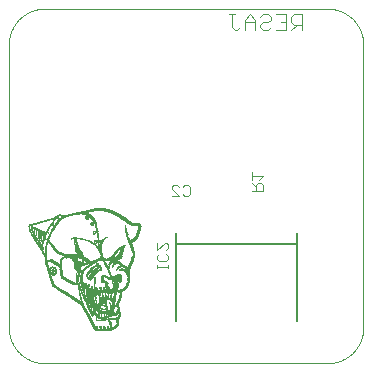
<source format=gbo>
G75*
%MOIN*%
%OFA0B0*%
%FSLAX25Y25*%
%IPPOS*%
%LPD*%
%AMOC8*
5,1,8,0,0,1.08239X$1,22.5*
%
%ADD10C,0.00000*%
%ADD11C,0.00400*%
%ADD12C,0.00300*%
%ADD13C,0.00800*%
%ADD14R,0.00157X0.00079*%
%ADD15R,0.01260X0.00079*%
%ADD16R,0.00079X0.00079*%
%ADD17R,0.02835X0.00079*%
%ADD18R,0.04016X0.00079*%
%ADD19R,0.05039X0.00079*%
%ADD20R,0.05276X0.00079*%
%ADD21R,0.01496X0.00079*%
%ADD22R,0.02283X0.00079*%
%ADD23R,0.00945X0.00079*%
%ADD24R,0.00866X0.00079*%
%ADD25R,0.01339X0.00079*%
%ADD26R,0.01102X0.00079*%
%ADD27R,0.00236X0.00079*%
%ADD28R,0.00551X0.00079*%
%ADD29R,0.01575X0.00079*%
%ADD30R,0.00630X0.00079*%
%ADD31R,0.01811X0.00079*%
%ADD32R,0.00394X0.00079*%
%ADD33R,0.01181X0.00079*%
%ADD34R,0.00315X0.00079*%
%ADD35R,0.00787X0.00079*%
%ADD36R,0.01024X0.00079*%
%ADD37R,0.00709X0.00079*%
%ADD38R,0.00472X0.00079*%
%ADD39R,0.01417X0.00079*%
%ADD40R,0.02677X0.00079*%
%ADD41R,0.03150X0.00079*%
%ADD42R,0.03465X0.00079*%
%ADD43R,0.01890X0.00079*%
%ADD44R,0.01654X0.00079*%
%ADD45R,0.01732X0.00079*%
%ADD46R,0.02441X0.00079*%
%ADD47R,0.02520X0.00079*%
%ADD48R,0.02598X0.00079*%
%ADD49R,0.02756X0.00079*%
%ADD50R,0.01969X0.00079*%
%ADD51R,0.02913X0.00079*%
%ADD52R,0.03071X0.00079*%
%ADD53R,0.03937X0.00079*%
%ADD54R,0.03386X0.00079*%
%ADD55R,0.05197X0.00079*%
%ADD56R,0.05827X0.00079*%
%ADD57R,0.06378X0.00079*%
%ADD58R,0.07008X0.00079*%
%ADD59R,0.07323X0.00079*%
%ADD60R,0.07874X0.00079*%
%ADD61R,0.06299X0.00079*%
%ADD62R,0.05669X0.00079*%
%ADD63R,0.04882X0.00079*%
%ADD64R,0.02047X0.00079*%
%ADD65R,0.03228X0.00079*%
%ADD66R,0.03307X0.00079*%
%ADD67R,0.03543X0.00079*%
%ADD68R,0.03701X0.00079*%
%ADD69R,0.02126X0.00079*%
%ADD70R,0.02205X0.00079*%
%ADD71R,0.02992X0.00079*%
%ADD72R,0.03622X0.00079*%
%ADD73R,0.03858X0.00079*%
%ADD74R,0.04173X0.00079*%
%ADD75R,0.04331X0.00079*%
%ADD76R,0.04646X0.00079*%
%ADD77R,0.05118X0.00079*%
%ADD78R,0.02362X0.00079*%
%ADD79R,0.05433X0.00079*%
%ADD80R,0.05748X0.00079*%
%ADD81R,0.06142X0.00079*%
%ADD82R,0.06457X0.00079*%
%ADD83R,0.06929X0.00079*%
%ADD84R,0.04724X0.00079*%
%ADD85R,0.07638X0.00079*%
%ADD86R,0.07165X0.00079*%
%ADD87R,0.06693X0.00079*%
%ADD88R,0.06220X0.00079*%
%ADD89R,0.05591X0.00079*%
D10*
X0001500Y0013311D02*
X0001500Y0107799D01*
X0001503Y0108084D01*
X0001514Y0108370D01*
X0001531Y0108655D01*
X0001555Y0108939D01*
X0001586Y0109223D01*
X0001624Y0109506D01*
X0001669Y0109787D01*
X0001720Y0110068D01*
X0001778Y0110348D01*
X0001843Y0110626D01*
X0001915Y0110902D01*
X0001993Y0111176D01*
X0002078Y0111449D01*
X0002170Y0111719D01*
X0002268Y0111987D01*
X0002372Y0112253D01*
X0002483Y0112516D01*
X0002600Y0112776D01*
X0002723Y0113034D01*
X0002853Y0113288D01*
X0002989Y0113539D01*
X0003130Y0113787D01*
X0003278Y0114031D01*
X0003431Y0114272D01*
X0003591Y0114508D01*
X0003756Y0114741D01*
X0003926Y0114970D01*
X0004102Y0115195D01*
X0004284Y0115415D01*
X0004470Y0115631D01*
X0004662Y0115842D01*
X0004859Y0116049D01*
X0005061Y0116251D01*
X0005268Y0116448D01*
X0005479Y0116640D01*
X0005695Y0116826D01*
X0005915Y0117008D01*
X0006140Y0117184D01*
X0006369Y0117354D01*
X0006602Y0117519D01*
X0006838Y0117679D01*
X0007079Y0117832D01*
X0007323Y0117980D01*
X0007571Y0118121D01*
X0007822Y0118257D01*
X0008076Y0118387D01*
X0008334Y0118510D01*
X0008594Y0118627D01*
X0008857Y0118738D01*
X0009123Y0118842D01*
X0009391Y0118940D01*
X0009661Y0119032D01*
X0009934Y0119117D01*
X0010208Y0119195D01*
X0010484Y0119267D01*
X0010762Y0119332D01*
X0011042Y0119390D01*
X0011323Y0119441D01*
X0011604Y0119486D01*
X0011887Y0119524D01*
X0012171Y0119555D01*
X0012455Y0119579D01*
X0012740Y0119596D01*
X0013026Y0119607D01*
X0013311Y0119610D01*
X0107799Y0119610D01*
X0108084Y0119607D01*
X0108370Y0119596D01*
X0108655Y0119579D01*
X0108939Y0119555D01*
X0109223Y0119524D01*
X0109506Y0119486D01*
X0109787Y0119441D01*
X0110068Y0119390D01*
X0110348Y0119332D01*
X0110626Y0119267D01*
X0110902Y0119195D01*
X0111176Y0119117D01*
X0111449Y0119032D01*
X0111719Y0118940D01*
X0111987Y0118842D01*
X0112253Y0118738D01*
X0112516Y0118627D01*
X0112776Y0118510D01*
X0113034Y0118387D01*
X0113288Y0118257D01*
X0113539Y0118121D01*
X0113787Y0117980D01*
X0114031Y0117832D01*
X0114272Y0117679D01*
X0114508Y0117519D01*
X0114741Y0117354D01*
X0114970Y0117184D01*
X0115195Y0117008D01*
X0115415Y0116826D01*
X0115631Y0116640D01*
X0115842Y0116448D01*
X0116049Y0116251D01*
X0116251Y0116049D01*
X0116448Y0115842D01*
X0116640Y0115631D01*
X0116826Y0115415D01*
X0117008Y0115195D01*
X0117184Y0114970D01*
X0117354Y0114741D01*
X0117519Y0114508D01*
X0117679Y0114272D01*
X0117832Y0114031D01*
X0117980Y0113787D01*
X0118121Y0113539D01*
X0118257Y0113288D01*
X0118387Y0113034D01*
X0118510Y0112776D01*
X0118627Y0112516D01*
X0118738Y0112253D01*
X0118842Y0111987D01*
X0118940Y0111719D01*
X0119032Y0111449D01*
X0119117Y0111176D01*
X0119195Y0110902D01*
X0119267Y0110626D01*
X0119332Y0110348D01*
X0119390Y0110068D01*
X0119441Y0109787D01*
X0119486Y0109506D01*
X0119524Y0109223D01*
X0119555Y0108939D01*
X0119579Y0108655D01*
X0119596Y0108370D01*
X0119607Y0108084D01*
X0119610Y0107799D01*
X0119610Y0013311D01*
X0119607Y0013026D01*
X0119596Y0012740D01*
X0119579Y0012455D01*
X0119555Y0012171D01*
X0119524Y0011887D01*
X0119486Y0011604D01*
X0119441Y0011323D01*
X0119390Y0011042D01*
X0119332Y0010762D01*
X0119267Y0010484D01*
X0119195Y0010208D01*
X0119117Y0009934D01*
X0119032Y0009661D01*
X0118940Y0009391D01*
X0118842Y0009123D01*
X0118738Y0008857D01*
X0118627Y0008594D01*
X0118510Y0008334D01*
X0118387Y0008076D01*
X0118257Y0007822D01*
X0118121Y0007571D01*
X0117980Y0007323D01*
X0117832Y0007079D01*
X0117679Y0006838D01*
X0117519Y0006602D01*
X0117354Y0006369D01*
X0117184Y0006140D01*
X0117008Y0005915D01*
X0116826Y0005695D01*
X0116640Y0005479D01*
X0116448Y0005268D01*
X0116251Y0005061D01*
X0116049Y0004859D01*
X0115842Y0004662D01*
X0115631Y0004470D01*
X0115415Y0004284D01*
X0115195Y0004102D01*
X0114970Y0003926D01*
X0114741Y0003756D01*
X0114508Y0003591D01*
X0114272Y0003431D01*
X0114031Y0003278D01*
X0113787Y0003130D01*
X0113539Y0002989D01*
X0113288Y0002853D01*
X0113034Y0002723D01*
X0112776Y0002600D01*
X0112516Y0002483D01*
X0112253Y0002372D01*
X0111987Y0002268D01*
X0111719Y0002170D01*
X0111449Y0002078D01*
X0111176Y0001993D01*
X0110902Y0001915D01*
X0110626Y0001843D01*
X0110348Y0001778D01*
X0110068Y0001720D01*
X0109787Y0001669D01*
X0109506Y0001624D01*
X0109223Y0001586D01*
X0108939Y0001555D01*
X0108655Y0001531D01*
X0108370Y0001514D01*
X0108084Y0001503D01*
X0107799Y0001500D01*
X0013311Y0001500D01*
X0013026Y0001503D01*
X0012740Y0001514D01*
X0012455Y0001531D01*
X0012171Y0001555D01*
X0011887Y0001586D01*
X0011604Y0001624D01*
X0011323Y0001669D01*
X0011042Y0001720D01*
X0010762Y0001778D01*
X0010484Y0001843D01*
X0010208Y0001915D01*
X0009934Y0001993D01*
X0009661Y0002078D01*
X0009391Y0002170D01*
X0009123Y0002268D01*
X0008857Y0002372D01*
X0008594Y0002483D01*
X0008334Y0002600D01*
X0008076Y0002723D01*
X0007822Y0002853D01*
X0007571Y0002989D01*
X0007323Y0003130D01*
X0007079Y0003278D01*
X0006838Y0003431D01*
X0006602Y0003591D01*
X0006369Y0003756D01*
X0006140Y0003926D01*
X0005915Y0004102D01*
X0005695Y0004284D01*
X0005479Y0004470D01*
X0005268Y0004662D01*
X0005061Y0004859D01*
X0004859Y0005061D01*
X0004662Y0005268D01*
X0004470Y0005479D01*
X0004284Y0005695D01*
X0004102Y0005915D01*
X0003926Y0006140D01*
X0003756Y0006369D01*
X0003591Y0006602D01*
X0003431Y0006838D01*
X0003278Y0007079D01*
X0003130Y0007323D01*
X0002989Y0007571D01*
X0002853Y0007822D01*
X0002723Y0008076D01*
X0002600Y0008334D01*
X0002483Y0008594D01*
X0002372Y0008857D01*
X0002268Y0009123D01*
X0002170Y0009391D01*
X0002078Y0009661D01*
X0001993Y0009934D01*
X0001915Y0010208D01*
X0001843Y0010484D01*
X0001778Y0010762D01*
X0001720Y0011042D01*
X0001669Y0011323D01*
X0001624Y0011604D01*
X0001586Y0011887D01*
X0001555Y0012171D01*
X0001531Y0012455D01*
X0001514Y0012740D01*
X0001503Y0013026D01*
X0001500Y0013311D01*
D11*
X0076774Y0112527D02*
X0075907Y0113394D01*
X0075907Y0117731D01*
X0076774Y0117731D02*
X0075039Y0117731D01*
X0078509Y0113394D02*
X0077642Y0112527D01*
X0076774Y0112527D01*
X0080196Y0112527D02*
X0080196Y0115996D01*
X0081931Y0117731D01*
X0083665Y0115996D01*
X0083665Y0112527D01*
X0085352Y0113394D02*
X0086220Y0112527D01*
X0087954Y0112527D01*
X0088822Y0113394D01*
X0090509Y0112527D02*
X0093978Y0112527D01*
X0093978Y0117731D01*
X0090509Y0117731D01*
X0088822Y0116864D02*
X0088822Y0115996D01*
X0087954Y0115129D01*
X0086220Y0115129D01*
X0085352Y0114262D01*
X0085352Y0113394D01*
X0083665Y0115129D02*
X0080196Y0115129D01*
X0085352Y0116864D02*
X0086220Y0117731D01*
X0087954Y0117731D01*
X0088822Y0116864D01*
X0092243Y0115129D02*
X0093978Y0115129D01*
X0095665Y0115129D02*
X0095665Y0116864D01*
X0096532Y0117731D01*
X0099135Y0117731D01*
X0099135Y0112527D01*
X0099135Y0114262D02*
X0096532Y0114262D01*
X0095665Y0115129D01*
X0097400Y0114262D02*
X0095665Y0112527D01*
D12*
X0082575Y0065105D02*
X0082575Y0062636D01*
X0082575Y0061422D02*
X0083810Y0060188D01*
X0083810Y0060805D02*
X0083810Y0058953D01*
X0082575Y0058953D02*
X0086278Y0058953D01*
X0086278Y0060805D01*
X0085661Y0061422D01*
X0084427Y0061422D01*
X0083810Y0060805D01*
X0085044Y0062636D02*
X0086278Y0063871D01*
X0082575Y0063871D01*
X0061881Y0060267D02*
X0061881Y0057799D01*
X0061264Y0057181D01*
X0060030Y0057181D01*
X0059413Y0057799D01*
X0058198Y0057181D02*
X0055730Y0059650D01*
X0055730Y0060267D01*
X0056347Y0060885D01*
X0057581Y0060885D01*
X0058198Y0060267D01*
X0059413Y0060267D02*
X0060030Y0060885D01*
X0061264Y0060885D01*
X0061881Y0060267D01*
X0058198Y0057181D02*
X0055730Y0057181D01*
X0054023Y0041676D02*
X0054641Y0041059D01*
X0054641Y0039824D01*
X0054023Y0039207D01*
X0054023Y0037993D02*
X0054641Y0037375D01*
X0054641Y0036141D01*
X0054023Y0035524D01*
X0051555Y0035524D01*
X0050937Y0036141D01*
X0050937Y0037375D01*
X0051555Y0037993D01*
X0050937Y0039207D02*
X0053406Y0041676D01*
X0054023Y0041676D01*
X0050937Y0041676D02*
X0050937Y0039207D01*
X0050937Y0034303D02*
X0050937Y0033068D01*
X0050937Y0033686D02*
X0054641Y0033686D01*
X0054641Y0034303D02*
X0054641Y0033068D01*
D13*
X0057051Y0041165D02*
X0097524Y0041165D01*
X0097524Y0044807D01*
X0097524Y0041165D02*
X0097524Y0015673D01*
X0057051Y0015673D02*
X0057051Y0041165D01*
X0057051Y0044807D01*
D14*
X0044453Y0043154D03*
X0044374Y0042996D03*
X0044374Y0042839D03*
X0043823Y0042445D03*
X0043902Y0043390D03*
X0041224Y0043469D03*
X0042012Y0041185D03*
X0040437Y0040555D03*
X0039965Y0040161D03*
X0039492Y0039689D03*
X0039098Y0039374D03*
X0039492Y0038350D03*
X0039492Y0038272D03*
X0039413Y0038114D03*
X0039335Y0037957D03*
X0039335Y0037327D03*
X0038862Y0036776D03*
X0038705Y0036618D03*
X0038626Y0036539D03*
X0038390Y0036382D03*
X0038311Y0036146D03*
X0038154Y0036224D03*
X0038075Y0035988D03*
X0037917Y0035909D03*
X0038232Y0035831D03*
X0038705Y0036067D03*
X0038705Y0036146D03*
X0038862Y0036224D03*
X0038941Y0036303D03*
X0039020Y0036382D03*
X0038390Y0037012D03*
X0038232Y0037012D03*
X0037602Y0036697D03*
X0037130Y0036067D03*
X0036736Y0036697D03*
X0036736Y0037642D03*
X0037602Y0038744D03*
X0037917Y0039059D03*
X0033980Y0036067D03*
X0034217Y0035673D03*
X0033429Y0035516D03*
X0033193Y0035516D03*
X0033272Y0036224D03*
X0032169Y0036303D03*
X0031303Y0034413D03*
X0031461Y0034335D03*
X0031146Y0034098D03*
X0031067Y0033783D03*
X0030988Y0033705D03*
X0030831Y0033705D03*
X0030831Y0033626D03*
X0031461Y0032996D03*
X0032091Y0033075D03*
X0032327Y0032996D03*
X0032563Y0032839D03*
X0032484Y0032760D03*
X0032248Y0032445D03*
X0031303Y0031894D03*
X0030280Y0032209D03*
X0030201Y0032287D03*
X0030122Y0032209D03*
X0030043Y0032130D03*
X0029965Y0032209D03*
X0030201Y0032130D03*
X0030358Y0032445D03*
X0029728Y0031972D03*
X0029650Y0031500D03*
X0029571Y0031421D03*
X0029492Y0031343D03*
X0029492Y0031264D03*
X0029413Y0031185D03*
X0029256Y0031264D03*
X0029177Y0031185D03*
X0029413Y0031421D03*
X0029492Y0031500D03*
X0028862Y0031972D03*
X0028862Y0032130D03*
X0028941Y0032287D03*
X0028705Y0031815D03*
X0028154Y0031421D03*
X0028075Y0031185D03*
X0028075Y0031028D03*
X0028232Y0031028D03*
X0028232Y0031106D03*
X0028311Y0031185D03*
X0028075Y0030870D03*
X0027602Y0030398D03*
X0027602Y0030319D03*
X0027602Y0030161D03*
X0028075Y0030004D03*
X0028075Y0029925D03*
X0028075Y0029689D03*
X0028154Y0029374D03*
X0028705Y0029374D03*
X0028783Y0029138D03*
X0028783Y0028980D03*
X0028941Y0029059D03*
X0029098Y0029531D03*
X0029177Y0029610D03*
X0029177Y0029689D03*
X0029335Y0029846D03*
X0029335Y0029925D03*
X0029413Y0030004D03*
X0029571Y0029925D03*
X0029650Y0030004D03*
X0029728Y0030161D03*
X0029728Y0030398D03*
X0029886Y0030398D03*
X0029965Y0030476D03*
X0030043Y0030555D03*
X0030122Y0030713D03*
X0030122Y0030870D03*
X0030280Y0031579D03*
X0029492Y0030319D03*
X0029492Y0029768D03*
X0029413Y0029689D03*
X0029335Y0029531D03*
X0030358Y0029374D03*
X0030358Y0029295D03*
X0030280Y0028980D03*
X0030280Y0028902D03*
X0030280Y0028823D03*
X0030280Y0028744D03*
X0030280Y0028665D03*
X0030280Y0028587D03*
X0030280Y0028508D03*
X0030280Y0028272D03*
X0030280Y0028193D03*
X0030280Y0028114D03*
X0030280Y0028035D03*
X0030280Y0027957D03*
X0030280Y0027878D03*
X0030280Y0027799D03*
X0030280Y0027720D03*
X0029413Y0026854D03*
X0029413Y0026776D03*
X0029177Y0026539D03*
X0029256Y0026224D03*
X0029413Y0026224D03*
X0029571Y0026224D03*
X0030752Y0026146D03*
X0030752Y0026067D03*
X0030909Y0025909D03*
X0030752Y0025516D03*
X0030594Y0025516D03*
X0031461Y0025594D03*
X0031618Y0025594D03*
X0031933Y0025594D03*
X0032248Y0025988D03*
X0032248Y0026067D03*
X0032406Y0026067D03*
X0032248Y0026382D03*
X0032012Y0026224D03*
X0032720Y0025673D03*
X0033272Y0026146D03*
X0033429Y0026067D03*
X0033429Y0025988D03*
X0033508Y0026146D03*
X0033587Y0026224D03*
X0033587Y0026303D03*
X0034059Y0026618D03*
X0034138Y0026539D03*
X0034374Y0026224D03*
X0034453Y0026146D03*
X0034453Y0026067D03*
X0034531Y0025988D03*
X0034610Y0025909D03*
X0033902Y0025752D03*
X0034374Y0025043D03*
X0033980Y0024728D03*
X0033980Y0024650D03*
X0033980Y0024571D03*
X0033980Y0024492D03*
X0033980Y0024413D03*
X0033980Y0024177D03*
X0034059Y0023705D03*
X0034217Y0023311D03*
X0033744Y0023311D03*
X0033035Y0023390D03*
X0033035Y0023469D03*
X0033035Y0023547D03*
X0032327Y0023154D03*
X0031854Y0024177D03*
X0031854Y0024256D03*
X0031933Y0024492D03*
X0032012Y0024650D03*
X0031697Y0024728D03*
X0031303Y0024571D03*
X0031303Y0024413D03*
X0030673Y0024492D03*
X0030673Y0023862D03*
X0030673Y0023783D03*
X0030673Y0023705D03*
X0030673Y0023626D03*
X0030673Y0023547D03*
X0030673Y0023469D03*
X0030673Y0023390D03*
X0030673Y0023311D03*
X0030673Y0023154D03*
X0030673Y0022287D03*
X0030752Y0021972D03*
X0030988Y0021185D03*
X0030673Y0020713D03*
X0031146Y0020634D03*
X0031224Y0020398D03*
X0031224Y0020319D03*
X0031303Y0020240D03*
X0032012Y0020555D03*
X0032563Y0020791D03*
X0032720Y0021421D03*
X0032406Y0021579D03*
X0032563Y0021815D03*
X0033193Y0021343D03*
X0033587Y0021343D03*
X0033980Y0021185D03*
X0033980Y0021106D03*
X0034059Y0020870D03*
X0034138Y0020555D03*
X0033823Y0020240D03*
X0033508Y0020398D03*
X0034295Y0019453D03*
X0034295Y0019295D03*
X0034295Y0019217D03*
X0034295Y0019138D03*
X0034295Y0018902D03*
X0034295Y0018823D03*
X0034610Y0018272D03*
X0035004Y0018272D03*
X0035004Y0018193D03*
X0035319Y0018272D03*
X0035083Y0017878D03*
X0035004Y0017563D03*
X0035004Y0017484D03*
X0034925Y0016933D03*
X0034846Y0016854D03*
X0034925Y0016776D03*
X0034925Y0016697D03*
X0034925Y0016618D03*
X0034925Y0016539D03*
X0034925Y0016461D03*
X0034925Y0016382D03*
X0034925Y0016303D03*
X0035083Y0016224D03*
X0034768Y0016697D03*
X0034531Y0016776D03*
X0034374Y0016776D03*
X0034217Y0016776D03*
X0034217Y0016854D03*
X0034217Y0016933D03*
X0034217Y0017012D03*
X0034217Y0017091D03*
X0034217Y0017169D03*
X0034531Y0016618D03*
X0034531Y0015909D03*
X0034610Y0015831D03*
X0034138Y0015909D03*
X0033980Y0015752D03*
X0033508Y0015673D03*
X0032957Y0015594D03*
X0032878Y0015752D03*
X0032642Y0015752D03*
X0032406Y0015516D03*
X0032327Y0016146D03*
X0032484Y0016303D03*
X0032878Y0016461D03*
X0033114Y0016618D03*
X0033272Y0016697D03*
X0033429Y0016697D03*
X0033508Y0016618D03*
X0033665Y0016618D03*
X0033665Y0016539D03*
X0033823Y0016539D03*
X0033823Y0016303D03*
X0033272Y0016382D03*
X0032484Y0016854D03*
X0032484Y0017169D03*
X0032484Y0017248D03*
X0032484Y0017878D03*
X0032563Y0018035D03*
X0032484Y0018193D03*
X0032169Y0018272D03*
X0032248Y0017878D03*
X0031933Y0017878D03*
X0031618Y0018035D03*
X0030831Y0017484D03*
X0030673Y0017642D03*
X0030673Y0017720D03*
X0030516Y0017720D03*
X0030358Y0017642D03*
X0030280Y0017957D03*
X0030594Y0017957D03*
X0030594Y0018035D03*
X0030594Y0018114D03*
X0030594Y0018193D03*
X0030516Y0018350D03*
X0030516Y0018429D03*
X0030516Y0018508D03*
X0030043Y0018272D03*
X0029650Y0018429D03*
X0029571Y0018508D03*
X0029571Y0018587D03*
X0029492Y0018429D03*
X0029256Y0018587D03*
X0029098Y0018744D03*
X0029020Y0018665D03*
X0029098Y0019217D03*
X0029020Y0020004D03*
X0028862Y0020083D03*
X0028626Y0020004D03*
X0028469Y0020161D03*
X0027996Y0020398D03*
X0027996Y0020476D03*
X0027917Y0020555D03*
X0027839Y0020791D03*
X0027760Y0020949D03*
X0027760Y0021028D03*
X0027681Y0021106D03*
X0027681Y0021185D03*
X0027602Y0021264D03*
X0027602Y0021343D03*
X0027602Y0021421D03*
X0027524Y0021500D03*
X0027524Y0021579D03*
X0027445Y0021736D03*
X0027366Y0021894D03*
X0027051Y0022366D03*
X0026894Y0022760D03*
X0026972Y0022996D03*
X0026815Y0022996D03*
X0026736Y0023154D03*
X0026657Y0023311D03*
X0026579Y0023469D03*
X0026579Y0023547D03*
X0026500Y0023705D03*
X0026500Y0023783D03*
X0026421Y0023862D03*
X0026421Y0023941D03*
X0026343Y0024020D03*
X0026343Y0024098D03*
X0026264Y0024177D03*
X0026264Y0024256D03*
X0026185Y0024335D03*
X0026185Y0024413D03*
X0026106Y0024492D03*
X0026106Y0024571D03*
X0026106Y0024650D03*
X0026028Y0024728D03*
X0026028Y0024807D03*
X0025949Y0024886D03*
X0025949Y0024965D03*
X0025949Y0025043D03*
X0025870Y0025122D03*
X0025870Y0025201D03*
X0025870Y0025280D03*
X0025791Y0025437D03*
X0025713Y0025594D03*
X0025634Y0025831D03*
X0025555Y0026067D03*
X0025555Y0026146D03*
X0025476Y0026303D03*
X0025476Y0026382D03*
X0025398Y0026618D03*
X0025398Y0026697D03*
X0025319Y0026854D03*
X0025319Y0026933D03*
X0025319Y0027012D03*
X0025319Y0027091D03*
X0025319Y0027169D03*
X0025240Y0027248D03*
X0025240Y0027327D03*
X0025240Y0027406D03*
X0025240Y0027484D03*
X0025240Y0027563D03*
X0025004Y0027091D03*
X0025004Y0027012D03*
X0025004Y0026933D03*
X0025004Y0026854D03*
X0025004Y0026776D03*
X0025083Y0026067D03*
X0025161Y0025516D03*
X0025161Y0025437D03*
X0025240Y0025122D03*
X0025319Y0024650D03*
X0025476Y0023705D03*
X0025555Y0023469D03*
X0025870Y0022287D03*
X0025870Y0022209D03*
X0025949Y0021894D03*
X0026028Y0021815D03*
X0026028Y0021657D03*
X0026106Y0021500D03*
X0025555Y0021657D03*
X0027445Y0022760D03*
X0027051Y0023154D03*
X0027130Y0023390D03*
X0027130Y0023705D03*
X0027287Y0023783D03*
X0027051Y0023941D03*
X0026894Y0024020D03*
X0026894Y0024256D03*
X0026815Y0024650D03*
X0026736Y0024886D03*
X0026736Y0024965D03*
X0027760Y0025201D03*
X0027760Y0025280D03*
X0027681Y0025673D03*
X0027681Y0025752D03*
X0027681Y0025831D03*
X0028075Y0025909D03*
X0028311Y0026697D03*
X0028390Y0026776D03*
X0028154Y0026776D03*
X0028075Y0026933D03*
X0027366Y0026854D03*
X0027287Y0027248D03*
X0027287Y0027327D03*
X0027445Y0027406D03*
X0027130Y0027878D03*
X0026579Y0027878D03*
X0026579Y0028035D03*
X0026421Y0027642D03*
X0025319Y0028114D03*
X0024531Y0028272D03*
X0024374Y0028272D03*
X0024374Y0028429D03*
X0023508Y0027957D03*
X0023350Y0028035D03*
X0023114Y0028035D03*
X0022957Y0027799D03*
X0022799Y0027957D03*
X0022642Y0027957D03*
X0022012Y0028744D03*
X0021854Y0028823D03*
X0021776Y0028902D03*
X0021461Y0029059D03*
X0020988Y0029295D03*
X0020752Y0029453D03*
X0020594Y0029531D03*
X0020437Y0029610D03*
X0020358Y0029689D03*
X0020201Y0029768D03*
X0020043Y0029846D03*
X0019965Y0029925D03*
X0019807Y0030004D03*
X0019650Y0030004D03*
X0019492Y0029925D03*
X0019256Y0030004D03*
X0019256Y0030083D03*
X0019177Y0030240D03*
X0019177Y0030319D03*
X0019571Y0030555D03*
X0019413Y0031736D03*
X0019413Y0031815D03*
X0019413Y0031894D03*
X0019335Y0032130D03*
X0019335Y0032209D03*
X0019335Y0032287D03*
X0019335Y0032366D03*
X0019256Y0032760D03*
X0019256Y0032839D03*
X0019177Y0033154D03*
X0019177Y0033232D03*
X0019177Y0033311D03*
X0019177Y0033390D03*
X0019098Y0033626D03*
X0019098Y0033705D03*
X0019098Y0033783D03*
X0019098Y0033862D03*
X0019098Y0033941D03*
X0019098Y0034020D03*
X0019098Y0034098D03*
X0019098Y0034177D03*
X0019098Y0034256D03*
X0019098Y0034335D03*
X0019098Y0034413D03*
X0019020Y0034650D03*
X0019020Y0034728D03*
X0019020Y0034807D03*
X0019020Y0034886D03*
X0019020Y0034965D03*
X0019020Y0035043D03*
X0019020Y0035122D03*
X0019020Y0035201D03*
X0019020Y0035280D03*
X0019020Y0035358D03*
X0019020Y0035437D03*
X0019020Y0035516D03*
X0019020Y0035594D03*
X0019098Y0035673D03*
X0019098Y0035752D03*
X0019177Y0035831D03*
X0019256Y0035909D03*
X0019335Y0035988D03*
X0019413Y0036067D03*
X0019492Y0036146D03*
X0019807Y0036382D03*
X0019886Y0036461D03*
X0019965Y0036539D03*
X0020043Y0036618D03*
X0020122Y0036697D03*
X0020201Y0036776D03*
X0020280Y0036854D03*
X0020516Y0036933D03*
X0020752Y0036697D03*
X0020988Y0036697D03*
X0020752Y0037484D03*
X0021618Y0037484D03*
X0021776Y0037484D03*
X0021933Y0037484D03*
X0023508Y0036697D03*
X0023980Y0035909D03*
X0024453Y0036067D03*
X0025004Y0035122D03*
X0025713Y0034807D03*
X0026106Y0034728D03*
X0026264Y0034807D03*
X0026264Y0035122D03*
X0025949Y0036067D03*
X0025319Y0033626D03*
X0026894Y0032524D03*
X0027366Y0032917D03*
X0028311Y0034492D03*
X0028469Y0035437D03*
X0029177Y0035122D03*
X0029886Y0033154D03*
X0029098Y0032839D03*
X0031933Y0033705D03*
X0031933Y0033783D03*
X0032012Y0033626D03*
X0033665Y0034335D03*
X0033744Y0034256D03*
X0035476Y0035043D03*
X0036579Y0034256D03*
X0036815Y0034256D03*
X0037287Y0034571D03*
X0037130Y0035043D03*
X0036894Y0035043D03*
X0036264Y0033469D03*
X0036264Y0033390D03*
X0037760Y0032602D03*
X0037917Y0032760D03*
X0039098Y0034177D03*
X0039413Y0034098D03*
X0039886Y0033862D03*
X0040122Y0033783D03*
X0040358Y0033232D03*
X0040280Y0033154D03*
X0040122Y0032524D03*
X0040831Y0032051D03*
X0040988Y0032917D03*
X0041146Y0031028D03*
X0038469Y0030870D03*
X0038390Y0030319D03*
X0038390Y0030240D03*
X0038390Y0029531D03*
X0037602Y0030004D03*
X0037051Y0030319D03*
X0036264Y0029610D03*
X0035791Y0030083D03*
X0035713Y0030240D03*
X0035713Y0030319D03*
X0035634Y0030476D03*
X0035634Y0030555D03*
X0035555Y0030713D03*
X0035555Y0030791D03*
X0035476Y0031028D03*
X0035398Y0029925D03*
X0035004Y0029846D03*
X0034925Y0029531D03*
X0035083Y0029453D03*
X0035240Y0029531D03*
X0034217Y0027878D03*
X0034374Y0027799D03*
X0033902Y0028035D03*
X0033823Y0028114D03*
X0033587Y0028744D03*
X0033114Y0028744D03*
X0033114Y0028665D03*
X0033114Y0028587D03*
X0032957Y0028429D03*
X0032720Y0028508D03*
X0032720Y0028587D03*
X0032720Y0028665D03*
X0032720Y0028744D03*
X0032720Y0028823D03*
X0032720Y0028902D03*
X0032720Y0028980D03*
X0032720Y0029059D03*
X0032720Y0029138D03*
X0032720Y0029217D03*
X0032720Y0029295D03*
X0032720Y0029374D03*
X0033114Y0029453D03*
X0033114Y0029531D03*
X0033114Y0029610D03*
X0033114Y0029689D03*
X0033114Y0029768D03*
X0033114Y0029846D03*
X0033114Y0029925D03*
X0033114Y0030004D03*
X0033193Y0030240D03*
X0033035Y0030476D03*
X0032878Y0030476D03*
X0032720Y0030083D03*
X0033114Y0029217D03*
X0033114Y0029138D03*
X0033114Y0028823D03*
X0033902Y0027169D03*
X0033902Y0026854D03*
X0035713Y0025831D03*
X0036421Y0025358D03*
X0036815Y0025122D03*
X0037130Y0025201D03*
X0037445Y0024807D03*
X0037996Y0025516D03*
X0038390Y0025594D03*
X0038547Y0025594D03*
X0039335Y0025043D03*
X0038469Y0022681D03*
X0037287Y0020555D03*
X0037051Y0020476D03*
X0037287Y0020161D03*
X0035791Y0020161D03*
X0035791Y0020083D03*
X0035791Y0020004D03*
X0035791Y0019925D03*
X0035713Y0020398D03*
X0035555Y0019138D03*
X0035949Y0018980D03*
X0035870Y0018350D03*
X0036185Y0017642D03*
X0036421Y0017563D03*
X0036972Y0017169D03*
X0037209Y0017642D03*
X0037760Y0018508D03*
X0037209Y0016303D03*
X0036579Y0016303D03*
X0035791Y0016303D03*
X0033665Y0018429D03*
X0033429Y0018429D03*
X0033429Y0018272D03*
X0033272Y0018114D03*
X0033035Y0018272D03*
X0032327Y0018823D03*
X0030594Y0017878D03*
X0030831Y0017248D03*
X0031303Y0017091D03*
X0031618Y0016854D03*
X0031854Y0016618D03*
X0031933Y0016224D03*
X0031224Y0016697D03*
X0029728Y0017484D03*
X0029728Y0017563D03*
X0029728Y0017642D03*
X0029728Y0017720D03*
X0029492Y0017169D03*
X0030516Y0020004D03*
X0028783Y0021264D03*
X0028705Y0021421D03*
X0028547Y0021421D03*
X0028547Y0021343D03*
X0028469Y0021657D03*
X0028547Y0021736D03*
X0028390Y0021736D03*
X0028311Y0021815D03*
X0028232Y0021894D03*
X0028075Y0021894D03*
X0028075Y0021815D03*
X0028154Y0021579D03*
X0028232Y0021185D03*
X0028311Y0020713D03*
X0028783Y0021579D03*
X0028783Y0021657D03*
X0028547Y0022366D03*
X0028547Y0022445D03*
X0028469Y0023075D03*
X0028469Y0023154D03*
X0028469Y0023232D03*
X0028469Y0023311D03*
X0028469Y0023390D03*
X0029177Y0023626D03*
X0029177Y0023705D03*
X0029571Y0023862D03*
X0029571Y0024256D03*
X0029965Y0024728D03*
X0028547Y0024728D03*
X0028390Y0024728D03*
X0028390Y0024886D03*
X0028390Y0024965D03*
X0030437Y0029925D03*
X0034768Y0024728D03*
X0034925Y0024728D03*
X0034925Y0024807D03*
X0035083Y0024728D03*
X0034925Y0024177D03*
X0034925Y0024098D03*
X0034925Y0024020D03*
X0034925Y0023941D03*
X0034925Y0023862D03*
X0034689Y0023390D03*
X0035240Y0022839D03*
X0034689Y0013390D03*
X0034531Y0013311D03*
X0034453Y0013075D03*
X0034531Y0012917D03*
X0034610Y0012839D03*
X0034846Y0012839D03*
X0034374Y0012051D03*
X0034217Y0012051D03*
X0033744Y0012917D03*
X0033823Y0012996D03*
X0033823Y0013154D03*
X0033665Y0013311D03*
X0033429Y0013390D03*
X0033587Y0012917D03*
X0032642Y0012051D03*
X0032327Y0012051D03*
X0031933Y0012130D03*
X0031776Y0012130D03*
X0031697Y0012602D03*
X0031146Y0012681D03*
X0030988Y0012681D03*
X0031146Y0012917D03*
X0030988Y0012996D03*
X0031303Y0013232D03*
X0030909Y0013469D03*
X0032169Y0013469D03*
X0032169Y0013547D03*
X0032248Y0013390D03*
X0032169Y0013075D03*
X0031224Y0012209D03*
X0031067Y0012209D03*
X0035634Y0012366D03*
X0036500Y0012602D03*
X0036894Y0012839D03*
X0036972Y0012996D03*
X0037839Y0013626D03*
X0020280Y0029374D03*
X0018783Y0032602D03*
X0018783Y0032681D03*
X0018705Y0033075D03*
X0018705Y0033154D03*
X0018705Y0033232D03*
X0018705Y0033311D03*
X0018232Y0033705D03*
X0017917Y0033862D03*
X0017681Y0034020D03*
X0017524Y0034098D03*
X0017445Y0034177D03*
X0017287Y0034256D03*
X0017130Y0034335D03*
X0017445Y0034886D03*
X0016815Y0035280D03*
X0016579Y0035437D03*
X0016028Y0035752D03*
X0015870Y0035752D03*
X0015240Y0035594D03*
X0014217Y0035752D03*
X0014059Y0035437D03*
X0013980Y0037563D03*
X0013980Y0038665D03*
X0014059Y0039217D03*
X0014059Y0039295D03*
X0014059Y0039374D03*
X0014138Y0039846D03*
X0014138Y0039925D03*
X0014217Y0040398D03*
X0014295Y0040791D03*
X0014295Y0040870D03*
X0014374Y0041185D03*
X0014453Y0041421D03*
X0014217Y0042602D03*
X0014768Y0042839D03*
X0014925Y0042839D03*
X0013429Y0042760D03*
X0013429Y0042681D03*
X0012563Y0042366D03*
X0012563Y0042287D03*
X0012642Y0042051D03*
X0012720Y0041815D03*
X0013114Y0041657D03*
X0013035Y0041421D03*
X0013035Y0041343D03*
X0012957Y0041106D03*
X0012957Y0041028D03*
X0012957Y0040949D03*
X0012957Y0040870D03*
X0012878Y0040791D03*
X0012878Y0040713D03*
X0012878Y0040634D03*
X0012799Y0040476D03*
X0012799Y0040398D03*
X0012642Y0040398D03*
X0012484Y0040398D03*
X0012327Y0040713D03*
X0012248Y0040791D03*
X0012248Y0040870D03*
X0012169Y0041028D03*
X0012012Y0041264D03*
X0011933Y0041421D03*
X0011854Y0041579D03*
X0011854Y0041657D03*
X0011618Y0041894D03*
X0011539Y0042051D03*
X0011461Y0042130D03*
X0011382Y0042209D03*
X0011146Y0042524D03*
X0011067Y0042602D03*
X0010909Y0042760D03*
X0010831Y0042917D03*
X0010752Y0043075D03*
X0010673Y0043154D03*
X0010594Y0043311D03*
X0010516Y0043469D03*
X0010437Y0043547D03*
X0010280Y0043862D03*
X0010201Y0044020D03*
X0010201Y0044098D03*
X0010122Y0044256D03*
X0010043Y0044413D03*
X0009886Y0044728D03*
X0009807Y0044886D03*
X0009571Y0045358D03*
X0009413Y0045752D03*
X0009650Y0045988D03*
X0009650Y0046067D03*
X0009807Y0046382D03*
X0010201Y0046146D03*
X0010201Y0046067D03*
X0010122Y0045909D03*
X0010122Y0045831D03*
X0010122Y0045752D03*
X0010122Y0045516D03*
X0010831Y0045516D03*
X0010831Y0045437D03*
X0010831Y0045280D03*
X0010909Y0045594D03*
X0010909Y0045673D03*
X0010909Y0045752D03*
X0011146Y0045752D03*
X0011539Y0045516D03*
X0011854Y0045437D03*
X0012327Y0045280D03*
X0012406Y0044650D03*
X0012406Y0044571D03*
X0012406Y0044492D03*
X0012406Y0044413D03*
X0012406Y0044335D03*
X0012406Y0044256D03*
X0012406Y0044177D03*
X0012406Y0044098D03*
X0012406Y0044020D03*
X0012406Y0043941D03*
X0012406Y0043862D03*
X0012406Y0043783D03*
X0012406Y0043705D03*
X0012406Y0043626D03*
X0012406Y0043547D03*
X0012406Y0043469D03*
X0012406Y0043390D03*
X0012406Y0043311D03*
X0012484Y0042839D03*
X0012484Y0042760D03*
X0012484Y0042681D03*
X0012484Y0042602D03*
X0011776Y0042996D03*
X0011776Y0043075D03*
X0011776Y0043154D03*
X0011697Y0043390D03*
X0011697Y0043469D03*
X0011697Y0043547D03*
X0011697Y0043626D03*
X0011618Y0044098D03*
X0010909Y0044098D03*
X0010909Y0044020D03*
X0010909Y0044177D03*
X0010909Y0044256D03*
X0010909Y0044335D03*
X0010909Y0044413D03*
X0010909Y0044492D03*
X0010909Y0044571D03*
X0010909Y0044650D03*
X0010909Y0044728D03*
X0010909Y0044807D03*
X0010909Y0044886D03*
X0010909Y0044965D03*
X0009177Y0044571D03*
X0009098Y0044728D03*
X0009020Y0044886D03*
X0008941Y0045043D03*
X0008862Y0045201D03*
X0008783Y0045358D03*
X0008783Y0045437D03*
X0008705Y0045594D03*
X0008705Y0045673D03*
X0008626Y0045752D03*
X0008626Y0045831D03*
X0008626Y0045909D03*
X0008547Y0046067D03*
X0008547Y0046146D03*
X0008547Y0046224D03*
X0008469Y0046461D03*
X0008469Y0046618D03*
X0008390Y0046933D03*
X0008390Y0047012D03*
X0008941Y0047248D03*
X0008941Y0047484D03*
X0009098Y0047484D03*
X0009177Y0046933D03*
X0009256Y0046854D03*
X0009098Y0046776D03*
X0009177Y0046382D03*
X0009256Y0046146D03*
X0010043Y0047484D03*
X0009965Y0047720D03*
X0012720Y0048508D03*
X0015083Y0048980D03*
X0016343Y0049374D03*
X0016815Y0049059D03*
X0016815Y0048980D03*
X0016736Y0048823D03*
X0016894Y0049138D03*
X0016972Y0049217D03*
X0017051Y0049295D03*
X0017209Y0049531D03*
X0017130Y0049689D03*
X0017287Y0049846D03*
X0017445Y0050004D03*
X0017602Y0050161D03*
X0017524Y0050240D03*
X0017996Y0049768D03*
X0018154Y0049768D03*
X0018075Y0049531D03*
X0018075Y0048823D03*
X0016894Y0049689D03*
X0016185Y0048035D03*
X0015870Y0047642D03*
X0015555Y0047169D03*
X0015555Y0047091D03*
X0015476Y0047012D03*
X0015398Y0046933D03*
X0015398Y0046854D03*
X0015319Y0046776D03*
X0015240Y0046618D03*
X0015161Y0046539D03*
X0015083Y0046382D03*
X0014925Y0046224D03*
X0014610Y0045516D03*
X0014531Y0045358D03*
X0014453Y0045280D03*
X0014453Y0045201D03*
X0014374Y0045122D03*
X0014295Y0044965D03*
X0014138Y0044965D03*
X0014217Y0044807D03*
X0014217Y0044728D03*
X0014138Y0044650D03*
X0014925Y0044571D03*
X0012720Y0040083D03*
X0012642Y0039768D03*
X0012642Y0039689D03*
X0012484Y0039610D03*
X0012563Y0039217D03*
X0012642Y0038902D03*
X0012720Y0038823D03*
X0012799Y0038665D03*
X0012878Y0038587D03*
X0012878Y0038508D03*
X0013035Y0038272D03*
X0013114Y0039689D03*
X0013272Y0039689D03*
X0009807Y0043469D03*
X0018547Y0050476D03*
X0018705Y0050476D03*
X0020437Y0050319D03*
X0024531Y0050949D03*
X0025555Y0051657D03*
X0026185Y0051736D03*
X0026815Y0051657D03*
X0027445Y0051736D03*
X0026421Y0051028D03*
X0027366Y0050240D03*
X0027524Y0050004D03*
X0027760Y0049846D03*
X0027839Y0049768D03*
X0027996Y0049689D03*
X0028075Y0049374D03*
X0027839Y0049374D03*
X0027839Y0049217D03*
X0027524Y0049374D03*
X0027445Y0049453D03*
X0027445Y0049531D03*
X0027287Y0049610D03*
X0027287Y0049689D03*
X0027287Y0049768D03*
X0027209Y0049925D03*
X0028941Y0051815D03*
X0029256Y0051894D03*
X0029728Y0051972D03*
X0031067Y0052130D03*
X0031618Y0052130D03*
X0032327Y0052130D03*
X0032484Y0052130D03*
X0032878Y0052839D03*
X0033114Y0052839D03*
X0029728Y0047720D03*
X0029335Y0047248D03*
X0029256Y0047327D03*
X0029177Y0047406D03*
X0029098Y0047484D03*
X0029098Y0047563D03*
X0029098Y0047642D03*
X0029098Y0047720D03*
X0029098Y0047799D03*
X0030043Y0045358D03*
X0029886Y0045201D03*
X0029807Y0045122D03*
X0029807Y0045043D03*
X0029807Y0044965D03*
X0029807Y0044886D03*
X0030437Y0044886D03*
X0030437Y0044965D03*
X0030437Y0045043D03*
X0030437Y0044807D03*
X0030437Y0044728D03*
X0030358Y0045280D03*
X0033272Y0042445D03*
X0032957Y0042287D03*
X0032248Y0041579D03*
X0030831Y0041421D03*
X0030752Y0041343D03*
X0030280Y0041421D03*
X0030201Y0041657D03*
X0030201Y0041736D03*
X0030280Y0041894D03*
X0030358Y0041972D03*
X0030516Y0041972D03*
X0030516Y0042130D03*
X0029807Y0041185D03*
X0029886Y0041106D03*
X0029965Y0041028D03*
X0030201Y0040949D03*
X0030358Y0040791D03*
X0030516Y0040634D03*
X0030594Y0040555D03*
X0030673Y0040476D03*
X0030752Y0040398D03*
X0030831Y0040319D03*
X0030909Y0040240D03*
X0030988Y0040161D03*
X0031146Y0040004D03*
X0031303Y0039768D03*
X0029650Y0041264D03*
X0029571Y0041343D03*
X0029492Y0041500D03*
X0029413Y0041579D03*
X0029413Y0041421D03*
X0029256Y0041500D03*
X0029177Y0041579D03*
X0029256Y0041657D03*
X0029020Y0041657D03*
X0028705Y0041972D03*
X0028154Y0042051D03*
X0027996Y0042130D03*
X0027524Y0042287D03*
X0027366Y0042366D03*
X0027209Y0042366D03*
X0027130Y0042445D03*
X0026894Y0042524D03*
X0026736Y0042524D03*
X0026736Y0042602D03*
X0026421Y0042681D03*
X0026264Y0042602D03*
X0026028Y0042602D03*
X0025634Y0042839D03*
X0025161Y0042917D03*
X0024531Y0042996D03*
X0022957Y0042760D03*
X0022799Y0042760D03*
X0018154Y0034335D03*
X0018390Y0034177D03*
X0018626Y0034020D03*
X0017130Y0032839D03*
X0017051Y0032917D03*
X0016894Y0033075D03*
X0016579Y0033311D03*
X0016500Y0033154D03*
X0016343Y0033154D03*
X0016185Y0033154D03*
X0016343Y0033390D03*
X0015634Y0033075D03*
X0015634Y0032996D03*
X0015555Y0032917D03*
X0015555Y0032839D03*
X0015555Y0032760D03*
X0015476Y0032681D03*
X0015476Y0032602D03*
X0015476Y0032524D03*
X0015476Y0032445D03*
X0015476Y0032366D03*
X0015476Y0032287D03*
X0015476Y0032209D03*
X0015476Y0032130D03*
X0015476Y0032051D03*
X0015476Y0031972D03*
X0015555Y0031894D03*
X0015555Y0031815D03*
X0015555Y0031736D03*
X0015555Y0031657D03*
X0015634Y0031579D03*
X0015713Y0031421D03*
X0015791Y0031343D03*
X0015870Y0031264D03*
X0015949Y0031106D03*
X0016106Y0031028D03*
X0016421Y0031343D03*
X0016421Y0031421D03*
X0016421Y0031500D03*
X0016421Y0031579D03*
X0016421Y0031657D03*
X0016343Y0031815D03*
X0016343Y0031894D03*
X0016106Y0032051D03*
X0015949Y0032051D03*
X0016343Y0032287D03*
X0016343Y0032366D03*
X0016343Y0032445D03*
X0016815Y0031894D03*
X0017366Y0031736D03*
X0017366Y0031657D03*
X0017366Y0031579D03*
X0017287Y0031421D03*
X0017209Y0031264D03*
X0017051Y0030949D03*
X0016657Y0030555D03*
X0016500Y0030555D03*
X0017366Y0032209D03*
X0017366Y0032287D03*
X0017366Y0032366D03*
X0017287Y0032524D03*
X0017209Y0032602D03*
X0017209Y0032681D03*
X0033744Y0042917D03*
X0034138Y0043154D03*
X0040594Y0046146D03*
X0040594Y0046224D03*
X0040594Y0046303D03*
X0040594Y0046382D03*
X0040831Y0048587D03*
X0039413Y0050240D03*
X0039256Y0050240D03*
X0042878Y0047957D03*
X0043193Y0047169D03*
X0043429Y0047169D03*
D15*
X0040752Y0048902D03*
X0037209Y0051264D03*
X0029335Y0049689D03*
X0029256Y0049768D03*
X0029098Y0049925D03*
X0029020Y0050004D03*
X0028941Y0050083D03*
X0027524Y0051657D03*
X0022406Y0050713D03*
X0024531Y0039059D03*
X0022878Y0036382D03*
X0023508Y0035831D03*
X0023587Y0035752D03*
X0024059Y0035280D03*
X0024217Y0035122D03*
X0024374Y0033626D03*
X0024374Y0033469D03*
X0024374Y0033390D03*
X0024374Y0033311D03*
X0024374Y0033232D03*
X0024846Y0032524D03*
X0030909Y0035516D03*
X0036264Y0036539D03*
X0036343Y0036618D03*
X0037839Y0035043D03*
X0039335Y0032524D03*
X0039807Y0032366D03*
X0041303Y0032681D03*
X0039256Y0025594D03*
X0036421Y0022287D03*
X0036972Y0020398D03*
X0033350Y0019295D03*
X0033429Y0012051D03*
X0025555Y0021421D03*
X0029020Y0025594D03*
X0019177Y0037720D03*
D16*
X0019138Y0037484D03*
X0019059Y0037484D03*
X0019217Y0037406D03*
X0019295Y0037406D03*
X0019453Y0037327D03*
X0019531Y0037327D03*
X0019610Y0037248D03*
X0019689Y0037248D03*
X0019768Y0037248D03*
X0019925Y0037169D03*
X0020004Y0037169D03*
X0020083Y0037169D03*
X0020240Y0037091D03*
X0020319Y0037091D03*
X0020398Y0037091D03*
X0020476Y0037091D03*
X0020476Y0037012D03*
X0020398Y0037012D03*
X0020398Y0036933D03*
X0020398Y0036854D03*
X0020476Y0036854D03*
X0020319Y0036776D03*
X0020240Y0036697D03*
X0020161Y0036618D03*
X0020083Y0036539D03*
X0020004Y0036461D03*
X0019925Y0036382D03*
X0019846Y0036303D03*
X0019768Y0036224D03*
X0019689Y0036146D03*
X0019610Y0036146D03*
X0019531Y0036067D03*
X0019453Y0035988D03*
X0019374Y0035909D03*
X0019295Y0035831D03*
X0019217Y0035752D03*
X0019138Y0035909D03*
X0019059Y0035831D03*
X0018980Y0035752D03*
X0018980Y0035673D03*
X0019138Y0035594D03*
X0019138Y0035516D03*
X0019138Y0035437D03*
X0019138Y0035358D03*
X0019138Y0035280D03*
X0019138Y0035201D03*
X0019138Y0035122D03*
X0019138Y0035043D03*
X0019138Y0034965D03*
X0019138Y0034886D03*
X0019138Y0034807D03*
X0019138Y0034728D03*
X0019138Y0034650D03*
X0018980Y0034413D03*
X0018980Y0034335D03*
X0018980Y0034256D03*
X0018980Y0034177D03*
X0018980Y0034098D03*
X0018980Y0034020D03*
X0018980Y0033941D03*
X0018980Y0033862D03*
X0018902Y0033862D03*
X0018902Y0033783D03*
X0018980Y0033783D03*
X0018980Y0033705D03*
X0018980Y0033626D03*
X0018902Y0033626D03*
X0018902Y0033547D03*
X0018980Y0033547D03*
X0019059Y0033547D03*
X0019059Y0033469D03*
X0019138Y0033469D03*
X0019138Y0033547D03*
X0019217Y0033547D03*
X0019217Y0033469D03*
X0019217Y0033626D03*
X0019217Y0033705D03*
X0019059Y0033390D03*
X0019059Y0033311D03*
X0019059Y0033232D03*
X0019059Y0033154D03*
X0019138Y0033075D03*
X0019217Y0033075D03*
X0019295Y0033075D03*
X0019295Y0033154D03*
X0019295Y0033232D03*
X0019295Y0032996D03*
X0019217Y0032996D03*
X0019217Y0032917D03*
X0019295Y0032917D03*
X0019374Y0032917D03*
X0019374Y0032839D03*
X0019374Y0032760D03*
X0019374Y0032681D03*
X0019374Y0032602D03*
X0019374Y0032524D03*
X0019295Y0032524D03*
X0019295Y0032602D03*
X0019217Y0032602D03*
X0019217Y0032524D03*
X0019217Y0032445D03*
X0019295Y0032445D03*
X0019374Y0032445D03*
X0019217Y0032366D03*
X0019453Y0032287D03*
X0019453Y0032209D03*
X0019453Y0032130D03*
X0019453Y0032051D03*
X0019453Y0031972D03*
X0019374Y0031972D03*
X0019295Y0031972D03*
X0019295Y0031894D03*
X0019295Y0032051D03*
X0019374Y0032051D03*
X0019531Y0031736D03*
X0019531Y0031657D03*
X0019453Y0031657D03*
X0019453Y0031579D03*
X0019531Y0031579D03*
X0019531Y0031500D03*
X0019453Y0031500D03*
X0019453Y0031421D03*
X0019453Y0031343D03*
X0019531Y0031343D03*
X0019531Y0031421D03*
X0019374Y0031421D03*
X0019374Y0031500D03*
X0019374Y0031579D03*
X0019374Y0031657D03*
X0019059Y0031657D03*
X0019059Y0031736D03*
X0019059Y0031815D03*
X0018980Y0032130D03*
X0018980Y0032209D03*
X0018980Y0032287D03*
X0018902Y0032602D03*
X0018902Y0032681D03*
X0018902Y0032760D03*
X0018902Y0032839D03*
X0019138Y0032917D03*
X0019138Y0032996D03*
X0019374Y0032996D03*
X0019295Y0032681D03*
X0019217Y0032681D03*
X0018665Y0032681D03*
X0018665Y0032602D03*
X0018665Y0032524D03*
X0018744Y0032051D03*
X0018744Y0031972D03*
X0018744Y0031894D03*
X0018823Y0031579D03*
X0018823Y0031500D03*
X0018823Y0031421D03*
X0018823Y0031343D03*
X0018823Y0031264D03*
X0018823Y0031185D03*
X0018902Y0031028D03*
X0018902Y0030949D03*
X0018902Y0030870D03*
X0018980Y0030634D03*
X0018980Y0030555D03*
X0018980Y0030476D03*
X0019059Y0030319D03*
X0019059Y0030240D03*
X0019059Y0030161D03*
X0019138Y0030083D03*
X0019138Y0030004D03*
X0019138Y0029925D03*
X0019217Y0029846D03*
X0019217Y0029768D03*
X0019295Y0029768D03*
X0019374Y0029768D03*
X0019374Y0029689D03*
X0019295Y0029689D03*
X0019217Y0029689D03*
X0019295Y0029610D03*
X0019374Y0029610D03*
X0019374Y0029531D03*
X0019453Y0029531D03*
X0019531Y0029453D03*
X0019768Y0029374D03*
X0019925Y0029295D03*
X0020083Y0029217D03*
X0020240Y0029138D03*
X0020319Y0029059D03*
X0020398Y0029059D03*
X0020476Y0028980D03*
X0020634Y0028902D03*
X0020713Y0028823D03*
X0020791Y0028823D03*
X0020870Y0028744D03*
X0020949Y0028665D03*
X0021028Y0028665D03*
X0021106Y0028587D03*
X0021185Y0028587D03*
X0021264Y0028508D03*
X0021500Y0028429D03*
X0021579Y0028350D03*
X0021657Y0028350D03*
X0021736Y0028272D03*
X0021815Y0028272D03*
X0021972Y0028193D03*
X0022130Y0028114D03*
X0022209Y0028114D03*
X0022287Y0028035D03*
X0022366Y0028035D03*
X0022445Y0027957D03*
X0022524Y0027957D03*
X0022602Y0027878D03*
X0022760Y0027799D03*
X0022839Y0027799D03*
X0022917Y0027720D03*
X0022996Y0027642D03*
X0023075Y0027642D03*
X0023154Y0027642D03*
X0023232Y0027642D03*
X0023311Y0027642D03*
X0023547Y0027563D03*
X0023626Y0027563D03*
X0023705Y0027878D03*
X0023783Y0027878D03*
X0023626Y0027957D03*
X0023547Y0028035D03*
X0023469Y0028035D03*
X0023390Y0028114D03*
X0023232Y0028035D03*
X0023232Y0028193D03*
X0023075Y0028272D03*
X0022917Y0028350D03*
X0022839Y0028429D03*
X0022760Y0028429D03*
X0022681Y0028272D03*
X0022681Y0028193D03*
X0022602Y0028193D03*
X0022524Y0028272D03*
X0022524Y0028350D03*
X0022602Y0028350D03*
X0022602Y0028508D03*
X0022445Y0028587D03*
X0022445Y0028429D03*
X0022366Y0028429D03*
X0022287Y0028350D03*
X0022209Y0028350D03*
X0022209Y0028508D03*
X0022130Y0028587D03*
X0022130Y0028744D03*
X0022209Y0028744D03*
X0022287Y0028665D03*
X0022051Y0028823D03*
X0021972Y0028823D03*
X0021894Y0028902D03*
X0021815Y0028980D03*
X0021736Y0028823D03*
X0021657Y0028902D03*
X0021579Y0028902D03*
X0021500Y0028980D03*
X0021421Y0028980D03*
X0021343Y0029059D03*
X0021264Y0029059D03*
X0021421Y0029138D03*
X0021500Y0029138D03*
X0021579Y0029059D03*
X0021657Y0029059D03*
X0021343Y0029217D03*
X0021185Y0029295D03*
X0021106Y0029295D03*
X0021028Y0029217D03*
X0020949Y0029217D03*
X0020870Y0029295D03*
X0020791Y0029295D03*
X0020713Y0029374D03*
X0020634Y0029453D03*
X0020555Y0029453D03*
X0020476Y0029531D03*
X0020398Y0029531D03*
X0020319Y0029610D03*
X0020240Y0029689D03*
X0020161Y0029689D03*
X0020083Y0029768D03*
X0020004Y0029768D03*
X0019925Y0029846D03*
X0019846Y0029925D03*
X0019768Y0029925D03*
X0019768Y0029768D03*
X0019689Y0029768D03*
X0019610Y0029846D03*
X0019531Y0029846D03*
X0019531Y0030004D03*
X0019610Y0030083D03*
X0019610Y0030161D03*
X0019689Y0030161D03*
X0019689Y0030083D03*
X0019768Y0030083D03*
X0019846Y0030083D03*
X0019925Y0030004D03*
X0020083Y0029925D03*
X0020161Y0029846D03*
X0020240Y0029846D03*
X0020319Y0029768D03*
X0020398Y0029768D03*
X0020476Y0029689D03*
X0020555Y0029610D03*
X0020713Y0029531D03*
X0020870Y0029453D03*
X0021028Y0029374D03*
X0021106Y0029138D03*
X0020949Y0029059D03*
X0020870Y0029059D03*
X0020791Y0029138D03*
X0020713Y0029138D03*
X0020634Y0029217D03*
X0020476Y0029295D03*
X0020398Y0029295D03*
X0020398Y0029374D03*
X0020240Y0029453D03*
X0020161Y0029453D03*
X0020161Y0029531D03*
X0020083Y0029531D03*
X0020004Y0029610D03*
X0019846Y0029689D03*
X0019374Y0030004D03*
X0019374Y0030083D03*
X0019295Y0030240D03*
X0019295Y0030319D03*
X0019531Y0030398D03*
X0019531Y0030476D03*
X0019610Y0030476D03*
X0019610Y0030398D03*
X0019610Y0030319D03*
X0019610Y0030240D03*
X0019610Y0030634D03*
X0019531Y0030634D03*
X0019531Y0030713D03*
X0019531Y0030791D03*
X0019453Y0030791D03*
X0019453Y0030870D03*
X0019531Y0030870D03*
X0019531Y0030949D03*
X0019453Y0030949D03*
X0019453Y0031028D03*
X0019453Y0031106D03*
X0019531Y0031106D03*
X0019531Y0031028D03*
X0019610Y0031028D03*
X0019610Y0030949D03*
X0019610Y0030870D03*
X0019610Y0030791D03*
X0019610Y0030713D03*
X0019217Y0030713D03*
X0019217Y0030791D03*
X0019217Y0030870D03*
X0019138Y0031185D03*
X0019138Y0031264D03*
X0019138Y0031343D03*
X0019138Y0031421D03*
X0019453Y0031264D03*
X0019531Y0031264D03*
X0019531Y0031185D03*
X0019453Y0031185D03*
X0018823Y0033075D03*
X0018823Y0033154D03*
X0018587Y0033154D03*
X0018587Y0033232D03*
X0018587Y0033311D03*
X0018665Y0033390D03*
X0018665Y0033469D03*
X0018665Y0033547D03*
X0018587Y0033547D03*
X0018587Y0033469D03*
X0018508Y0033547D03*
X0018429Y0033547D03*
X0018429Y0033626D03*
X0018350Y0033626D03*
X0018272Y0033626D03*
X0018193Y0033626D03*
X0018114Y0033705D03*
X0018114Y0033783D03*
X0018035Y0033783D03*
X0017957Y0033783D03*
X0018035Y0033862D03*
X0018114Y0033862D03*
X0018193Y0033783D03*
X0018350Y0033705D03*
X0018508Y0033626D03*
X0018744Y0033469D03*
X0018823Y0033469D03*
X0018823Y0033547D03*
X0018902Y0033469D03*
X0018744Y0033390D03*
X0018587Y0033075D03*
X0018823Y0033783D03*
X0018823Y0033862D03*
X0018744Y0033862D03*
X0018744Y0033941D03*
X0018665Y0033941D03*
X0018587Y0033941D03*
X0018508Y0034020D03*
X0018508Y0034098D03*
X0018587Y0034098D03*
X0018665Y0034098D03*
X0018744Y0034020D03*
X0018823Y0033941D03*
X0018508Y0034177D03*
X0018429Y0034098D03*
X0018350Y0034098D03*
X0018272Y0034177D03*
X0018193Y0034177D03*
X0018114Y0034256D03*
X0018035Y0034335D03*
X0017878Y0034413D03*
X0017799Y0034492D03*
X0017642Y0034571D03*
X0017563Y0034650D03*
X0017642Y0034807D03*
X0017720Y0034728D03*
X0017878Y0034650D03*
X0017957Y0034571D03*
X0018114Y0034492D03*
X0018193Y0034413D03*
X0018272Y0034335D03*
X0018429Y0034256D03*
X0017957Y0033941D03*
X0017878Y0033941D03*
X0017799Y0033941D03*
X0017720Y0033941D03*
X0017642Y0033941D03*
X0017563Y0034020D03*
X0017642Y0034098D03*
X0017720Y0034098D03*
X0017799Y0034020D03*
X0017799Y0033862D03*
X0017563Y0034177D03*
X0017406Y0034098D03*
X0017327Y0034177D03*
X0017248Y0034177D03*
X0017169Y0034256D03*
X0017091Y0034256D03*
X0017012Y0034335D03*
X0017091Y0034492D03*
X0017169Y0034413D03*
X0017248Y0034335D03*
X0017327Y0034335D03*
X0017406Y0034256D03*
X0017406Y0034728D03*
X0017327Y0034807D03*
X0017327Y0034886D03*
X0017248Y0034886D03*
X0017169Y0034886D03*
X0017091Y0034965D03*
X0017012Y0035043D03*
X0017169Y0035122D03*
X0017248Y0035122D03*
X0017327Y0035043D03*
X0017406Y0034965D03*
X0017563Y0034886D03*
X0017091Y0035201D03*
X0017012Y0035280D03*
X0016933Y0035280D03*
X0016854Y0035358D03*
X0016776Y0035358D03*
X0016697Y0035358D03*
X0016697Y0035280D03*
X0016618Y0035358D03*
X0016539Y0035358D03*
X0016461Y0035437D03*
X0016461Y0035516D03*
X0016539Y0035516D03*
X0016618Y0035516D03*
X0016697Y0035437D03*
X0016776Y0035201D03*
X0016854Y0035122D03*
X0016618Y0034807D03*
X0016697Y0034728D03*
X0016854Y0034650D03*
X0016933Y0034571D03*
X0016776Y0034492D03*
X0016697Y0034492D03*
X0016618Y0034571D03*
X0016461Y0034650D03*
X0016382Y0034728D03*
X0016303Y0034728D03*
X0016224Y0034807D03*
X0016067Y0034886D03*
X0015988Y0034965D03*
X0015909Y0034965D03*
X0015831Y0035043D03*
X0015752Y0035122D03*
X0015673Y0035122D03*
X0015909Y0035280D03*
X0015909Y0035358D03*
X0015988Y0035437D03*
X0016067Y0035437D03*
X0016146Y0035516D03*
X0016303Y0035594D03*
X0016382Y0035594D03*
X0016382Y0035516D03*
X0016461Y0035594D03*
X0016303Y0035673D03*
X0016146Y0035752D03*
X0015752Y0035752D03*
X0015673Y0035752D03*
X0015516Y0035673D03*
X0015437Y0035673D03*
X0015122Y0035594D03*
X0015043Y0035594D03*
X0014886Y0035516D03*
X0014807Y0035516D03*
X0014492Y0035516D03*
X0014413Y0035594D03*
X0014335Y0035752D03*
X0014335Y0035831D03*
X0014335Y0035909D03*
X0014256Y0036067D03*
X0014256Y0036146D03*
X0014177Y0036224D03*
X0014177Y0036303D03*
X0014177Y0036382D03*
X0014177Y0036461D03*
X0014177Y0036539D03*
X0014098Y0036854D03*
X0014098Y0036933D03*
X0014098Y0037012D03*
X0014098Y0037091D03*
X0014098Y0037169D03*
X0014098Y0037248D03*
X0014098Y0037327D03*
X0014098Y0037406D03*
X0014098Y0037484D03*
X0014098Y0037563D03*
X0014098Y0037642D03*
X0014098Y0037720D03*
X0014098Y0037799D03*
X0014098Y0037878D03*
X0014098Y0037957D03*
X0014098Y0038035D03*
X0014098Y0038114D03*
X0014098Y0038193D03*
X0014098Y0038272D03*
X0014098Y0038350D03*
X0014098Y0038429D03*
X0014098Y0038508D03*
X0014098Y0038587D03*
X0014098Y0038665D03*
X0013862Y0038665D03*
X0013783Y0038665D03*
X0013783Y0038587D03*
X0013783Y0038508D03*
X0013783Y0038429D03*
X0013783Y0038350D03*
X0013783Y0038272D03*
X0013783Y0038193D03*
X0013783Y0038114D03*
X0013783Y0038035D03*
X0013705Y0037957D03*
X0013626Y0037878D03*
X0013547Y0037878D03*
X0013469Y0037878D03*
X0013390Y0037957D03*
X0013311Y0038035D03*
X0013232Y0038193D03*
X0013154Y0038272D03*
X0013075Y0038429D03*
X0012996Y0038508D03*
X0012917Y0038665D03*
X0012839Y0038744D03*
X0012760Y0038744D03*
X0012681Y0038744D03*
X0012602Y0038823D03*
X0012524Y0038902D03*
X0012524Y0038980D03*
X0012602Y0038980D03*
X0012602Y0039059D03*
X0012524Y0039059D03*
X0012524Y0039138D03*
X0012602Y0039138D03*
X0012681Y0039138D03*
X0012681Y0039217D03*
X0012681Y0039374D03*
X0012681Y0039453D03*
X0012681Y0039531D03*
X0012602Y0039531D03*
X0012524Y0039531D03*
X0012602Y0039610D03*
X0012681Y0039610D03*
X0012760Y0039689D03*
X0012760Y0039768D03*
X0012760Y0039846D03*
X0012681Y0039846D03*
X0012602Y0039846D03*
X0012602Y0039925D03*
X0012602Y0040004D03*
X0012602Y0040083D03*
X0012524Y0040083D03*
X0012681Y0040004D03*
X0012681Y0039925D03*
X0012760Y0039925D03*
X0012760Y0040004D03*
X0012839Y0040083D03*
X0012839Y0040161D03*
X0012839Y0040240D03*
X0012839Y0040319D03*
X0012917Y0040319D03*
X0012917Y0040398D03*
X0012917Y0040476D03*
X0012917Y0040555D03*
X0012839Y0040555D03*
X0012760Y0040555D03*
X0012760Y0040634D03*
X0012760Y0040713D03*
X0012839Y0040870D03*
X0012839Y0040949D03*
X0012839Y0041028D03*
X0012917Y0041185D03*
X0012917Y0041264D03*
X0012917Y0041343D03*
X0012996Y0041264D03*
X0013075Y0041264D03*
X0013075Y0041185D03*
X0013075Y0041106D03*
X0012996Y0041185D03*
X0013154Y0041421D03*
X0013154Y0041500D03*
X0013154Y0041579D03*
X0013075Y0041579D03*
X0012996Y0041579D03*
X0012996Y0041500D03*
X0013075Y0041500D03*
X0013075Y0041736D03*
X0013154Y0041736D03*
X0013232Y0041736D03*
X0013232Y0041815D03*
X0013154Y0041815D03*
X0013154Y0041894D03*
X0013232Y0041894D03*
X0013232Y0041972D03*
X0013154Y0041972D03*
X0013154Y0042051D03*
X0013232Y0042051D03*
X0013232Y0042130D03*
X0013232Y0042209D03*
X0013232Y0042287D03*
X0013311Y0042287D03*
X0013311Y0042209D03*
X0013311Y0042130D03*
X0013311Y0042051D03*
X0013390Y0042287D03*
X0013390Y0042366D03*
X0013390Y0042445D03*
X0013390Y0042524D03*
X0013390Y0042602D03*
X0013469Y0042602D03*
X0013469Y0042524D03*
X0013311Y0042524D03*
X0013311Y0042602D03*
X0013311Y0042681D03*
X0013311Y0042760D03*
X0013232Y0042839D03*
X0013232Y0042917D03*
X0013232Y0042996D03*
X0013154Y0043232D03*
X0013154Y0043311D03*
X0013154Y0043390D03*
X0013075Y0043547D03*
X0013075Y0043626D03*
X0013075Y0043705D03*
X0013075Y0043783D03*
X0013075Y0043862D03*
X0012996Y0044020D03*
X0012996Y0044098D03*
X0012996Y0044177D03*
X0012996Y0044256D03*
X0012996Y0044335D03*
X0012996Y0044413D03*
X0012996Y0044492D03*
X0012996Y0044571D03*
X0012996Y0044650D03*
X0012996Y0044728D03*
X0012996Y0044807D03*
X0012996Y0044886D03*
X0012996Y0044965D03*
X0012917Y0045043D03*
X0012839Y0045122D03*
X0012760Y0045122D03*
X0012681Y0045122D03*
X0012681Y0045043D03*
X0012602Y0044886D03*
X0012602Y0044807D03*
X0012602Y0044728D03*
X0012524Y0044650D03*
X0012524Y0044571D03*
X0012524Y0044492D03*
X0012524Y0044413D03*
X0012287Y0044413D03*
X0012287Y0044335D03*
X0012287Y0044256D03*
X0012287Y0044177D03*
X0012287Y0044098D03*
X0012287Y0044020D03*
X0012287Y0043941D03*
X0012287Y0043862D03*
X0012287Y0043783D03*
X0012287Y0043705D03*
X0012287Y0043626D03*
X0012287Y0043547D03*
X0012524Y0043390D03*
X0012524Y0043311D03*
X0012524Y0043232D03*
X0012524Y0043154D03*
X0012445Y0043154D03*
X0012445Y0043232D03*
X0012366Y0043232D03*
X0012366Y0043154D03*
X0012366Y0043075D03*
X0012445Y0043075D03*
X0012524Y0043075D03*
X0012524Y0042996D03*
X0012524Y0042917D03*
X0012445Y0042917D03*
X0012366Y0042917D03*
X0012366Y0042839D03*
X0012366Y0042996D03*
X0012445Y0042996D03*
X0012602Y0042760D03*
X0012602Y0042681D03*
X0012602Y0042602D03*
X0012602Y0042524D03*
X0012524Y0042524D03*
X0012445Y0042524D03*
X0012445Y0042445D03*
X0012524Y0042445D03*
X0012602Y0042445D03*
X0012445Y0042366D03*
X0012524Y0042209D03*
X0012602Y0042209D03*
X0012602Y0042130D03*
X0012524Y0042130D03*
X0012524Y0042051D03*
X0012602Y0041972D03*
X0012602Y0041894D03*
X0012681Y0041894D03*
X0012681Y0041972D03*
X0012760Y0041972D03*
X0012760Y0041894D03*
X0012760Y0042051D03*
X0012681Y0042130D03*
X0012681Y0042209D03*
X0012681Y0042287D03*
X0012681Y0041736D03*
X0012760Y0041736D03*
X0012760Y0041657D03*
X0012839Y0041736D03*
X0013075Y0041815D03*
X0013232Y0042366D03*
X0013311Y0042366D03*
X0013311Y0042445D03*
X0013547Y0042760D03*
X0013705Y0042917D03*
X0013783Y0042917D03*
X0013783Y0042839D03*
X0013862Y0042839D03*
X0013862Y0042760D03*
X0013941Y0042760D03*
X0014020Y0042760D03*
X0014020Y0042681D03*
X0014098Y0042681D03*
X0014098Y0042602D03*
X0014177Y0042681D03*
X0014256Y0042524D03*
X0014335Y0042524D03*
X0014413Y0042524D03*
X0014413Y0042445D03*
X0014492Y0042445D03*
X0014492Y0042366D03*
X0014571Y0042366D03*
X0014571Y0042287D03*
X0014571Y0042209D03*
X0014492Y0042051D03*
X0014492Y0041972D03*
X0014413Y0041815D03*
X0014413Y0041736D03*
X0014335Y0041579D03*
X0014335Y0041500D03*
X0014335Y0041421D03*
X0014256Y0041264D03*
X0014256Y0041185D03*
X0014492Y0041185D03*
X0014492Y0041106D03*
X0014413Y0040870D03*
X0014413Y0040791D03*
X0014413Y0040713D03*
X0014177Y0040791D03*
X0014177Y0040870D03*
X0014177Y0040949D03*
X0014098Y0040555D03*
X0014098Y0040476D03*
X0014098Y0040398D03*
X0014335Y0040398D03*
X0014335Y0040319D03*
X0014335Y0040240D03*
X0014335Y0040161D03*
X0014256Y0039925D03*
X0014256Y0039846D03*
X0014256Y0039768D03*
X0014256Y0039689D03*
X0014020Y0039846D03*
X0014020Y0039925D03*
X0014020Y0040004D03*
X0014020Y0040083D03*
X0013941Y0039610D03*
X0013941Y0039531D03*
X0013941Y0039453D03*
X0013941Y0039374D03*
X0013941Y0039295D03*
X0013941Y0039217D03*
X0013862Y0039059D03*
X0013862Y0038980D03*
X0013862Y0038902D03*
X0013862Y0038823D03*
X0013862Y0038744D03*
X0014177Y0038980D03*
X0014177Y0039059D03*
X0014177Y0039138D03*
X0014177Y0039217D03*
X0014177Y0039295D03*
X0014177Y0039374D03*
X0013232Y0039374D03*
X0013075Y0039453D03*
X0013075Y0039531D03*
X0013075Y0039610D03*
X0013075Y0039768D03*
X0013154Y0039768D03*
X0013232Y0039768D03*
X0012366Y0039768D03*
X0012287Y0039925D03*
X0012209Y0040004D03*
X0012130Y0040083D03*
X0012051Y0040161D03*
X0011972Y0040319D03*
X0011894Y0040398D03*
X0011894Y0040476D03*
X0011815Y0040555D03*
X0011736Y0040713D03*
X0011657Y0040791D03*
X0011579Y0040791D03*
X0011579Y0040870D03*
X0011500Y0040949D03*
X0011500Y0041028D03*
X0011421Y0041106D03*
X0011343Y0041185D03*
X0011264Y0041264D03*
X0011264Y0041343D03*
X0011185Y0041421D03*
X0011106Y0041500D03*
X0011028Y0041657D03*
X0010949Y0041815D03*
X0010870Y0041972D03*
X0010791Y0042130D03*
X0010713Y0042209D03*
X0010713Y0042287D03*
X0010634Y0042366D03*
X0010555Y0042524D03*
X0010476Y0042681D03*
X0010398Y0042760D03*
X0010398Y0042839D03*
X0010319Y0042917D03*
X0010240Y0042996D03*
X0010161Y0043154D03*
X0010083Y0043232D03*
X0010083Y0043311D03*
X0010004Y0043390D03*
X0009925Y0043469D03*
X0009925Y0043547D03*
X0009846Y0043626D03*
X0009768Y0043705D03*
X0009768Y0043783D03*
X0009689Y0043862D03*
X0009689Y0043941D03*
X0009610Y0044020D03*
X0009531Y0044098D03*
X0009531Y0044177D03*
X0009453Y0044256D03*
X0009374Y0044413D03*
X0009295Y0044571D03*
X0009295Y0044650D03*
X0009217Y0044728D03*
X0009217Y0044807D03*
X0009138Y0044886D03*
X0009059Y0045043D03*
X0008980Y0045201D03*
X0008902Y0045358D03*
X0008902Y0045437D03*
X0008823Y0045594D03*
X0008823Y0045673D03*
X0008744Y0045752D03*
X0008744Y0045831D03*
X0008665Y0045988D03*
X0008587Y0045988D03*
X0008508Y0045988D03*
X0008508Y0045909D03*
X0008665Y0046067D03*
X0008429Y0046146D03*
X0008429Y0046224D03*
X0008429Y0046303D03*
X0008508Y0046303D03*
X0008587Y0046303D03*
X0008587Y0046382D03*
X0008508Y0046382D03*
X0008429Y0046382D03*
X0008429Y0046539D03*
X0008508Y0046539D03*
X0008508Y0046697D03*
X0008508Y0046776D03*
X0008429Y0046776D03*
X0008429Y0046854D03*
X0008350Y0046854D03*
X0008350Y0046776D03*
X0008429Y0046697D03*
X0008429Y0047169D03*
X0008508Y0047169D03*
X0008587Y0047169D03*
X0008665Y0047169D03*
X0008744Y0047169D03*
X0008823Y0047169D03*
X0009059Y0047248D03*
X0009138Y0047248D03*
X0009295Y0047327D03*
X0009374Y0047327D03*
X0009453Y0047327D03*
X0009610Y0047406D03*
X0009689Y0047406D03*
X0009610Y0047642D03*
X0009531Y0047642D03*
X0009374Y0047563D03*
X0009295Y0047563D03*
X0009217Y0047563D03*
X0008823Y0047484D03*
X0008665Y0047406D03*
X0008587Y0047406D03*
X0008508Y0047327D03*
X0008429Y0047248D03*
X0009138Y0046854D03*
X0009217Y0046776D03*
X0009295Y0046697D03*
X0009138Y0046618D03*
X0009138Y0046539D03*
X0009138Y0046461D03*
X0009217Y0046461D03*
X0009217Y0046303D03*
X0009217Y0046224D03*
X0009295Y0046224D03*
X0009295Y0046067D03*
X0009217Y0046067D03*
X0009217Y0045988D03*
X0009295Y0045988D03*
X0009295Y0045909D03*
X0009295Y0045831D03*
X0009374Y0045831D03*
X0009374Y0045909D03*
X0009374Y0045988D03*
X0009374Y0046067D03*
X0009531Y0046146D03*
X0009531Y0046224D03*
X0009531Y0046303D03*
X0009531Y0046382D03*
X0009610Y0046382D03*
X0009610Y0046303D03*
X0009610Y0046224D03*
X0009610Y0046146D03*
X0009689Y0046146D03*
X0009689Y0046224D03*
X0009689Y0046303D03*
X0009689Y0046382D03*
X0009453Y0046539D03*
X0009610Y0046776D03*
X0009453Y0046854D03*
X0009374Y0046854D03*
X0009295Y0046933D03*
X0009059Y0046618D03*
X0009059Y0046539D03*
X0009138Y0046303D03*
X0009453Y0045831D03*
X0009453Y0045673D03*
X0009453Y0045594D03*
X0009453Y0045516D03*
X0009531Y0045516D03*
X0009531Y0045594D03*
X0009610Y0045516D03*
X0009610Y0045437D03*
X0009531Y0045437D03*
X0009453Y0045437D03*
X0009531Y0045280D03*
X0009531Y0045201D03*
X0009610Y0045201D03*
X0009610Y0045280D03*
X0009689Y0045280D03*
X0009689Y0045201D03*
X0009689Y0045122D03*
X0009689Y0045043D03*
X0009689Y0044965D03*
X0009768Y0044965D03*
X0009768Y0045043D03*
X0009768Y0045122D03*
X0009610Y0045122D03*
X0009610Y0045043D03*
X0009846Y0044965D03*
X0009925Y0044886D03*
X0009925Y0044807D03*
X0009846Y0044807D03*
X0009768Y0044807D03*
X0009768Y0044728D03*
X0009846Y0044650D03*
X0009846Y0044571D03*
X0009925Y0044571D03*
X0009925Y0044650D03*
X0010004Y0044650D03*
X0010004Y0044728D03*
X0010004Y0044571D03*
X0010004Y0044492D03*
X0010083Y0044492D03*
X0010161Y0044413D03*
X0010161Y0044335D03*
X0010083Y0044335D03*
X0010004Y0044335D03*
X0010004Y0044256D03*
X0010083Y0044177D03*
X0010161Y0044177D03*
X0010240Y0044177D03*
X0010083Y0044098D03*
X0010161Y0043941D03*
X0010161Y0043862D03*
X0010240Y0043783D03*
X0010240Y0043705D03*
X0010319Y0043705D03*
X0010319Y0043783D03*
X0010398Y0043783D03*
X0010398Y0043705D03*
X0010476Y0043705D03*
X0010476Y0043626D03*
X0010398Y0043626D03*
X0010319Y0043626D03*
X0010319Y0043547D03*
X0010398Y0043469D03*
X0010555Y0043547D03*
X0010555Y0043626D03*
X0010634Y0043469D03*
X0010713Y0043311D03*
X0010713Y0043232D03*
X0010634Y0043232D03*
X0010555Y0043232D03*
X0010555Y0043154D03*
X0010634Y0043075D03*
X0010634Y0042996D03*
X0010713Y0042917D03*
X0010791Y0042760D03*
X0010870Y0042681D03*
X0010949Y0042681D03*
X0011028Y0042681D03*
X0011106Y0042681D03*
X0011106Y0042760D03*
X0011028Y0042760D03*
X0010949Y0042917D03*
X0010870Y0043075D03*
X0010791Y0043154D03*
X0010476Y0043311D03*
X0010398Y0043862D03*
X0010319Y0043941D03*
X0010319Y0044020D03*
X0010240Y0043941D03*
X0009925Y0044413D03*
X0009925Y0044492D03*
X0010083Y0045043D03*
X0010161Y0045043D03*
X0010161Y0045122D03*
X0010083Y0045122D03*
X0010083Y0045201D03*
X0010161Y0045201D03*
X0010161Y0045280D03*
X0010161Y0045358D03*
X0010083Y0045358D03*
X0010083Y0045280D03*
X0010083Y0045437D03*
X0010161Y0045437D03*
X0010161Y0045594D03*
X0010083Y0045594D03*
X0010083Y0045673D03*
X0010161Y0045673D03*
X0010240Y0045831D03*
X0010240Y0045909D03*
X0010240Y0045988D03*
X0010161Y0045988D03*
X0010083Y0045988D03*
X0010083Y0046067D03*
X0010319Y0046067D03*
X0010398Y0046067D03*
X0010476Y0046067D03*
X0010555Y0045988D03*
X0010634Y0045909D03*
X0010713Y0045831D03*
X0010791Y0045752D03*
X0010791Y0045673D03*
X0010791Y0045594D03*
X0010949Y0045516D03*
X0010949Y0045437D03*
X0010949Y0045280D03*
X0010791Y0044965D03*
X0010791Y0044886D03*
X0010791Y0044807D03*
X0010791Y0044728D03*
X0010791Y0044650D03*
X0010791Y0044571D03*
X0010791Y0044492D03*
X0010791Y0044413D03*
X0010791Y0044335D03*
X0010791Y0044256D03*
X0011028Y0044256D03*
X0011028Y0044335D03*
X0011028Y0044413D03*
X0011421Y0044413D03*
X0011421Y0044492D03*
X0011421Y0044571D03*
X0011421Y0044650D03*
X0011421Y0044728D03*
X0011421Y0044807D03*
X0011421Y0044886D03*
X0011421Y0044965D03*
X0011421Y0045043D03*
X0011421Y0045122D03*
X0011421Y0045201D03*
X0011421Y0045280D03*
X0011421Y0045358D03*
X0011421Y0045437D03*
X0011421Y0045516D03*
X0011421Y0045673D03*
X0011343Y0045673D03*
X0011264Y0045673D03*
X0011264Y0045752D03*
X0011028Y0045752D03*
X0011028Y0045673D03*
X0011185Y0046067D03*
X0011264Y0046067D03*
X0011343Y0045988D03*
X0011421Y0045988D03*
X0011500Y0045909D03*
X0011579Y0045909D03*
X0011657Y0045831D03*
X0011736Y0045831D03*
X0011815Y0045752D03*
X0011894Y0045752D03*
X0011972Y0045673D03*
X0012051Y0045673D03*
X0012130Y0045594D03*
X0012209Y0045594D03*
X0012287Y0045516D03*
X0012366Y0045516D03*
X0012445Y0045437D03*
X0012524Y0045437D03*
X0012602Y0045437D03*
X0012760Y0045358D03*
X0012839Y0045358D03*
X0012996Y0045280D03*
X0013075Y0045280D03*
X0013232Y0045201D03*
X0013311Y0045201D03*
X0013390Y0045122D03*
X0013469Y0045122D03*
X0013547Y0045122D03*
X0013705Y0045043D03*
X0013783Y0045043D03*
X0013862Y0045043D03*
X0013941Y0045043D03*
X0014020Y0045043D03*
X0014098Y0044886D03*
X0014098Y0044807D03*
X0014020Y0044807D03*
X0014098Y0044728D03*
X0014020Y0044650D03*
X0014177Y0044571D03*
X0014177Y0044492D03*
X0014098Y0044335D03*
X0014020Y0044177D03*
X0014020Y0044098D03*
X0013941Y0044020D03*
X0013862Y0044020D03*
X0013783Y0044020D03*
X0013941Y0043941D03*
X0013862Y0043783D03*
X0013862Y0043705D03*
X0013783Y0043626D03*
X0013783Y0043547D03*
X0013783Y0043469D03*
X0013705Y0043311D03*
X0013705Y0043232D03*
X0013626Y0043154D03*
X0013626Y0043075D03*
X0013626Y0042996D03*
X0014650Y0042760D03*
X0014728Y0042760D03*
X0014728Y0042681D03*
X0014650Y0042681D03*
X0014650Y0042602D03*
X0014650Y0042524D03*
X0014650Y0042445D03*
X0014571Y0042445D03*
X0014571Y0042524D03*
X0014886Y0042366D03*
X0014886Y0042287D03*
X0014886Y0042209D03*
X0014886Y0042130D03*
X0014965Y0042130D03*
X0014965Y0042051D03*
X0015043Y0042051D03*
X0014807Y0041972D03*
X0014807Y0041894D03*
X0014728Y0041894D03*
X0014728Y0041815D03*
X0014886Y0041815D03*
X0014965Y0041736D03*
X0015043Y0041657D03*
X0015122Y0041500D03*
X0015201Y0041421D03*
X0015201Y0041343D03*
X0015280Y0041343D03*
X0015280Y0041264D03*
X0015358Y0041185D03*
X0015437Y0041106D03*
X0015516Y0041028D03*
X0015516Y0040949D03*
X0015594Y0040870D03*
X0015673Y0040713D03*
X0015752Y0040634D03*
X0015752Y0040555D03*
X0015831Y0040476D03*
X0015909Y0040398D03*
X0015988Y0040319D03*
X0016067Y0040161D03*
X0016146Y0040083D03*
X0016146Y0040004D03*
X0016224Y0039925D03*
X0016303Y0039846D03*
X0016382Y0039768D03*
X0016461Y0039689D03*
X0016539Y0039531D03*
X0016618Y0039453D03*
X0016697Y0039374D03*
X0016776Y0039295D03*
X0016854Y0039295D03*
X0016854Y0039217D03*
X0016933Y0039295D03*
X0017091Y0039453D03*
X0017169Y0039374D03*
X0017248Y0039295D03*
X0017327Y0039217D03*
X0017406Y0039138D03*
X0017484Y0039059D03*
X0017563Y0038980D03*
X0017642Y0038902D03*
X0017720Y0038823D03*
X0017878Y0038744D03*
X0017957Y0038665D03*
X0018035Y0038587D03*
X0018114Y0038508D03*
X0018193Y0038429D03*
X0018272Y0038429D03*
X0018350Y0038350D03*
X0018429Y0038350D03*
X0018587Y0038272D03*
X0018744Y0038193D03*
X0018980Y0038114D03*
X0019138Y0038035D03*
X0019217Y0037957D03*
X0019295Y0037957D03*
X0019374Y0037878D03*
X0019453Y0037878D03*
X0019531Y0037799D03*
X0019610Y0037799D03*
X0019846Y0037720D03*
X0019925Y0037720D03*
X0020161Y0037642D03*
X0020240Y0037642D03*
X0020476Y0037563D03*
X0020555Y0037563D03*
X0020870Y0037484D03*
X0020949Y0037484D03*
X0020949Y0036933D03*
X0020870Y0036933D03*
X0020870Y0036776D03*
X0020791Y0036776D03*
X0020870Y0036697D03*
X0020949Y0036776D03*
X0020949Y0036618D03*
X0021028Y0036618D03*
X0021028Y0036539D03*
X0021106Y0036539D03*
X0021106Y0036461D03*
X0021028Y0036461D03*
X0021028Y0036382D03*
X0021028Y0036303D03*
X0020949Y0036303D03*
X0020870Y0036303D03*
X0020791Y0036303D03*
X0020713Y0036382D03*
X0020713Y0036461D03*
X0020791Y0036461D03*
X0020713Y0036539D03*
X0020713Y0036618D03*
X0020791Y0036618D03*
X0020634Y0036618D03*
X0020634Y0036539D03*
X0020634Y0036461D03*
X0020949Y0036461D03*
X0020949Y0036539D03*
X0021106Y0036854D03*
X0021185Y0036854D03*
X0021264Y0036776D03*
X0021343Y0036776D03*
X0021500Y0036697D03*
X0021579Y0036697D03*
X0021657Y0036618D03*
X0021736Y0036618D03*
X0021815Y0036539D03*
X0021894Y0036539D03*
X0021972Y0036461D03*
X0022051Y0036461D03*
X0022209Y0036382D03*
X0022287Y0036303D03*
X0022366Y0036224D03*
X0022445Y0036146D03*
X0022839Y0035831D03*
X0022917Y0035752D03*
X0022996Y0035673D03*
X0023075Y0035594D03*
X0023154Y0035516D03*
X0023232Y0035437D03*
X0023311Y0035358D03*
X0023390Y0035280D03*
X0023469Y0035201D03*
X0023469Y0035122D03*
X0023547Y0035122D03*
X0023547Y0035043D03*
X0023547Y0034965D03*
X0023547Y0034728D03*
X0023547Y0034650D03*
X0023547Y0034571D03*
X0023547Y0034492D03*
X0023626Y0034098D03*
X0023626Y0034020D03*
X0023626Y0033941D03*
X0023626Y0033862D03*
X0023705Y0033783D03*
X0023705Y0033705D03*
X0023705Y0033626D03*
X0023705Y0033547D03*
X0023705Y0033469D03*
X0023705Y0033390D03*
X0023705Y0033075D03*
X0023705Y0032996D03*
X0023705Y0032917D03*
X0023783Y0032839D03*
X0023862Y0032760D03*
X0023941Y0032681D03*
X0024020Y0032602D03*
X0024098Y0032602D03*
X0024098Y0032524D03*
X0024177Y0032524D03*
X0024256Y0032445D03*
X0024256Y0032366D03*
X0024256Y0032287D03*
X0024256Y0032209D03*
X0024256Y0031343D03*
X0024256Y0031264D03*
X0024256Y0031185D03*
X0024256Y0031106D03*
X0024256Y0031028D03*
X0024256Y0030949D03*
X0024256Y0030870D03*
X0024256Y0030791D03*
X0024256Y0030713D03*
X0024256Y0030634D03*
X0024256Y0030555D03*
X0024256Y0030476D03*
X0024256Y0030398D03*
X0024256Y0030319D03*
X0024256Y0030240D03*
X0024256Y0030161D03*
X0024256Y0030083D03*
X0024256Y0030004D03*
X0024256Y0029925D03*
X0024256Y0029846D03*
X0024256Y0029768D03*
X0024256Y0029689D03*
X0024256Y0029610D03*
X0024256Y0029531D03*
X0024256Y0029453D03*
X0024335Y0029295D03*
X0024335Y0029217D03*
X0024335Y0029138D03*
X0024335Y0029059D03*
X0024335Y0028980D03*
X0024335Y0028902D03*
X0024335Y0028823D03*
X0024335Y0028744D03*
X0024335Y0028665D03*
X0024335Y0028587D03*
X0024335Y0028508D03*
X0024335Y0028350D03*
X0024413Y0028350D03*
X0024335Y0028193D03*
X0024335Y0028114D03*
X0024335Y0028035D03*
X0024335Y0027957D03*
X0024335Y0027878D03*
X0024256Y0027878D03*
X0024177Y0027878D03*
X0024256Y0027484D03*
X0024571Y0027484D03*
X0024650Y0027484D03*
X0024807Y0027563D03*
X0024886Y0027563D03*
X0024965Y0027563D03*
X0025043Y0027563D03*
X0025122Y0027563D03*
X0025122Y0027484D03*
X0025358Y0027484D03*
X0025358Y0027406D03*
X0025358Y0027327D03*
X0025358Y0027248D03*
X0025201Y0027169D03*
X0025201Y0027091D03*
X0025201Y0027012D03*
X0025437Y0027012D03*
X0025437Y0026933D03*
X0025437Y0026854D03*
X0025516Y0026697D03*
X0025516Y0026618D03*
X0025280Y0026618D03*
X0025280Y0026697D03*
X0025043Y0026697D03*
X0024965Y0026697D03*
X0024965Y0026618D03*
X0025043Y0026618D03*
X0025043Y0026539D03*
X0025043Y0026461D03*
X0025043Y0026382D03*
X0025043Y0026303D03*
X0025043Y0026224D03*
X0025043Y0026146D03*
X0025122Y0026146D03*
X0025122Y0026224D03*
X0025122Y0026303D03*
X0025358Y0026382D03*
X0025594Y0026382D03*
X0025594Y0026303D03*
X0025673Y0026146D03*
X0025673Y0026067D03*
X0025752Y0025909D03*
X0025752Y0025831D03*
X0025831Y0025673D03*
X0025831Y0025594D03*
X0025909Y0025516D03*
X0025909Y0025437D03*
X0025988Y0025280D03*
X0025988Y0025201D03*
X0025988Y0025122D03*
X0026067Y0025043D03*
X0026067Y0024965D03*
X0026067Y0024886D03*
X0026146Y0024807D03*
X0026146Y0024728D03*
X0026224Y0024571D03*
X0026224Y0024492D03*
X0026067Y0024413D03*
X0026146Y0024256D03*
X0026303Y0024335D03*
X0026382Y0024177D03*
X0026461Y0024020D03*
X0026539Y0023862D03*
X0026382Y0023783D03*
X0026461Y0023626D03*
X0026539Y0023626D03*
X0026618Y0023626D03*
X0026618Y0023705D03*
X0026697Y0023547D03*
X0026697Y0023469D03*
X0026776Y0023390D03*
X0026776Y0023311D03*
X0026854Y0023154D03*
X0026933Y0023075D03*
X0027012Y0023075D03*
X0027091Y0023075D03*
X0027091Y0022996D03*
X0027169Y0022996D03*
X0027169Y0022917D03*
X0027169Y0022839D03*
X0027091Y0022839D03*
X0027091Y0022917D03*
X0027012Y0022917D03*
X0027012Y0022839D03*
X0027012Y0022760D03*
X0027091Y0022681D03*
X0027169Y0022602D03*
X0027169Y0022524D03*
X0027248Y0022445D03*
X0027248Y0022366D03*
X0027169Y0022366D03*
X0027012Y0022287D03*
X0027091Y0022130D03*
X0027169Y0021972D03*
X0027248Y0021894D03*
X0027248Y0021815D03*
X0027327Y0021736D03*
X0027406Y0021579D03*
X0027484Y0021421D03*
X0027642Y0021500D03*
X0027642Y0021579D03*
X0027563Y0021736D03*
X0027484Y0021894D03*
X0027406Y0022051D03*
X0027406Y0022130D03*
X0027327Y0022209D03*
X0027327Y0022287D03*
X0027720Y0022445D03*
X0027720Y0022524D03*
X0027642Y0022602D03*
X0027563Y0022681D03*
X0027563Y0022760D03*
X0027406Y0022839D03*
X0027406Y0022917D03*
X0027406Y0022996D03*
X0027327Y0022839D03*
X0027248Y0022839D03*
X0027248Y0022917D03*
X0027248Y0022760D03*
X0027327Y0022760D03*
X0027327Y0023232D03*
X0027248Y0023311D03*
X0027169Y0023311D03*
X0027091Y0023311D03*
X0027091Y0023232D03*
X0027012Y0023232D03*
X0027012Y0023311D03*
X0027012Y0023390D03*
X0027091Y0023469D03*
X0027091Y0023547D03*
X0027169Y0023547D03*
X0027169Y0023469D03*
X0027248Y0023390D03*
X0027327Y0023390D03*
X0027327Y0023469D03*
X0027327Y0023547D03*
X0027327Y0023626D03*
X0027327Y0023705D03*
X0027406Y0023705D03*
X0027406Y0023941D03*
X0027484Y0023941D03*
X0027563Y0024020D03*
X0027563Y0024098D03*
X0027563Y0024177D03*
X0027563Y0024256D03*
X0027563Y0024335D03*
X0027563Y0024413D03*
X0027563Y0024492D03*
X0027957Y0024650D03*
X0028035Y0024571D03*
X0028035Y0024492D03*
X0028035Y0024413D03*
X0028035Y0024335D03*
X0028350Y0024335D03*
X0028350Y0024413D03*
X0028350Y0024492D03*
X0028350Y0024571D03*
X0028350Y0024650D03*
X0028508Y0024886D03*
X0028508Y0024965D03*
X0028508Y0025043D03*
X0028429Y0025043D03*
X0028350Y0025043D03*
X0028350Y0025122D03*
X0028350Y0025201D03*
X0028350Y0025280D03*
X0028350Y0025358D03*
X0028350Y0025437D03*
X0028350Y0025516D03*
X0028350Y0025594D03*
X0028350Y0025673D03*
X0028272Y0025831D03*
X0028193Y0025831D03*
X0027957Y0025909D03*
X0027878Y0025909D03*
X0027799Y0025831D03*
X0027799Y0025752D03*
X0027799Y0025673D03*
X0027799Y0025594D03*
X0027799Y0025516D03*
X0027720Y0025516D03*
X0027642Y0025516D03*
X0027642Y0025594D03*
X0027720Y0025594D03*
X0027563Y0025594D03*
X0027563Y0025673D03*
X0027563Y0025752D03*
X0027563Y0025831D03*
X0027563Y0025909D03*
X0027563Y0025988D03*
X0027484Y0026067D03*
X0027484Y0026146D03*
X0027406Y0026224D03*
X0027406Y0026303D03*
X0027327Y0026303D03*
X0027248Y0026382D03*
X0027248Y0026461D03*
X0027169Y0026539D03*
X0027169Y0026618D03*
X0027091Y0026697D03*
X0027091Y0026776D03*
X0027169Y0026776D03*
X0027248Y0026776D03*
X0027248Y0026933D03*
X0027169Y0026933D03*
X0027169Y0027012D03*
X0027091Y0027091D03*
X0026933Y0027169D03*
X0026776Y0027248D03*
X0026697Y0027327D03*
X0026618Y0027327D03*
X0026539Y0027406D03*
X0026461Y0027406D03*
X0026382Y0027484D03*
X0026303Y0027563D03*
X0026224Y0027563D03*
X0026146Y0027642D03*
X0026067Y0027642D03*
X0025988Y0027720D03*
X0025909Y0027799D03*
X0025909Y0027878D03*
X0025909Y0027957D03*
X0025909Y0028035D03*
X0025988Y0028193D03*
X0025988Y0028272D03*
X0025988Y0028350D03*
X0025988Y0028429D03*
X0025988Y0028508D03*
X0025988Y0028587D03*
X0026067Y0028980D03*
X0026067Y0029059D03*
X0026067Y0029138D03*
X0026067Y0029217D03*
X0026067Y0029295D03*
X0026067Y0029374D03*
X0026067Y0029453D03*
X0026067Y0029531D03*
X0026067Y0029610D03*
X0026067Y0029689D03*
X0026067Y0029768D03*
X0026146Y0030083D03*
X0026146Y0030161D03*
X0026146Y0030240D03*
X0026146Y0030319D03*
X0026146Y0030398D03*
X0026146Y0030476D03*
X0026146Y0030555D03*
X0026224Y0030870D03*
X0026224Y0030949D03*
X0026224Y0031028D03*
X0026224Y0031106D03*
X0026303Y0031421D03*
X0026303Y0031500D03*
X0026303Y0031579D03*
X0026303Y0031657D03*
X0026382Y0031815D03*
X0026382Y0031894D03*
X0026382Y0031972D03*
X0026461Y0031972D03*
X0026618Y0032130D03*
X0026697Y0032209D03*
X0026776Y0032287D03*
X0026854Y0032366D03*
X0026933Y0032445D03*
X0027012Y0032524D03*
X0026933Y0032681D03*
X0026854Y0032602D03*
X0026776Y0032524D03*
X0026618Y0032445D03*
X0026539Y0032366D03*
X0026461Y0032287D03*
X0026382Y0032287D03*
X0026303Y0032209D03*
X0026224Y0032130D03*
X0026146Y0032130D03*
X0026067Y0032051D03*
X0025988Y0032051D03*
X0025988Y0031972D03*
X0025909Y0031815D03*
X0025909Y0031736D03*
X0025831Y0031421D03*
X0025831Y0031343D03*
X0025831Y0031264D03*
X0025752Y0030949D03*
X0025752Y0030870D03*
X0025752Y0030791D03*
X0025752Y0030713D03*
X0025673Y0030476D03*
X0025673Y0030398D03*
X0025673Y0030319D03*
X0025673Y0030240D03*
X0025673Y0030161D03*
X0025673Y0030083D03*
X0025673Y0030004D03*
X0025673Y0029925D03*
X0025594Y0029531D03*
X0025594Y0029453D03*
X0025594Y0029374D03*
X0025594Y0029295D03*
X0025594Y0029217D03*
X0025594Y0029138D03*
X0025594Y0029059D03*
X0025594Y0028980D03*
X0025516Y0028665D03*
X0025516Y0028587D03*
X0025516Y0028508D03*
X0025516Y0028429D03*
X0025516Y0028350D03*
X0025516Y0028272D03*
X0025437Y0028114D03*
X0025516Y0027799D03*
X0025437Y0027720D03*
X0025358Y0027642D03*
X0025358Y0027563D03*
X0025673Y0027720D03*
X0025752Y0027563D03*
X0025752Y0027484D03*
X0025831Y0027327D03*
X0025909Y0027248D03*
X0025909Y0027169D03*
X0025909Y0027091D03*
X0025909Y0027012D03*
X0025909Y0026933D03*
X0025988Y0026697D03*
X0025988Y0026618D03*
X0025988Y0026539D03*
X0026067Y0026382D03*
X0026067Y0026303D03*
X0026146Y0026224D03*
X0026146Y0026146D03*
X0026146Y0026067D03*
X0026224Y0025988D03*
X0026224Y0025909D03*
X0026303Y0025831D03*
X0026303Y0025752D03*
X0026303Y0025673D03*
X0026382Y0025516D03*
X0026382Y0025437D03*
X0026461Y0025358D03*
X0026461Y0025280D03*
X0026539Y0025122D03*
X0026618Y0024965D03*
X0026697Y0024807D03*
X0026776Y0024807D03*
X0026854Y0024807D03*
X0026854Y0024728D03*
X0026776Y0024728D03*
X0026697Y0024728D03*
X0026776Y0024571D03*
X0026854Y0024571D03*
X0026854Y0024492D03*
X0026854Y0024413D03*
X0026854Y0024335D03*
X0026933Y0024335D03*
X0026933Y0024413D03*
X0026933Y0024492D03*
X0026933Y0024571D03*
X0026933Y0024650D03*
X0026933Y0024728D03*
X0026854Y0024886D03*
X0026854Y0024965D03*
X0026854Y0025043D03*
X0026854Y0025122D03*
X0026854Y0025201D03*
X0026854Y0025280D03*
X0026854Y0025358D03*
X0026854Y0025437D03*
X0026854Y0025516D03*
X0026854Y0025594D03*
X0026933Y0026067D03*
X0026933Y0026146D03*
X0027012Y0026618D03*
X0027012Y0026697D03*
X0027012Y0026776D03*
X0027327Y0026933D03*
X0027484Y0026854D03*
X0027642Y0026776D03*
X0027720Y0026697D03*
X0027878Y0026618D03*
X0027957Y0026539D03*
X0028035Y0026539D03*
X0028114Y0026461D03*
X0028193Y0026461D03*
X0028272Y0026382D03*
X0028350Y0026382D03*
X0028429Y0026303D03*
X0028508Y0026303D03*
X0028587Y0026224D03*
X0028665Y0026224D03*
X0028744Y0026146D03*
X0028823Y0026146D03*
X0028902Y0026067D03*
X0028980Y0026067D03*
X0029059Y0025988D03*
X0029138Y0025988D03*
X0029217Y0025909D03*
X0029374Y0025831D03*
X0029453Y0025752D03*
X0029531Y0025752D03*
X0029531Y0025673D03*
X0029610Y0025673D03*
X0029689Y0025594D03*
X0030004Y0025594D03*
X0030004Y0025673D03*
X0030004Y0025752D03*
X0030083Y0025988D03*
X0030083Y0026067D03*
X0030083Y0026146D03*
X0030083Y0026224D03*
X0030083Y0026303D03*
X0030083Y0026382D03*
X0030083Y0026461D03*
X0030398Y0026461D03*
X0030398Y0026539D03*
X0030398Y0026618D03*
X0030398Y0026697D03*
X0030161Y0026776D03*
X0030161Y0026854D03*
X0030161Y0026933D03*
X0030161Y0027012D03*
X0030161Y0027091D03*
X0030161Y0027169D03*
X0030161Y0027248D03*
X0030161Y0027327D03*
X0030161Y0027406D03*
X0030161Y0027484D03*
X0030161Y0027563D03*
X0030161Y0027642D03*
X0030161Y0027720D03*
X0030161Y0027799D03*
X0030161Y0027878D03*
X0030161Y0027957D03*
X0030161Y0028035D03*
X0030161Y0028114D03*
X0030161Y0028193D03*
X0030161Y0028272D03*
X0030161Y0028350D03*
X0030161Y0028429D03*
X0030161Y0028508D03*
X0030161Y0028587D03*
X0030161Y0028665D03*
X0030398Y0028665D03*
X0030398Y0028587D03*
X0030398Y0028508D03*
X0030398Y0028744D03*
X0030398Y0028823D03*
X0030398Y0028902D03*
X0030398Y0028980D03*
X0030398Y0029059D03*
X0030398Y0029138D03*
X0030398Y0029217D03*
X0030319Y0029217D03*
X0030240Y0029217D03*
X0030240Y0029295D03*
X0030240Y0029374D03*
X0030240Y0029453D03*
X0030240Y0029531D03*
X0030240Y0029610D03*
X0030240Y0029689D03*
X0030240Y0029768D03*
X0030319Y0029925D03*
X0030398Y0030004D03*
X0030476Y0030004D03*
X0030555Y0029925D03*
X0030555Y0029846D03*
X0030555Y0029768D03*
X0030555Y0029689D03*
X0030555Y0029610D03*
X0030555Y0029531D03*
X0030555Y0029453D03*
X0030476Y0029374D03*
X0030476Y0029295D03*
X0030319Y0029138D03*
X0030240Y0029138D03*
X0030240Y0029059D03*
X0030319Y0029059D03*
X0030398Y0028272D03*
X0030398Y0028193D03*
X0030398Y0028114D03*
X0030398Y0028035D03*
X0030398Y0027957D03*
X0030398Y0027878D03*
X0030398Y0027799D03*
X0030398Y0027720D03*
X0029531Y0026776D03*
X0029531Y0026697D03*
X0029453Y0026697D03*
X0029374Y0026697D03*
X0029295Y0026697D03*
X0029217Y0026697D03*
X0029217Y0026776D03*
X0029295Y0026776D03*
X0029295Y0026618D03*
X0029217Y0026618D03*
X0029138Y0026618D03*
X0029138Y0026461D03*
X0029217Y0026461D03*
X0029217Y0026382D03*
X0029217Y0026303D03*
X0029295Y0026303D03*
X0029138Y0026303D03*
X0029138Y0026382D03*
X0029295Y0026146D03*
X0029374Y0026146D03*
X0029453Y0026146D03*
X0029531Y0026146D03*
X0029610Y0026303D03*
X0029610Y0026382D03*
X0029610Y0026461D03*
X0029610Y0026539D03*
X0029610Y0026618D03*
X0029531Y0026618D03*
X0029610Y0026697D03*
X0029689Y0026461D03*
X0029689Y0026382D03*
X0029689Y0026303D03*
X0030398Y0026303D03*
X0030398Y0026224D03*
X0030398Y0026146D03*
X0030398Y0026067D03*
X0030398Y0025988D03*
X0030713Y0025988D03*
X0030791Y0025988D03*
X0030791Y0025909D03*
X0030870Y0025988D03*
X0030949Y0025988D03*
X0031028Y0025988D03*
X0031106Y0025988D03*
X0031106Y0026067D03*
X0031028Y0026067D03*
X0031028Y0026146D03*
X0031106Y0026146D03*
X0031028Y0026303D03*
X0030949Y0026224D03*
X0030870Y0026224D03*
X0030870Y0026146D03*
X0030791Y0026224D03*
X0030713Y0026224D03*
X0030713Y0026303D03*
X0030791Y0026382D03*
X0030870Y0026382D03*
X0030949Y0026382D03*
X0031028Y0025909D03*
X0030949Y0025831D03*
X0030476Y0025516D03*
X0030398Y0025516D03*
X0030319Y0025516D03*
X0030319Y0025594D03*
X0030319Y0025673D03*
X0030398Y0026382D03*
X0031736Y0025594D03*
X0031815Y0025594D03*
X0032051Y0025988D03*
X0032051Y0026067D03*
X0031972Y0026067D03*
X0031972Y0026146D03*
X0032051Y0026146D03*
X0032130Y0026146D03*
X0032130Y0026067D03*
X0032130Y0025988D03*
X0032366Y0025988D03*
X0032445Y0025988D03*
X0032524Y0026067D03*
X0032524Y0026146D03*
X0032524Y0026224D03*
X0032445Y0026224D03*
X0032445Y0026146D03*
X0032366Y0026146D03*
X0032445Y0026303D03*
X0032524Y0026303D03*
X0032602Y0026303D03*
X0032524Y0026382D03*
X0032445Y0026382D03*
X0032366Y0026382D03*
X0032366Y0026461D03*
X0032287Y0026539D03*
X0032209Y0026539D03*
X0032130Y0026539D03*
X0032051Y0026461D03*
X0032051Y0026382D03*
X0031972Y0026382D03*
X0031972Y0026303D03*
X0032051Y0026303D03*
X0032130Y0026303D03*
X0032130Y0026382D03*
X0032445Y0025673D03*
X0032524Y0025673D03*
X0032602Y0025673D03*
X0033075Y0025752D03*
X0033154Y0025752D03*
X0033232Y0025752D03*
X0033311Y0025752D03*
X0033390Y0025752D03*
X0033311Y0026067D03*
X0033232Y0026067D03*
X0033232Y0026224D03*
X0033154Y0026224D03*
X0033154Y0026303D03*
X0033232Y0026303D03*
X0033232Y0026382D03*
X0033232Y0026461D03*
X0033311Y0026539D03*
X0033390Y0026539D03*
X0033469Y0026539D03*
X0033547Y0026539D03*
X0033626Y0026461D03*
X0033626Y0026382D03*
X0033547Y0026382D03*
X0033469Y0026382D03*
X0033390Y0026382D03*
X0033311Y0026382D03*
X0033311Y0026303D03*
X0033311Y0026224D03*
X0033390Y0026146D03*
X0033469Y0026224D03*
X0033626Y0026146D03*
X0033626Y0026067D03*
X0033547Y0026067D03*
X0034020Y0025752D03*
X0034098Y0025752D03*
X0034177Y0025752D03*
X0034413Y0025831D03*
X0034492Y0025831D03*
X0034492Y0025909D03*
X0034413Y0025988D03*
X0034335Y0026146D03*
X0034256Y0026224D03*
X0034256Y0026303D03*
X0034335Y0026303D03*
X0034413Y0026303D03*
X0034492Y0026224D03*
X0034571Y0026146D03*
X0034571Y0026067D03*
X0034650Y0025988D03*
X0034728Y0025909D03*
X0034886Y0025988D03*
X0034965Y0025909D03*
X0034965Y0025831D03*
X0034807Y0026067D03*
X0034807Y0026146D03*
X0034728Y0026224D03*
X0034650Y0026303D03*
X0034571Y0026382D03*
X0034335Y0026461D03*
X0034256Y0026539D03*
X0034177Y0026618D03*
X0034098Y0026697D03*
X0034020Y0026697D03*
X0034020Y0026776D03*
X0034020Y0026854D03*
X0034098Y0026854D03*
X0034177Y0026854D03*
X0034256Y0026776D03*
X0034335Y0026697D03*
X0034413Y0026618D03*
X0034650Y0026776D03*
X0034728Y0026697D03*
X0034807Y0026618D03*
X0034886Y0026539D03*
X0034886Y0026461D03*
X0034965Y0026461D03*
X0035043Y0026303D03*
X0035122Y0026224D03*
X0035201Y0026067D03*
X0035280Y0025988D03*
X0035280Y0025909D03*
X0035358Y0025831D03*
X0035437Y0025831D03*
X0035516Y0025831D03*
X0035594Y0025831D03*
X0035831Y0025909D03*
X0035909Y0025909D03*
X0035988Y0025909D03*
X0036067Y0025909D03*
X0036146Y0025988D03*
X0036224Y0026067D03*
X0036303Y0026146D03*
X0036303Y0025437D03*
X0036303Y0025358D03*
X0036224Y0025358D03*
X0036146Y0025280D03*
X0036067Y0025201D03*
X0035988Y0025043D03*
X0035909Y0024965D03*
X0035831Y0024965D03*
X0035831Y0025043D03*
X0035909Y0024886D03*
X0036146Y0024807D03*
X0036146Y0024728D03*
X0036067Y0024571D03*
X0036067Y0024492D03*
X0035988Y0024098D03*
X0035988Y0024020D03*
X0035909Y0023705D03*
X0035909Y0023626D03*
X0035909Y0023547D03*
X0035909Y0023469D03*
X0035909Y0023390D03*
X0035909Y0023311D03*
X0035909Y0023075D03*
X0035909Y0022996D03*
X0035988Y0022839D03*
X0036146Y0022760D03*
X0036224Y0022839D03*
X0036303Y0022917D03*
X0036382Y0023075D03*
X0036461Y0023154D03*
X0036539Y0023311D03*
X0036618Y0023469D03*
X0036618Y0023547D03*
X0036697Y0023705D03*
X0036776Y0023862D03*
X0036776Y0023941D03*
X0036854Y0024177D03*
X0036854Y0024256D03*
X0036854Y0024335D03*
X0036854Y0024413D03*
X0036776Y0024571D03*
X0036776Y0024650D03*
X0036697Y0024807D03*
X0036618Y0024965D03*
X0036539Y0025043D03*
X0036303Y0025043D03*
X0036539Y0025358D03*
X0036618Y0025358D03*
X0036697Y0025280D03*
X0036776Y0025358D03*
X0036776Y0025437D03*
X0037012Y0025201D03*
X0036933Y0025043D03*
X0037012Y0024886D03*
X0037091Y0024728D03*
X0037169Y0024650D03*
X0037248Y0024807D03*
X0037327Y0024807D03*
X0037248Y0024886D03*
X0037327Y0025043D03*
X0037327Y0025122D03*
X0037563Y0024965D03*
X0037563Y0024886D03*
X0037642Y0025043D03*
X0037484Y0024728D03*
X0037406Y0024492D03*
X0037327Y0024335D03*
X0037248Y0024177D03*
X0037169Y0024020D03*
X0037169Y0023783D03*
X0037169Y0023705D03*
X0037169Y0023626D03*
X0037091Y0022602D03*
X0037091Y0022524D03*
X0037091Y0022445D03*
X0037091Y0022366D03*
X0037091Y0022287D03*
X0037091Y0022209D03*
X0037012Y0021657D03*
X0037012Y0021579D03*
X0037012Y0021500D03*
X0037012Y0021421D03*
X0037012Y0021343D03*
X0037012Y0021264D03*
X0037012Y0021185D03*
X0037406Y0020870D03*
X0037484Y0020949D03*
X0037563Y0021028D03*
X0037642Y0021185D03*
X0037720Y0021264D03*
X0037799Y0021421D03*
X0037878Y0021579D03*
X0037957Y0021657D03*
X0037957Y0021736D03*
X0038035Y0021894D03*
X0038114Y0022051D03*
X0038193Y0022209D03*
X0038272Y0022366D03*
X0038272Y0022445D03*
X0038350Y0022602D03*
X0038350Y0022681D03*
X0038429Y0022839D03*
X0038429Y0022917D03*
X0038508Y0023154D03*
X0038587Y0023390D03*
X0038587Y0023469D03*
X0038665Y0023705D03*
X0038665Y0023783D03*
X0038744Y0024098D03*
X0038744Y0024177D03*
X0038744Y0024256D03*
X0038744Y0024335D03*
X0039217Y0024256D03*
X0039217Y0024177D03*
X0039217Y0024098D03*
X0039138Y0023941D03*
X0039138Y0023862D03*
X0039138Y0023783D03*
X0039138Y0023705D03*
X0039059Y0023469D03*
X0039059Y0023390D03*
X0039059Y0023311D03*
X0038980Y0023154D03*
X0038980Y0023075D03*
X0038902Y0022917D03*
X0038902Y0022839D03*
X0038823Y0022602D03*
X0038744Y0022445D03*
X0038744Y0022366D03*
X0038665Y0022209D03*
X0038587Y0022051D03*
X0038508Y0021894D03*
X0038508Y0021815D03*
X0038429Y0021657D03*
X0038350Y0021500D03*
X0038272Y0021343D03*
X0038193Y0021185D03*
X0038114Y0021028D03*
X0038114Y0020555D03*
X0038114Y0020476D03*
X0038193Y0020240D03*
X0038272Y0019925D03*
X0038272Y0019846D03*
X0037799Y0020161D03*
X0037799Y0020240D03*
X0037642Y0020398D03*
X0037720Y0020476D03*
X0037720Y0020634D03*
X0037406Y0020555D03*
X0037169Y0020555D03*
X0037169Y0020161D03*
X0037248Y0020083D03*
X0037484Y0020240D03*
X0037563Y0020319D03*
X0036776Y0019846D03*
X0036697Y0019610D03*
X0036618Y0019453D03*
X0036539Y0019295D03*
X0036539Y0019217D03*
X0036539Y0018665D03*
X0036539Y0018587D03*
X0036539Y0018508D03*
X0036539Y0018429D03*
X0036539Y0018350D03*
X0036618Y0017957D03*
X0036618Y0017878D03*
X0036697Y0017720D03*
X0036776Y0017642D03*
X0036854Y0017563D03*
X0037091Y0017642D03*
X0037169Y0017720D03*
X0037248Y0017799D03*
X0037327Y0017878D03*
X0037406Y0017957D03*
X0037484Y0018114D03*
X0037563Y0018193D03*
X0037563Y0018272D03*
X0037642Y0018193D03*
X0037642Y0018429D03*
X0037642Y0018508D03*
X0037878Y0018508D03*
X0038035Y0018350D03*
X0038035Y0018272D03*
X0038114Y0018350D03*
X0038193Y0018193D03*
X0038272Y0017957D03*
X0038272Y0017878D03*
X0038272Y0017799D03*
X0038272Y0017720D03*
X0037878Y0017878D03*
X0037799Y0017799D03*
X0037720Y0017642D03*
X0037642Y0017563D03*
X0037563Y0017484D03*
X0037484Y0017406D03*
X0037406Y0017327D03*
X0037327Y0017327D03*
X0037248Y0017248D03*
X0036854Y0017169D03*
X0036697Y0017248D03*
X0036618Y0017248D03*
X0036539Y0017327D03*
X0036461Y0017406D03*
X0036539Y0017563D03*
X0036303Y0017642D03*
X0036224Y0017484D03*
X0036224Y0017406D03*
X0036146Y0017248D03*
X0036067Y0017169D03*
X0036067Y0017091D03*
X0035988Y0017012D03*
X0035831Y0016933D03*
X0035752Y0016933D03*
X0035594Y0017091D03*
X0035516Y0017091D03*
X0035437Y0017091D03*
X0035358Y0017091D03*
X0035280Y0017248D03*
X0035358Y0017327D03*
X0035437Y0017484D03*
X0035594Y0017720D03*
X0035594Y0017878D03*
X0035594Y0017957D03*
X0035594Y0018035D03*
X0035594Y0018114D03*
X0035516Y0018272D03*
X0035437Y0018272D03*
X0035280Y0018429D03*
X0035358Y0018508D03*
X0035280Y0018587D03*
X0035437Y0018665D03*
X0035594Y0018744D03*
X0035673Y0018823D03*
X0035752Y0018980D03*
X0035831Y0018980D03*
X0035831Y0018902D03*
X0035831Y0019059D03*
X0035909Y0019059D03*
X0035988Y0019059D03*
X0035988Y0018902D03*
X0035988Y0018823D03*
X0035909Y0018665D03*
X0035909Y0018508D03*
X0035909Y0018429D03*
X0035831Y0018429D03*
X0035752Y0018350D03*
X0035673Y0018429D03*
X0035909Y0018272D03*
X0035909Y0018193D03*
X0035909Y0018114D03*
X0035909Y0018035D03*
X0036146Y0018114D03*
X0036146Y0017878D03*
X0036067Y0017720D03*
X0036067Y0017642D03*
X0035988Y0017563D03*
X0035831Y0017563D03*
X0035831Y0017642D03*
X0035831Y0017484D03*
X0035831Y0017406D03*
X0035909Y0017406D03*
X0035831Y0017327D03*
X0035594Y0017169D03*
X0035201Y0017169D03*
X0035122Y0017406D03*
X0035122Y0017484D03*
X0035122Y0017563D03*
X0035122Y0017642D03*
X0035122Y0017720D03*
X0035043Y0017720D03*
X0035043Y0017642D03*
X0034965Y0017642D03*
X0034965Y0017720D03*
X0034965Y0017799D03*
X0035043Y0017799D03*
X0035122Y0017799D03*
X0035201Y0017878D03*
X0035280Y0018035D03*
X0035122Y0018193D03*
X0035201Y0018272D03*
X0035043Y0018350D03*
X0034965Y0018350D03*
X0034965Y0018429D03*
X0035043Y0018508D03*
X0035122Y0018508D03*
X0035043Y0018823D03*
X0034886Y0018744D03*
X0034807Y0018665D03*
X0034728Y0018665D03*
X0034413Y0018665D03*
X0034335Y0018665D03*
X0034335Y0018744D03*
X0034413Y0018744D03*
X0034413Y0018823D03*
X0034413Y0018902D03*
X0034256Y0018744D03*
X0034256Y0018665D03*
X0034177Y0018587D03*
X0034098Y0018587D03*
X0034020Y0018587D03*
X0033862Y0018508D03*
X0033783Y0018508D03*
X0033783Y0018429D03*
X0033862Y0018272D03*
X0033941Y0018193D03*
X0034020Y0018114D03*
X0033941Y0018035D03*
X0034098Y0017957D03*
X0034177Y0017878D03*
X0034177Y0017799D03*
X0034177Y0017720D03*
X0034413Y0017642D03*
X0034413Y0017563D03*
X0034413Y0017484D03*
X0034335Y0017169D03*
X0034335Y0017091D03*
X0034335Y0017012D03*
X0034335Y0016933D03*
X0034335Y0016854D03*
X0034413Y0016854D03*
X0034335Y0016697D03*
X0034177Y0016697D03*
X0034098Y0016697D03*
X0034020Y0016697D03*
X0034020Y0016776D03*
X0034098Y0016776D03*
X0034098Y0016854D03*
X0034098Y0016933D03*
X0034098Y0017012D03*
X0034098Y0017091D03*
X0034098Y0017169D03*
X0033941Y0016697D03*
X0033862Y0016697D03*
X0033941Y0016539D03*
X0033862Y0016382D03*
X0033783Y0016382D03*
X0033941Y0016303D03*
X0034020Y0016303D03*
X0034098Y0016303D03*
X0034335Y0016382D03*
X0034413Y0016382D03*
X0034098Y0016618D03*
X0033547Y0016539D03*
X0033469Y0016539D03*
X0033390Y0016618D03*
X0033390Y0016776D03*
X0033390Y0016854D03*
X0033390Y0016933D03*
X0033390Y0017012D03*
X0033390Y0017091D03*
X0033390Y0017169D03*
X0033390Y0017248D03*
X0033390Y0017327D03*
X0033390Y0017406D03*
X0033390Y0017484D03*
X0033469Y0017484D03*
X0033469Y0017563D03*
X0033469Y0017642D03*
X0033390Y0017642D03*
X0033390Y0017720D03*
X0033390Y0017799D03*
X0033390Y0017878D03*
X0033311Y0018035D03*
X0033626Y0018035D03*
X0033547Y0018429D03*
X0033311Y0018429D03*
X0033232Y0018508D03*
X0033154Y0018508D03*
X0033075Y0018508D03*
X0032996Y0018587D03*
X0032917Y0018587D03*
X0032760Y0018665D03*
X0032602Y0018744D03*
X0032524Y0018744D03*
X0032209Y0018744D03*
X0032209Y0018823D03*
X0032130Y0018823D03*
X0032051Y0018823D03*
X0031972Y0018902D03*
X0031894Y0018980D03*
X0031815Y0019138D03*
X0031815Y0019217D03*
X0031815Y0019295D03*
X0031815Y0019374D03*
X0031815Y0019453D03*
X0031815Y0019531D03*
X0031736Y0019531D03*
X0031736Y0019453D03*
X0031657Y0019453D03*
X0031657Y0019531D03*
X0031736Y0019610D03*
X0031815Y0019610D03*
X0031894Y0019689D03*
X0031972Y0019610D03*
X0032051Y0019610D03*
X0032130Y0019531D03*
X0032287Y0019453D03*
X0032445Y0019374D03*
X0032524Y0019374D03*
X0032602Y0019295D03*
X0032681Y0019295D03*
X0032839Y0019217D03*
X0032917Y0019217D03*
X0032996Y0019217D03*
X0032996Y0019374D03*
X0033075Y0019374D03*
X0033154Y0019138D03*
X0033232Y0019138D03*
X0033390Y0019374D03*
X0033862Y0019217D03*
X0033941Y0019217D03*
X0034020Y0019295D03*
X0034098Y0019295D03*
X0034098Y0019374D03*
X0034098Y0019453D03*
X0034020Y0019453D03*
X0034177Y0019453D03*
X0034177Y0019295D03*
X0034177Y0019217D03*
X0034177Y0019138D03*
X0034177Y0019059D03*
X0034413Y0019138D03*
X0034413Y0019217D03*
X0034413Y0019295D03*
X0034413Y0019374D03*
X0034413Y0019453D03*
X0034413Y0019531D03*
X0034413Y0019610D03*
X0034413Y0019689D03*
X0034413Y0019768D03*
X0034413Y0019846D03*
X0034413Y0019925D03*
X0034335Y0020161D03*
X0034335Y0020240D03*
X0034335Y0020319D03*
X0034256Y0020555D03*
X0034256Y0020634D03*
X0034256Y0020713D03*
X0034177Y0020870D03*
X0034177Y0020949D03*
X0034098Y0021106D03*
X0034098Y0021185D03*
X0033862Y0021185D03*
X0033862Y0021106D03*
X0033783Y0021264D03*
X0033783Y0021343D03*
X0033705Y0021343D03*
X0033705Y0021421D03*
X0033705Y0021500D03*
X0033626Y0021421D03*
X0033469Y0021500D03*
X0033390Y0021500D03*
X0033311Y0021500D03*
X0033232Y0021500D03*
X0033075Y0021343D03*
X0032996Y0021343D03*
X0032996Y0021579D03*
X0032917Y0021579D03*
X0032839Y0021579D03*
X0032760Y0021815D03*
X0032681Y0021815D03*
X0032524Y0021736D03*
X0032445Y0021736D03*
X0032445Y0021815D03*
X0032366Y0021657D03*
X0032287Y0021579D03*
X0032287Y0021343D03*
X0032366Y0021343D03*
X0032445Y0021343D03*
X0032209Y0021264D03*
X0032209Y0021185D03*
X0032209Y0021106D03*
X0032209Y0021028D03*
X0032209Y0020949D03*
X0032209Y0020870D03*
X0032130Y0020634D03*
X0032051Y0020476D03*
X0032051Y0020398D03*
X0031972Y0020398D03*
X0031972Y0020476D03*
X0031894Y0020476D03*
X0031894Y0020555D03*
X0031972Y0020319D03*
X0031972Y0020240D03*
X0031894Y0020161D03*
X0031894Y0020083D03*
X0031894Y0020004D03*
X0031894Y0019925D03*
X0031972Y0019846D03*
X0032051Y0019846D03*
X0032130Y0019768D03*
X0032209Y0019689D03*
X0032287Y0019689D03*
X0032445Y0019610D03*
X0032602Y0019531D03*
X0032760Y0019453D03*
X0032839Y0019453D03*
X0033075Y0020476D03*
X0033154Y0020476D03*
X0033154Y0020634D03*
X0033232Y0020634D03*
X0033311Y0020555D03*
X0033390Y0020555D03*
X0033469Y0020476D03*
X0033547Y0020476D03*
X0033626Y0020476D03*
X0033626Y0020398D03*
X0033705Y0020398D03*
X0033783Y0020398D03*
X0033705Y0020240D03*
X0033783Y0020161D03*
X0033941Y0020083D03*
X0034020Y0020083D03*
X0034098Y0020004D03*
X0034098Y0019925D03*
X0033941Y0020240D03*
X0033941Y0020319D03*
X0034020Y0020319D03*
X0034020Y0020398D03*
X0034020Y0020476D03*
X0034020Y0020555D03*
X0033941Y0020791D03*
X0033941Y0020870D03*
X0034020Y0021421D03*
X0034020Y0021500D03*
X0034098Y0021579D03*
X0034098Y0021657D03*
X0034098Y0021736D03*
X0034098Y0021815D03*
X0034098Y0021894D03*
X0034098Y0021972D03*
X0034098Y0022130D03*
X0034098Y0022209D03*
X0034177Y0022287D03*
X0034256Y0022366D03*
X0034335Y0022445D03*
X0034413Y0022524D03*
X0034492Y0022524D03*
X0034571Y0022602D03*
X0034650Y0022602D03*
X0034965Y0022602D03*
X0035043Y0022602D03*
X0035122Y0022524D03*
X0035201Y0022524D03*
X0035122Y0022839D03*
X0035043Y0022917D03*
X0035358Y0022839D03*
X0035516Y0022917D03*
X0035594Y0022760D03*
X0035594Y0022681D03*
X0035516Y0022445D03*
X0035594Y0022366D03*
X0035752Y0022287D03*
X0035831Y0022209D03*
X0035909Y0022130D03*
X0035988Y0021972D03*
X0036067Y0021894D03*
X0036067Y0021815D03*
X0036146Y0021657D03*
X0036146Y0021579D03*
X0036224Y0021343D03*
X0036303Y0020949D03*
X0036303Y0020870D03*
X0036382Y0020713D03*
X0036303Y0020555D03*
X0036303Y0020476D03*
X0036303Y0020398D03*
X0036303Y0020319D03*
X0036303Y0020240D03*
X0036303Y0020083D03*
X0036303Y0020004D03*
X0036303Y0019925D03*
X0036224Y0019846D03*
X0036146Y0019689D03*
X0035988Y0019453D03*
X0035909Y0019374D03*
X0035752Y0019453D03*
X0035752Y0019531D03*
X0035673Y0019531D03*
X0035673Y0019453D03*
X0035673Y0019374D03*
X0035594Y0019374D03*
X0035594Y0019295D03*
X0035594Y0019217D03*
X0035516Y0019217D03*
X0035673Y0019217D03*
X0035673Y0019295D03*
X0035752Y0019217D03*
X0035831Y0019217D03*
X0035752Y0019610D03*
X0035673Y0019610D03*
X0035752Y0019689D03*
X0035831Y0019689D03*
X0035831Y0019768D03*
X0035831Y0019846D03*
X0035752Y0019846D03*
X0035752Y0019768D03*
X0035673Y0020004D03*
X0035673Y0020083D03*
X0035673Y0020161D03*
X0035673Y0020240D03*
X0035673Y0020319D03*
X0035752Y0020319D03*
X0035831Y0020319D03*
X0035831Y0020240D03*
X0035752Y0020240D03*
X0035752Y0020476D03*
X0035673Y0020476D03*
X0035673Y0020555D03*
X0035594Y0020555D03*
X0035594Y0020634D03*
X0035594Y0020713D03*
X0035594Y0020791D03*
X0035516Y0020791D03*
X0035516Y0020870D03*
X0035594Y0020870D03*
X0035594Y0020949D03*
X0035516Y0020949D03*
X0035516Y0021028D03*
X0035516Y0021106D03*
X0035437Y0021106D03*
X0035437Y0021028D03*
X0035437Y0021185D03*
X0035358Y0021185D03*
X0035358Y0021264D03*
X0035358Y0021343D03*
X0035280Y0021343D03*
X0035280Y0021421D03*
X0035673Y0020713D03*
X0035673Y0020634D03*
X0035752Y0020555D03*
X0035437Y0019059D03*
X0035358Y0018980D03*
X0035358Y0018823D03*
X0035201Y0018902D03*
X0034886Y0018272D03*
X0034886Y0018193D03*
X0034728Y0018272D03*
X0034650Y0018193D03*
X0034571Y0018114D03*
X0034571Y0018035D03*
X0034492Y0017957D03*
X0034492Y0017878D03*
X0034492Y0018272D03*
X0034492Y0018429D03*
X0034965Y0017957D03*
X0034965Y0017878D03*
X0034886Y0017563D03*
X0034886Y0017484D03*
X0034807Y0017484D03*
X0034807Y0017406D03*
X0034807Y0017327D03*
X0034807Y0017248D03*
X0034807Y0017169D03*
X0034807Y0017091D03*
X0034807Y0017012D03*
X0034886Y0017012D03*
X0034965Y0017012D03*
X0035043Y0016933D03*
X0035043Y0016854D03*
X0035043Y0016776D03*
X0035043Y0016697D03*
X0035043Y0016618D03*
X0035043Y0016539D03*
X0035043Y0016461D03*
X0035043Y0016382D03*
X0034965Y0016224D03*
X0034886Y0016224D03*
X0034807Y0016224D03*
X0034807Y0016146D03*
X0034728Y0016146D03*
X0034728Y0016067D03*
X0034728Y0015988D03*
X0034650Y0015909D03*
X0034728Y0015831D03*
X0034807Y0015831D03*
X0034807Y0015752D03*
X0034886Y0015752D03*
X0034886Y0015673D03*
X0034965Y0015594D03*
X0034965Y0015516D03*
X0035043Y0015437D03*
X0035043Y0015358D03*
X0035122Y0015201D03*
X0035201Y0015043D03*
X0035201Y0014965D03*
X0035280Y0014807D03*
X0035280Y0014728D03*
X0035358Y0014571D03*
X0035358Y0014492D03*
X0035358Y0014413D03*
X0035358Y0014335D03*
X0035437Y0014098D03*
X0035437Y0014020D03*
X0035437Y0013941D03*
X0035437Y0013862D03*
X0035437Y0013783D03*
X0035437Y0013705D03*
X0035437Y0013626D03*
X0035437Y0013547D03*
X0035437Y0013469D03*
X0035437Y0013390D03*
X0035437Y0013311D03*
X0035437Y0013232D03*
X0035437Y0013154D03*
X0035358Y0012996D03*
X0035280Y0012917D03*
X0035201Y0012839D03*
X0035201Y0012760D03*
X0035122Y0012681D03*
X0035043Y0012681D03*
X0034965Y0012602D03*
X0034886Y0012602D03*
X0034807Y0012602D03*
X0034728Y0012602D03*
X0034571Y0012602D03*
X0034413Y0012524D03*
X0034728Y0012839D03*
X0034886Y0012917D03*
X0034965Y0012917D03*
X0034965Y0012996D03*
X0035043Y0012996D03*
X0035043Y0013075D03*
X0034965Y0013075D03*
X0034965Y0013154D03*
X0034965Y0013232D03*
X0034886Y0013232D03*
X0034728Y0013311D03*
X0034650Y0013311D03*
X0034571Y0013232D03*
X0034492Y0013232D03*
X0034492Y0013154D03*
X0034413Y0013154D03*
X0034413Y0013232D03*
X0034571Y0013390D03*
X0034807Y0013390D03*
X0034492Y0012996D03*
X0034413Y0012996D03*
X0033862Y0013075D03*
X0033783Y0013232D03*
X0033547Y0013311D03*
X0033469Y0013311D03*
X0033390Y0013311D03*
X0033311Y0013311D03*
X0033232Y0013311D03*
X0033232Y0013232D03*
X0033154Y0013232D03*
X0033154Y0013154D03*
X0033232Y0013154D03*
X0033232Y0013075D03*
X0033154Y0013075D03*
X0033232Y0012996D03*
X0033311Y0012996D03*
X0033311Y0012917D03*
X0033390Y0012917D03*
X0033469Y0012917D03*
X0033390Y0012996D03*
X0033311Y0013232D03*
X0033311Y0013390D03*
X0033390Y0013469D03*
X0033547Y0013390D03*
X0032681Y0013154D03*
X0032602Y0013154D03*
X0032602Y0013232D03*
X0032602Y0013311D03*
X0032524Y0013311D03*
X0032445Y0013311D03*
X0032445Y0013390D03*
X0032366Y0013390D03*
X0032366Y0013469D03*
X0032287Y0013469D03*
X0032130Y0013390D03*
X0032051Y0013390D03*
X0032051Y0013469D03*
X0031972Y0013390D03*
X0031972Y0013311D03*
X0032051Y0013311D03*
X0032051Y0013232D03*
X0032051Y0013154D03*
X0032130Y0013154D03*
X0032130Y0013232D03*
X0032366Y0012917D03*
X0032445Y0012917D03*
X0032602Y0012996D03*
X0032602Y0013075D03*
X0032681Y0013075D03*
X0032760Y0012051D03*
X0032524Y0012051D03*
X0032445Y0012051D03*
X0031657Y0012130D03*
X0031579Y0012130D03*
X0031500Y0012130D03*
X0031500Y0012602D03*
X0031579Y0012602D03*
X0031421Y0012602D03*
X0031343Y0012602D03*
X0031264Y0012996D03*
X0031264Y0013075D03*
X0031343Y0013075D03*
X0031343Y0013154D03*
X0031264Y0013154D03*
X0031264Y0013311D03*
X0031343Y0013311D03*
X0031264Y0013390D03*
X0031185Y0013390D03*
X0031106Y0013469D03*
X0031106Y0013547D03*
X0031028Y0013547D03*
X0031028Y0013469D03*
X0030949Y0013547D03*
X0030949Y0013390D03*
X0030870Y0013390D03*
X0030791Y0013390D03*
X0030713Y0013390D03*
X0030713Y0013311D03*
X0030791Y0013311D03*
X0030791Y0013232D03*
X0030713Y0013232D03*
X0030791Y0013154D03*
X0030870Y0013154D03*
X0030870Y0013075D03*
X0030791Y0013075D03*
X0030870Y0012996D03*
X0030949Y0013075D03*
X0031106Y0012996D03*
X0031185Y0012996D03*
X0031028Y0012917D03*
X0030870Y0012681D03*
X0030791Y0012681D03*
X0030713Y0012760D03*
X0030634Y0012917D03*
X0030555Y0012996D03*
X0030555Y0013075D03*
X0030476Y0013154D03*
X0030398Y0013311D03*
X0030319Y0013469D03*
X0030319Y0013547D03*
X0030240Y0013705D03*
X0030161Y0013862D03*
X0030083Y0014020D03*
X0030004Y0014177D03*
X0029925Y0014335D03*
X0029846Y0014492D03*
X0029846Y0014571D03*
X0029768Y0014650D03*
X0029768Y0014728D03*
X0029689Y0014807D03*
X0029689Y0014886D03*
X0029610Y0014965D03*
X0029610Y0015043D03*
X0029531Y0015201D03*
X0029453Y0015280D03*
X0029453Y0015358D03*
X0029374Y0015437D03*
X0029374Y0015516D03*
X0029295Y0015594D03*
X0029295Y0015673D03*
X0029217Y0015752D03*
X0029217Y0015831D03*
X0029138Y0015988D03*
X0029059Y0016146D03*
X0029059Y0016224D03*
X0028980Y0016382D03*
X0028980Y0016461D03*
X0028902Y0016461D03*
X0028902Y0016539D03*
X0028902Y0016618D03*
X0028823Y0016697D03*
X0028823Y0016776D03*
X0028744Y0016854D03*
X0028744Y0016697D03*
X0028508Y0016776D03*
X0028665Y0017012D03*
X0028587Y0017091D03*
X0028508Y0017248D03*
X0028429Y0017327D03*
X0028429Y0017406D03*
X0028350Y0017484D03*
X0028272Y0017563D03*
X0028272Y0017642D03*
X0028193Y0017720D03*
X0028114Y0017878D03*
X0028035Y0018035D03*
X0027957Y0018114D03*
X0027878Y0018272D03*
X0027799Y0018429D03*
X0027720Y0018508D03*
X0027642Y0018665D03*
X0027563Y0018744D03*
X0027563Y0018823D03*
X0027484Y0018823D03*
X0027406Y0018823D03*
X0027484Y0018902D03*
X0027406Y0019059D03*
X0027327Y0019138D03*
X0027327Y0019217D03*
X0027248Y0019295D03*
X0027248Y0019374D03*
X0027169Y0019453D03*
X0027091Y0019610D03*
X0027012Y0019768D03*
X0026933Y0019846D03*
X0026933Y0019925D03*
X0026854Y0020004D03*
X0026854Y0020083D03*
X0026776Y0020161D03*
X0026697Y0020319D03*
X0026618Y0020476D03*
X0026539Y0020634D03*
X0026461Y0020791D03*
X0026382Y0020870D03*
X0026382Y0020949D03*
X0026382Y0021028D03*
X0026303Y0021185D03*
X0026303Y0021264D03*
X0026224Y0021421D03*
X0026146Y0021579D03*
X0026146Y0021657D03*
X0026067Y0021579D03*
X0025988Y0021579D03*
X0025909Y0021579D03*
X0025988Y0021500D03*
X0025988Y0021736D03*
X0026067Y0021736D03*
X0026067Y0021894D03*
X0025988Y0021972D03*
X0025909Y0021972D03*
X0025909Y0022051D03*
X0025831Y0022051D03*
X0025831Y0022130D03*
X0025909Y0022130D03*
X0025988Y0022130D03*
X0025988Y0022051D03*
X0025909Y0021815D03*
X0025752Y0021657D03*
X0025673Y0021657D03*
X0025594Y0021736D03*
X0025516Y0021736D03*
X0025437Y0021657D03*
X0025437Y0021815D03*
X0025358Y0021815D03*
X0025280Y0021894D03*
X0025201Y0021894D03*
X0025201Y0021972D03*
X0025122Y0021972D03*
X0025043Y0022051D03*
X0024965Y0022051D03*
X0024965Y0022130D03*
X0024886Y0022130D03*
X0024807Y0022209D03*
X0024728Y0022209D03*
X0024728Y0022287D03*
X0024650Y0022287D03*
X0024571Y0022366D03*
X0024492Y0022366D03*
X0024492Y0022445D03*
X0024413Y0022445D03*
X0024335Y0022524D03*
X0024256Y0022524D03*
X0024256Y0022602D03*
X0024177Y0022602D03*
X0024098Y0022681D03*
X0023941Y0022760D03*
X0023862Y0022839D03*
X0023705Y0022917D03*
X0023626Y0022996D03*
X0023469Y0023075D03*
X0023390Y0023154D03*
X0023311Y0023154D03*
X0023232Y0023232D03*
X0023154Y0023311D03*
X0023075Y0023311D03*
X0022996Y0023390D03*
X0022917Y0023469D03*
X0022839Y0023547D03*
X0022760Y0023547D03*
X0022681Y0023626D03*
X0022602Y0023705D03*
X0022524Y0023705D03*
X0022445Y0023783D03*
X0022366Y0023862D03*
X0022287Y0023862D03*
X0022209Y0023941D03*
X0022051Y0024020D03*
X0021972Y0024098D03*
X0021815Y0024177D03*
X0021736Y0024256D03*
X0021579Y0024335D03*
X0021500Y0024413D03*
X0021343Y0024492D03*
X0021185Y0024571D03*
X0021106Y0024650D03*
X0020949Y0024728D03*
X0020870Y0024807D03*
X0020791Y0024807D03*
X0020713Y0024886D03*
X0020555Y0024965D03*
X0020398Y0025043D03*
X0020319Y0025122D03*
X0020161Y0025201D03*
X0020004Y0025280D03*
X0019925Y0025358D03*
X0019768Y0025437D03*
X0019610Y0025516D03*
X0019531Y0025594D03*
X0019453Y0025594D03*
X0019374Y0025673D03*
X0019295Y0025673D03*
X0019295Y0025752D03*
X0019217Y0025752D03*
X0019138Y0025831D03*
X0019059Y0025831D03*
X0018980Y0025909D03*
X0018823Y0025988D03*
X0018665Y0026067D03*
X0018587Y0026146D03*
X0018429Y0026224D03*
X0018272Y0026303D03*
X0018193Y0026382D03*
X0018114Y0026461D03*
X0017957Y0026539D03*
X0017878Y0026618D03*
X0017799Y0026618D03*
X0017720Y0026697D03*
X0017642Y0026776D03*
X0017484Y0026854D03*
X0017406Y0026933D03*
X0017327Y0027012D03*
X0017248Y0027012D03*
X0017248Y0027091D03*
X0017169Y0027091D03*
X0017091Y0027169D03*
X0017012Y0027248D03*
X0016933Y0027327D03*
X0016776Y0027406D03*
X0016618Y0027484D03*
X0016539Y0027563D03*
X0016539Y0027642D03*
X0016539Y0027720D03*
X0016461Y0027878D03*
X0016461Y0027957D03*
X0016382Y0028193D03*
X0016382Y0028272D03*
X0016303Y0028429D03*
X0016303Y0028508D03*
X0016224Y0028665D03*
X0016146Y0028823D03*
X0016146Y0028902D03*
X0016067Y0029059D03*
X0016067Y0029138D03*
X0015988Y0029295D03*
X0015988Y0029374D03*
X0015909Y0029453D03*
X0015909Y0029531D03*
X0015831Y0029689D03*
X0015831Y0029768D03*
X0015752Y0029925D03*
X0015752Y0030004D03*
X0015673Y0030240D03*
X0015594Y0030398D03*
X0015594Y0030476D03*
X0015516Y0030713D03*
X0015437Y0030949D03*
X0015437Y0031028D03*
X0015358Y0031264D03*
X0015358Y0031343D03*
X0015358Y0031421D03*
X0015280Y0031579D03*
X0015280Y0031657D03*
X0015280Y0031736D03*
X0015437Y0031736D03*
X0015437Y0031815D03*
X0015437Y0031894D03*
X0015594Y0031972D03*
X0015594Y0032051D03*
X0015594Y0032130D03*
X0015594Y0032209D03*
X0015594Y0032287D03*
X0015594Y0032366D03*
X0015594Y0032445D03*
X0015594Y0032524D03*
X0015594Y0032602D03*
X0015594Y0032681D03*
X0015437Y0032760D03*
X0015437Y0032839D03*
X0015437Y0032917D03*
X0015516Y0032996D03*
X0015516Y0033075D03*
X0015594Y0033154D03*
X0015673Y0033154D03*
X0015673Y0033232D03*
X0015752Y0033075D03*
X0015831Y0033075D03*
X0015752Y0032996D03*
X0015673Y0032917D03*
X0015673Y0032839D03*
X0015988Y0033154D03*
X0016067Y0033154D03*
X0015909Y0033311D03*
X0015831Y0033311D03*
X0016067Y0033390D03*
X0016146Y0033390D03*
X0016224Y0033390D03*
X0016697Y0033311D03*
X0016854Y0033232D03*
X0016933Y0033232D03*
X0017012Y0033154D03*
X0017012Y0033075D03*
X0017091Y0033075D03*
X0017169Y0032996D03*
X0017169Y0032917D03*
X0017248Y0032839D03*
X0017327Y0032681D03*
X0017327Y0032602D03*
X0017406Y0032524D03*
X0017484Y0032366D03*
X0017484Y0032287D03*
X0017484Y0032209D03*
X0017248Y0032209D03*
X0017248Y0032287D03*
X0017248Y0032366D03*
X0017169Y0032445D03*
X0017169Y0032524D03*
X0017091Y0032681D03*
X0017012Y0032839D03*
X0016933Y0032917D03*
X0016854Y0032996D03*
X0016776Y0033075D03*
X0016697Y0033075D03*
X0016382Y0032760D03*
X0016382Y0032681D03*
X0016461Y0032681D03*
X0016461Y0032602D03*
X0016382Y0032602D03*
X0016382Y0032524D03*
X0016303Y0032524D03*
X0016303Y0032602D03*
X0016303Y0032681D03*
X0016461Y0032209D03*
X0016539Y0032130D03*
X0016618Y0032051D03*
X0016697Y0032051D03*
X0016776Y0031972D03*
X0016854Y0031972D03*
X0016933Y0031894D03*
X0016933Y0031815D03*
X0016854Y0031815D03*
X0016697Y0031894D03*
X0016618Y0031894D03*
X0016461Y0031894D03*
X0016461Y0031815D03*
X0016303Y0031657D03*
X0016303Y0031579D03*
X0016303Y0031500D03*
X0016303Y0031421D03*
X0016303Y0031343D03*
X0016382Y0031264D03*
X0016461Y0031264D03*
X0016539Y0031264D03*
X0016539Y0031343D03*
X0016539Y0031421D03*
X0016539Y0031500D03*
X0016146Y0031106D03*
X0016067Y0031106D03*
X0016067Y0031185D03*
X0015988Y0031264D03*
X0015909Y0031343D03*
X0015831Y0031421D03*
X0015752Y0031500D03*
X0015752Y0031579D03*
X0015673Y0031657D03*
X0015673Y0031736D03*
X0015516Y0031579D03*
X0015516Y0031500D03*
X0015594Y0031500D03*
X0015594Y0031421D03*
X0015673Y0031343D03*
X0015752Y0031264D03*
X0015752Y0031185D03*
X0015831Y0031106D03*
X0015909Y0031028D03*
X0015988Y0031028D03*
X0015988Y0030949D03*
X0016067Y0030791D03*
X0016146Y0030791D03*
X0016224Y0030713D03*
X0016303Y0030634D03*
X0016382Y0030634D03*
X0016382Y0030949D03*
X0016461Y0030949D03*
X0016303Y0030949D03*
X0016224Y0031028D03*
X0016776Y0030870D03*
X0016854Y0030949D03*
X0016933Y0030949D03*
X0017012Y0031106D03*
X0017091Y0031264D03*
X0017169Y0031421D03*
X0017169Y0031500D03*
X0017248Y0031579D03*
X0017248Y0031657D03*
X0017248Y0031736D03*
X0017484Y0031736D03*
X0017484Y0031657D03*
X0017484Y0031579D03*
X0017406Y0031421D03*
X0017406Y0031343D03*
X0017327Y0031264D03*
X0017327Y0031185D03*
X0017248Y0031028D03*
X0017169Y0030949D03*
X0017169Y0030870D03*
X0017091Y0030713D03*
X0017012Y0030634D03*
X0016933Y0030634D03*
X0016776Y0030555D03*
X0015673Y0031500D03*
X0015831Y0032051D03*
X0015831Y0032209D03*
X0015909Y0032287D03*
X0016224Y0031972D03*
X0015358Y0032130D03*
X0015358Y0032209D03*
X0015358Y0032287D03*
X0015358Y0032366D03*
X0015358Y0032445D03*
X0015358Y0032524D03*
X0015043Y0032524D03*
X0015043Y0032445D03*
X0015122Y0032287D03*
X0015122Y0032209D03*
X0015201Y0031972D03*
X0015201Y0031894D03*
X0014886Y0031736D03*
X0014886Y0031657D03*
X0014965Y0031500D03*
X0014965Y0031421D03*
X0015043Y0031264D03*
X0015043Y0031185D03*
X0015122Y0030949D03*
X0015122Y0030870D03*
X0015201Y0030634D03*
X0015201Y0030555D03*
X0015201Y0030476D03*
X0015280Y0030319D03*
X0015280Y0030240D03*
X0015280Y0030161D03*
X0015358Y0030004D03*
X0015358Y0029925D03*
X0015437Y0029689D03*
X0015437Y0029610D03*
X0015516Y0029453D03*
X0015516Y0029374D03*
X0015594Y0029217D03*
X0015594Y0029138D03*
X0015673Y0028980D03*
X0015673Y0028902D03*
X0015752Y0028744D03*
X0015752Y0028665D03*
X0015831Y0028508D03*
X0015831Y0028429D03*
X0015831Y0028350D03*
X0015909Y0028193D03*
X0015909Y0028114D03*
X0015909Y0028035D03*
X0015988Y0027878D03*
X0015988Y0027799D03*
X0015988Y0027720D03*
X0016067Y0027563D03*
X0016067Y0027484D03*
X0016146Y0027327D03*
X0016146Y0027248D03*
X0016224Y0027091D03*
X0016303Y0027012D03*
X0016461Y0026933D03*
X0016618Y0026854D03*
X0016697Y0026854D03*
X0016697Y0026776D03*
X0016776Y0026776D03*
X0016854Y0026697D03*
X0016933Y0026618D03*
X0017091Y0026539D03*
X0017169Y0026461D03*
X0017327Y0026382D03*
X0017406Y0026303D03*
X0017563Y0026224D03*
X0017642Y0026146D03*
X0017720Y0026067D03*
X0017799Y0026067D03*
X0017878Y0025988D03*
X0018035Y0025909D03*
X0018114Y0025831D03*
X0018272Y0025752D03*
X0018350Y0025673D03*
X0018429Y0025673D03*
X0018508Y0025594D03*
X0018587Y0025516D03*
X0018744Y0025437D03*
X0018823Y0025358D03*
X0018902Y0025358D03*
X0018980Y0025280D03*
X0019059Y0025280D03*
X0019059Y0025201D03*
X0019217Y0025122D03*
X0019374Y0025043D03*
X0019453Y0024965D03*
X0019610Y0024886D03*
X0019689Y0024886D03*
X0019689Y0024807D03*
X0019768Y0024807D03*
X0019846Y0024728D03*
X0020004Y0024650D03*
X0020083Y0024571D03*
X0020161Y0024571D03*
X0020240Y0024492D03*
X0020319Y0024492D03*
X0020398Y0024413D03*
X0020476Y0024335D03*
X0020634Y0024256D03*
X0020791Y0024177D03*
X0020870Y0024098D03*
X0020949Y0024098D03*
X0021028Y0024020D03*
X0021106Y0023941D03*
X0021185Y0023941D03*
X0021264Y0023862D03*
X0021343Y0023783D03*
X0021579Y0023626D03*
X0021657Y0023547D03*
X0021815Y0023469D03*
X0021894Y0023390D03*
X0022130Y0023232D03*
X0022209Y0023154D03*
X0022287Y0023154D03*
X0022366Y0023075D03*
X0022445Y0022996D03*
X0022602Y0022917D03*
X0022681Y0022839D03*
X0022760Y0022760D03*
X0022839Y0022760D03*
X0022839Y0022681D03*
X0022917Y0022681D03*
X0022996Y0022602D03*
X0023154Y0022524D03*
X0023232Y0022445D03*
X0023390Y0022366D03*
X0023469Y0022287D03*
X0023547Y0022287D03*
X0023626Y0022209D03*
X0023783Y0022130D03*
X0023862Y0022051D03*
X0024020Y0021972D03*
X0024098Y0021894D03*
X0024177Y0021894D03*
X0024256Y0021815D03*
X0024335Y0021736D03*
X0024413Y0021736D03*
X0024492Y0021657D03*
X0024571Y0021579D03*
X0024650Y0021579D03*
X0024728Y0021500D03*
X0024886Y0021421D03*
X0025043Y0021343D03*
X0025122Y0021264D03*
X0025201Y0021264D03*
X0025280Y0021185D03*
X0025437Y0021106D03*
X0025516Y0021106D03*
X0025594Y0021028D03*
X0025752Y0020949D03*
X0025831Y0020949D03*
X0025752Y0020870D03*
X0025831Y0020791D03*
X0025909Y0020634D03*
X0025988Y0020476D03*
X0026067Y0020319D03*
X0026146Y0020240D03*
X0026146Y0020161D03*
X0026224Y0020004D03*
X0026303Y0019925D03*
X0026382Y0019768D03*
X0026461Y0019610D03*
X0026539Y0019453D03*
X0026618Y0019374D03*
X0026618Y0019295D03*
X0026697Y0019217D03*
X0026776Y0019138D03*
X0026776Y0019059D03*
X0026854Y0018980D03*
X0026933Y0018823D03*
X0027012Y0018744D03*
X0027012Y0018665D03*
X0027091Y0018587D03*
X0027169Y0018508D03*
X0027169Y0018429D03*
X0027248Y0018350D03*
X0027248Y0018272D03*
X0027327Y0018193D03*
X0027406Y0018035D03*
X0027484Y0017957D03*
X0027484Y0017878D03*
X0027563Y0017799D03*
X0027642Y0017642D03*
X0027720Y0017484D03*
X0027720Y0017406D03*
X0027799Y0017327D03*
X0027799Y0017248D03*
X0027878Y0017169D03*
X0027957Y0017012D03*
X0028035Y0016854D03*
X0028114Y0016776D03*
X0028114Y0016697D03*
X0028193Y0016618D03*
X0028193Y0016539D03*
X0028272Y0016382D03*
X0028350Y0016224D03*
X0028429Y0016067D03*
X0028508Y0015909D03*
X0028587Y0015752D03*
X0028587Y0015673D03*
X0028665Y0015594D03*
X0028744Y0015437D03*
X0028823Y0015280D03*
X0028823Y0015201D03*
X0028902Y0015122D03*
X0028980Y0014965D03*
X0028980Y0014886D03*
X0029059Y0014728D03*
X0029138Y0014571D03*
X0029217Y0014413D03*
X0029295Y0014335D03*
X0029295Y0014256D03*
X0029374Y0014177D03*
X0029374Y0014098D03*
X0029453Y0014020D03*
X0029453Y0013941D03*
X0029531Y0013862D03*
X0029610Y0013705D03*
X0029689Y0013547D03*
X0029768Y0013390D03*
X0029846Y0013232D03*
X0029925Y0013075D03*
X0030004Y0012917D03*
X0030083Y0012760D03*
X0030161Y0012681D03*
X0030240Y0012524D03*
X0030319Y0012445D03*
X0030398Y0012366D03*
X0030476Y0012287D03*
X0030870Y0012209D03*
X0030949Y0012209D03*
X0030870Y0013311D03*
X0030791Y0013469D03*
X0030949Y0015516D03*
X0031028Y0015594D03*
X0031106Y0015594D03*
X0031185Y0015594D03*
X0031264Y0015594D03*
X0031343Y0015594D03*
X0031500Y0015516D03*
X0031579Y0015516D03*
X0031657Y0015516D03*
X0031972Y0015673D03*
X0032051Y0015673D03*
X0032130Y0015673D03*
X0032051Y0015516D03*
X0031736Y0016067D03*
X0031657Y0016067D03*
X0031657Y0016146D03*
X0031579Y0016146D03*
X0031579Y0016224D03*
X0031657Y0016224D03*
X0031657Y0016303D03*
X0031579Y0016303D03*
X0031579Y0016382D03*
X0031657Y0016382D03*
X0031657Y0016461D03*
X0031579Y0016461D03*
X0031579Y0016539D03*
X0031657Y0016539D03*
X0031657Y0016618D03*
X0031579Y0016618D03*
X0031579Y0016697D03*
X0031657Y0016697D03*
X0031736Y0016697D03*
X0031736Y0016618D03*
X0031736Y0016539D03*
X0031736Y0016461D03*
X0031736Y0016382D03*
X0031736Y0016303D03*
X0031736Y0016224D03*
X0031736Y0016146D03*
X0031815Y0016146D03*
X0032051Y0016224D03*
X0032130Y0016224D03*
X0032445Y0016146D03*
X0032524Y0016146D03*
X0032602Y0016303D03*
X0032681Y0016303D03*
X0032760Y0016461D03*
X0032681Y0016618D03*
X0032602Y0016539D03*
X0032366Y0016539D03*
X0032287Y0016539D03*
X0032445Y0016776D03*
X0032524Y0016776D03*
X0032524Y0016933D03*
X0032524Y0017012D03*
X0032524Y0017091D03*
X0032445Y0017091D03*
X0032445Y0017012D03*
X0032445Y0016933D03*
X0032445Y0017327D03*
X0032445Y0017406D03*
X0032445Y0017484D03*
X0032524Y0017484D03*
X0032602Y0017484D03*
X0032602Y0017406D03*
X0032524Y0017406D03*
X0032524Y0017327D03*
X0032524Y0017563D03*
X0032602Y0017563D03*
X0032602Y0017642D03*
X0032524Y0017642D03*
X0032524Y0017720D03*
X0032602Y0017720D03*
X0032602Y0017799D03*
X0032524Y0017799D03*
X0032445Y0017799D03*
X0032445Y0017720D03*
X0032445Y0017642D03*
X0032445Y0017563D03*
X0032366Y0017878D03*
X0032209Y0017957D03*
X0032130Y0017878D03*
X0032051Y0017878D03*
X0031815Y0017878D03*
X0031815Y0017957D03*
X0031736Y0018035D03*
X0031815Y0018114D03*
X0031972Y0018193D03*
X0031815Y0017799D03*
X0031815Y0017720D03*
X0031815Y0017642D03*
X0031815Y0017563D03*
X0031815Y0017484D03*
X0031815Y0017406D03*
X0031815Y0017327D03*
X0031500Y0017327D03*
X0031500Y0017406D03*
X0031500Y0017484D03*
X0031500Y0017563D03*
X0031500Y0017957D03*
X0031500Y0018035D03*
X0031500Y0018114D03*
X0031421Y0018272D03*
X0031421Y0018350D03*
X0031343Y0018429D03*
X0031343Y0018508D03*
X0031264Y0018587D03*
X0031185Y0018665D03*
X0031106Y0018744D03*
X0031106Y0018823D03*
X0031028Y0018902D03*
X0031028Y0018980D03*
X0030949Y0019059D03*
X0030949Y0019138D03*
X0030870Y0019217D03*
X0030870Y0019295D03*
X0030791Y0019374D03*
X0030713Y0019531D03*
X0030713Y0019610D03*
X0030634Y0019689D03*
X0030555Y0019689D03*
X0030555Y0019768D03*
X0030555Y0019846D03*
X0030555Y0019925D03*
X0030476Y0019925D03*
X0030476Y0020083D03*
X0030949Y0020240D03*
X0031028Y0020240D03*
X0031028Y0020319D03*
X0030949Y0020398D03*
X0030870Y0020476D03*
X0030791Y0020634D03*
X0030555Y0020713D03*
X0030634Y0020870D03*
X0030555Y0021028D03*
X0030476Y0021185D03*
X0030398Y0021264D03*
X0030398Y0021343D03*
X0030319Y0021500D03*
X0030240Y0021657D03*
X0030161Y0021894D03*
X0030083Y0022130D03*
X0030083Y0022209D03*
X0030004Y0022524D03*
X0030004Y0022602D03*
X0029925Y0023075D03*
X0029925Y0023154D03*
X0029925Y0023232D03*
X0029925Y0023311D03*
X0029925Y0023390D03*
X0029925Y0023469D03*
X0029925Y0023547D03*
X0029610Y0023783D03*
X0029531Y0023783D03*
X0029531Y0023705D03*
X0029531Y0023626D03*
X0029453Y0023469D03*
X0029453Y0023390D03*
X0029374Y0023311D03*
X0029295Y0023232D03*
X0029295Y0023154D03*
X0029217Y0023154D03*
X0029217Y0023232D03*
X0029217Y0023311D03*
X0029217Y0023390D03*
X0029217Y0023469D03*
X0029217Y0023547D03*
X0029217Y0023783D03*
X0029217Y0023862D03*
X0029217Y0023941D03*
X0029217Y0024020D03*
X0029295Y0024020D03*
X0029295Y0024098D03*
X0029217Y0024098D03*
X0029217Y0024177D03*
X0029295Y0024177D03*
X0029217Y0024256D03*
X0029374Y0024335D03*
X0029295Y0024413D03*
X0029453Y0024256D03*
X0029531Y0024098D03*
X0029531Y0024020D03*
X0029531Y0023941D03*
X0029610Y0023941D03*
X0029689Y0024256D03*
X0029768Y0024335D03*
X0029925Y0024413D03*
X0030004Y0024413D03*
X0030004Y0024492D03*
X0030083Y0024571D03*
X0030161Y0024650D03*
X0030161Y0024728D03*
X0030083Y0024728D03*
X0029689Y0024807D03*
X0029610Y0024807D03*
X0029531Y0024886D03*
X0029374Y0024965D03*
X0029295Y0024965D03*
X0029295Y0024807D03*
X0029374Y0024807D03*
X0029374Y0024728D03*
X0029453Y0024728D03*
X0029531Y0024650D03*
X0029610Y0024571D03*
X0029138Y0024650D03*
X0029059Y0024492D03*
X0028980Y0024335D03*
X0028902Y0024256D03*
X0028902Y0024177D03*
X0028902Y0024098D03*
X0028902Y0024020D03*
X0028902Y0023941D03*
X0029138Y0023783D03*
X0028980Y0023547D03*
X0028980Y0023469D03*
X0029059Y0023154D03*
X0029138Y0023075D03*
X0028429Y0022996D03*
X0028429Y0022917D03*
X0028429Y0022839D03*
X0028429Y0022760D03*
X0028429Y0022681D03*
X0028429Y0022602D03*
X0028508Y0022602D03*
X0028508Y0022524D03*
X0028587Y0022524D03*
X0028587Y0022602D03*
X0028587Y0022287D03*
X0028508Y0022287D03*
X0028508Y0022209D03*
X0028508Y0022130D03*
X0028508Y0022051D03*
X0028587Y0021972D03*
X0028587Y0021894D03*
X0028665Y0021894D03*
X0028665Y0021815D03*
X0028587Y0021815D03*
X0028508Y0021815D03*
X0028429Y0021815D03*
X0028350Y0021894D03*
X0028272Y0021972D03*
X0028193Y0021972D03*
X0028272Y0022051D03*
X0028272Y0022130D03*
X0028272Y0022209D03*
X0028272Y0022287D03*
X0028193Y0022681D03*
X0028193Y0022760D03*
X0028193Y0022839D03*
X0028193Y0022917D03*
X0028193Y0022996D03*
X0028193Y0023075D03*
X0028193Y0023154D03*
X0028193Y0023232D03*
X0028193Y0023311D03*
X0028193Y0023390D03*
X0028350Y0023469D03*
X0028350Y0023547D03*
X0028350Y0023626D03*
X0028350Y0023705D03*
X0028350Y0023783D03*
X0028429Y0023783D03*
X0028429Y0023705D03*
X0028508Y0023705D03*
X0028508Y0023783D03*
X0028508Y0023626D03*
X0028508Y0023547D03*
X0028508Y0023469D03*
X0028429Y0023469D03*
X0028429Y0023547D03*
X0028429Y0023626D03*
X0028350Y0023862D03*
X0028350Y0023941D03*
X0028350Y0024020D03*
X0028350Y0024098D03*
X0028350Y0024177D03*
X0028350Y0024256D03*
X0028114Y0024020D03*
X0028114Y0023941D03*
X0028114Y0023862D03*
X0028114Y0023783D03*
X0028114Y0023705D03*
X0028114Y0023626D03*
X0027327Y0023941D03*
X0027169Y0023941D03*
X0027169Y0023783D03*
X0027091Y0023783D03*
X0027012Y0023862D03*
X0026933Y0023862D03*
X0026933Y0023941D03*
X0026854Y0023941D03*
X0026854Y0024098D03*
X0026933Y0024098D03*
X0026933Y0024177D03*
X0026854Y0024177D03*
X0026303Y0023941D03*
X0026224Y0024098D03*
X0025988Y0024571D03*
X0025988Y0024650D03*
X0025909Y0024728D03*
X0025909Y0024807D03*
X0025831Y0024965D03*
X0025831Y0025043D03*
X0025752Y0025201D03*
X0025752Y0025280D03*
X0025673Y0025437D03*
X0025594Y0025594D03*
X0025516Y0025752D03*
X0025516Y0025831D03*
X0025437Y0026067D03*
X0025437Y0026146D03*
X0025122Y0025988D03*
X0025122Y0025909D03*
X0025122Y0025831D03*
X0025043Y0025831D03*
X0025043Y0025909D03*
X0025043Y0025988D03*
X0025122Y0025752D03*
X0025122Y0025673D03*
X0025122Y0025594D03*
X0025201Y0025594D03*
X0025201Y0025673D03*
X0025201Y0025358D03*
X0025201Y0025280D03*
X0025280Y0025280D03*
X0025280Y0025201D03*
X0025201Y0025201D03*
X0025122Y0025280D03*
X0025122Y0025358D03*
X0025201Y0025043D03*
X0025201Y0024965D03*
X0025280Y0024965D03*
X0025280Y0025043D03*
X0025280Y0024886D03*
X0025358Y0024886D03*
X0025358Y0024807D03*
X0025280Y0024807D03*
X0025280Y0024728D03*
X0025358Y0024728D03*
X0025358Y0024571D03*
X0025280Y0024571D03*
X0025280Y0024492D03*
X0025358Y0024492D03*
X0025358Y0024413D03*
X0025358Y0024335D03*
X0025280Y0024335D03*
X0025280Y0024413D03*
X0025437Y0024413D03*
X0025437Y0024335D03*
X0025437Y0024256D03*
X0025358Y0024256D03*
X0025358Y0024177D03*
X0025358Y0024098D03*
X0025358Y0024020D03*
X0025437Y0024020D03*
X0025437Y0024098D03*
X0025437Y0024177D03*
X0025437Y0023941D03*
X0025358Y0023941D03*
X0025437Y0023862D03*
X0025437Y0023783D03*
X0025516Y0023783D03*
X0025516Y0023862D03*
X0025516Y0023941D03*
X0025516Y0023626D03*
X0025594Y0023626D03*
X0025594Y0023547D03*
X0025516Y0023547D03*
X0025437Y0023626D03*
X0025516Y0023390D03*
X0025594Y0023390D03*
X0025594Y0023311D03*
X0025516Y0023311D03*
X0025594Y0023232D03*
X0025594Y0023154D03*
X0025594Y0023075D03*
X0025594Y0022996D03*
X0025673Y0022996D03*
X0025673Y0022917D03*
X0025673Y0022839D03*
X0025752Y0022839D03*
X0025752Y0022917D03*
X0025752Y0022996D03*
X0025752Y0023075D03*
X0025752Y0023154D03*
X0025673Y0023154D03*
X0025673Y0023232D03*
X0025673Y0023311D03*
X0025673Y0023390D03*
X0025673Y0023075D03*
X0025831Y0022839D03*
X0025831Y0022760D03*
X0025831Y0022681D03*
X0025831Y0022602D03*
X0025831Y0022524D03*
X0025752Y0022524D03*
X0025752Y0022602D03*
X0025752Y0022681D03*
X0025673Y0022681D03*
X0025673Y0022760D03*
X0025752Y0022760D03*
X0025752Y0022445D03*
X0025831Y0022445D03*
X0025909Y0022445D03*
X0025909Y0022366D03*
X0025831Y0022366D03*
X0025752Y0022366D03*
X0026697Y0022917D03*
X0026697Y0022996D03*
X0026618Y0023075D03*
X0026618Y0023154D03*
X0026539Y0023232D03*
X0026539Y0023311D03*
X0026461Y0023547D03*
X0027091Y0023626D03*
X0027169Y0023626D03*
X0026776Y0022760D03*
X0026854Y0022602D03*
X0026933Y0022445D03*
X0027799Y0022287D03*
X0027799Y0022209D03*
X0027878Y0022051D03*
X0027878Y0021972D03*
X0027957Y0021894D03*
X0027957Y0021815D03*
X0028035Y0021657D03*
X0028035Y0021579D03*
X0028114Y0021657D03*
X0028193Y0021657D03*
X0028272Y0021657D03*
X0028272Y0021579D03*
X0028350Y0021657D03*
X0028272Y0021736D03*
X0028193Y0021815D03*
X0028350Y0021500D03*
X0028350Y0021421D03*
X0028429Y0021421D03*
X0028429Y0021343D03*
X0028429Y0021500D03*
X0028508Y0021500D03*
X0028665Y0021500D03*
X0028744Y0021500D03*
X0028823Y0021500D03*
X0028823Y0021421D03*
X0028823Y0021343D03*
X0028902Y0021343D03*
X0028744Y0021343D03*
X0028665Y0021343D03*
X0028665Y0021264D03*
X0028744Y0021185D03*
X0028744Y0021106D03*
X0028744Y0021028D03*
X0028744Y0020949D03*
X0028744Y0020870D03*
X0028744Y0020791D03*
X0028744Y0020713D03*
X0028823Y0020713D03*
X0028902Y0020713D03*
X0028902Y0020634D03*
X0028902Y0020555D03*
X0028902Y0020476D03*
X0028823Y0020476D03*
X0028744Y0020476D03*
X0028744Y0020398D03*
X0028744Y0020319D03*
X0028823Y0020161D03*
X0028823Y0020004D03*
X0028902Y0020004D03*
X0028902Y0019925D03*
X0028823Y0019925D03*
X0028744Y0019925D03*
X0028744Y0019846D03*
X0028665Y0019925D03*
X0028587Y0019925D03*
X0028508Y0020004D03*
X0028508Y0020083D03*
X0028587Y0020083D03*
X0028665Y0020083D03*
X0028587Y0020161D03*
X0028508Y0020240D03*
X0028429Y0020240D03*
X0028350Y0020240D03*
X0028272Y0020240D03*
X0028272Y0020319D03*
X0028350Y0020319D03*
X0028350Y0020398D03*
X0028350Y0020476D03*
X0028272Y0020476D03*
X0028272Y0020555D03*
X0028350Y0020555D03*
X0028350Y0020634D03*
X0028272Y0020634D03*
X0028272Y0020791D03*
X0028350Y0020791D03*
X0028272Y0020870D03*
X0028272Y0020949D03*
X0028272Y0021028D03*
X0028272Y0021106D03*
X0028193Y0021106D03*
X0028193Y0021028D03*
X0028193Y0021264D03*
X0028193Y0021343D03*
X0028114Y0021343D03*
X0028272Y0021264D03*
X0027799Y0021106D03*
X0027642Y0021028D03*
X0027642Y0020949D03*
X0027720Y0020870D03*
X0027720Y0020791D03*
X0027799Y0020870D03*
X0027878Y0020870D03*
X0027878Y0020949D03*
X0027957Y0020791D03*
X0027957Y0020634D03*
X0028035Y0020634D03*
X0028035Y0020555D03*
X0027878Y0020476D03*
X0027878Y0020634D03*
X0027799Y0020634D03*
X0028114Y0020398D03*
X0028193Y0020319D03*
X0028350Y0020161D03*
X0028350Y0020083D03*
X0028350Y0020004D03*
X0028350Y0019925D03*
X0028429Y0019925D03*
X0028429Y0019846D03*
X0028508Y0019768D03*
X0028508Y0019689D03*
X0028587Y0019531D03*
X0028665Y0019374D03*
X0028744Y0019217D03*
X0028744Y0019138D03*
X0028744Y0019059D03*
X0028823Y0018980D03*
X0028902Y0018823D03*
X0029059Y0018823D03*
X0029059Y0018902D03*
X0029059Y0018980D03*
X0029138Y0018980D03*
X0029138Y0018902D03*
X0029138Y0018823D03*
X0029217Y0018744D03*
X0029217Y0018665D03*
X0029138Y0018665D03*
X0029138Y0018587D03*
X0029217Y0018508D03*
X0029295Y0018508D03*
X0029374Y0018508D03*
X0029374Y0018587D03*
X0029453Y0018508D03*
X0029374Y0018429D03*
X0029610Y0018350D03*
X0029689Y0018350D03*
X0029689Y0018272D03*
X0029768Y0018272D03*
X0029768Y0018350D03*
X0029846Y0018350D03*
X0029846Y0018272D03*
X0029846Y0018193D03*
X0029768Y0018193D03*
X0029768Y0018114D03*
X0029846Y0018114D03*
X0029846Y0018035D03*
X0029768Y0018035D03*
X0029768Y0017957D03*
X0029689Y0017957D03*
X0029689Y0018035D03*
X0029689Y0017878D03*
X0029768Y0017878D03*
X0029768Y0017799D03*
X0029689Y0017799D03*
X0029374Y0017720D03*
X0029453Y0017563D03*
X0029531Y0017406D03*
X0029689Y0017406D03*
X0029768Y0017406D03*
X0029768Y0017327D03*
X0029689Y0017327D03*
X0029689Y0017248D03*
X0029610Y0017248D03*
X0029610Y0017169D03*
X0029531Y0017091D03*
X0029453Y0017091D03*
X0029374Y0017091D03*
X0029374Y0017169D03*
X0029295Y0017248D03*
X0029217Y0017327D03*
X0029138Y0017484D03*
X0029059Y0017642D03*
X0028980Y0017799D03*
X0028980Y0017878D03*
X0028902Y0017957D03*
X0028902Y0018035D03*
X0028823Y0018114D03*
X0028823Y0018193D03*
X0028744Y0018350D03*
X0028665Y0018508D03*
X0028587Y0018665D03*
X0028587Y0018744D03*
X0028508Y0018902D03*
X0028429Y0019059D03*
X0028350Y0019217D03*
X0028350Y0019295D03*
X0028272Y0019453D03*
X0028272Y0019531D03*
X0028193Y0019610D03*
X0028193Y0019689D03*
X0028114Y0019846D03*
X0028035Y0020004D03*
X0028035Y0020083D03*
X0027957Y0020240D03*
X0028429Y0020319D03*
X0028429Y0020398D03*
X0028429Y0020476D03*
X0028429Y0020555D03*
X0028744Y0020555D03*
X0028823Y0020555D03*
X0028823Y0020634D03*
X0028744Y0020634D03*
X0028744Y0020004D03*
X0028429Y0020004D03*
X0028429Y0020083D03*
X0028980Y0019768D03*
X0029059Y0019689D03*
X0029138Y0019610D03*
X0029138Y0019531D03*
X0029138Y0019453D03*
X0029217Y0019453D03*
X0029217Y0019531D03*
X0029217Y0019610D03*
X0029295Y0019610D03*
X0029374Y0019689D03*
X0029453Y0019846D03*
X0029531Y0019925D03*
X0029531Y0020004D03*
X0029610Y0020083D03*
X0029689Y0020240D03*
X0029689Y0020319D03*
X0029768Y0020319D03*
X0029768Y0020398D03*
X0029768Y0020476D03*
X0029846Y0020240D03*
X0029846Y0020161D03*
X0029846Y0020083D03*
X0029846Y0020004D03*
X0029925Y0019846D03*
X0029925Y0019768D03*
X0029925Y0019689D03*
X0029925Y0019610D03*
X0029925Y0019531D03*
X0029925Y0019453D03*
X0029925Y0019374D03*
X0029925Y0019295D03*
X0029846Y0019138D03*
X0029846Y0019059D03*
X0029846Y0018980D03*
X0029846Y0018902D03*
X0029846Y0018823D03*
X0029846Y0018744D03*
X0029846Y0018665D03*
X0029846Y0018587D03*
X0029846Y0018508D03*
X0029846Y0018429D03*
X0029925Y0018429D03*
X0029925Y0018350D03*
X0029925Y0018272D03*
X0030083Y0018114D03*
X0030161Y0018114D03*
X0030161Y0018035D03*
X0030161Y0017957D03*
X0030240Y0018035D03*
X0030319Y0018035D03*
X0030240Y0018114D03*
X0030161Y0018272D03*
X0030240Y0018350D03*
X0030319Y0018350D03*
X0030398Y0018350D03*
X0030398Y0018429D03*
X0030398Y0018508D03*
X0030555Y0018587D03*
X0030555Y0018665D03*
X0030555Y0018744D03*
X0030555Y0018823D03*
X0030555Y0018902D03*
X0030555Y0018980D03*
X0030555Y0019059D03*
X0030634Y0018508D03*
X0030634Y0018429D03*
X0030634Y0018350D03*
X0030476Y0018193D03*
X0030476Y0018114D03*
X0030476Y0018035D03*
X0030476Y0017957D03*
X0030398Y0017878D03*
X0030398Y0017799D03*
X0030476Y0017799D03*
X0030398Y0017720D03*
X0030319Y0017720D03*
X0030319Y0017799D03*
X0030240Y0017799D03*
X0030240Y0017878D03*
X0030319Y0017878D03*
X0030476Y0017642D03*
X0030476Y0017563D03*
X0030398Y0017563D03*
X0030476Y0017484D03*
X0030555Y0017484D03*
X0030555Y0017406D03*
X0030634Y0017406D03*
X0030634Y0017484D03*
X0030713Y0017484D03*
X0030713Y0017406D03*
X0030713Y0017327D03*
X0030791Y0017327D03*
X0030713Y0017248D03*
X0030713Y0017169D03*
X0030791Y0017169D03*
X0030791Y0017091D03*
X0030870Y0017012D03*
X0030870Y0016933D03*
X0031028Y0016697D03*
X0031028Y0016618D03*
X0031028Y0016539D03*
X0031028Y0016461D03*
X0031028Y0016382D03*
X0031028Y0016303D03*
X0031028Y0016224D03*
X0031028Y0016146D03*
X0031028Y0016067D03*
X0031028Y0015988D03*
X0031028Y0015909D03*
X0031028Y0015831D03*
X0031028Y0015752D03*
X0031028Y0015673D03*
X0030949Y0015752D03*
X0030949Y0015831D03*
X0030949Y0015909D03*
X0030949Y0015988D03*
X0030949Y0016067D03*
X0030949Y0016146D03*
X0030949Y0016224D03*
X0030949Y0016303D03*
X0030949Y0016382D03*
X0031185Y0016776D03*
X0031264Y0016776D03*
X0031343Y0016776D03*
X0031421Y0016776D03*
X0031421Y0016854D03*
X0031500Y0016854D03*
X0031500Y0016933D03*
X0031421Y0016933D03*
X0031421Y0017012D03*
X0031343Y0017012D03*
X0031421Y0017091D03*
X0031500Y0017091D03*
X0031500Y0017012D03*
X0031264Y0017169D03*
X0031185Y0017169D03*
X0031185Y0017248D03*
X0031106Y0017248D03*
X0031028Y0017248D03*
X0030949Y0017248D03*
X0031028Y0017406D03*
X0031106Y0017406D03*
X0031185Y0017327D03*
X0030791Y0017563D03*
X0030713Y0017563D03*
X0030634Y0017563D03*
X0030555Y0017563D03*
X0030555Y0017642D03*
X0030791Y0017642D03*
X0030791Y0017720D03*
X0030713Y0017878D03*
X0030713Y0017957D03*
X0030713Y0018035D03*
X0030634Y0017327D03*
X0030555Y0017327D03*
X0030634Y0017248D03*
X0031500Y0016697D03*
X0031736Y0016854D03*
X0031815Y0016776D03*
X0031815Y0016697D03*
X0031972Y0016618D03*
X0031894Y0016539D03*
X0032996Y0016461D03*
X0033075Y0016539D03*
X0033154Y0016539D03*
X0033232Y0016618D03*
X0033154Y0016697D03*
X0032996Y0016618D03*
X0033390Y0016382D03*
X0033469Y0016224D03*
X0033469Y0015831D03*
X0033547Y0015831D03*
X0033626Y0015831D03*
X0033626Y0015673D03*
X0033705Y0015673D03*
X0033783Y0015673D03*
X0034098Y0015752D03*
X0034177Y0015752D03*
X0034256Y0015752D03*
X0034335Y0015752D03*
X0034335Y0015909D03*
X0034413Y0015909D03*
X0034492Y0015831D03*
X0034650Y0015752D03*
X0034256Y0015909D03*
X0034807Y0016303D03*
X0034807Y0016382D03*
X0034807Y0016461D03*
X0034807Y0016539D03*
X0034807Y0016618D03*
X0034807Y0016776D03*
X0034728Y0016776D03*
X0034728Y0016854D03*
X0034650Y0016776D03*
X0034650Y0016697D03*
X0034807Y0016933D03*
X0034965Y0016854D03*
X0035201Y0016854D03*
X0035280Y0016854D03*
X0035594Y0016303D03*
X0035673Y0016303D03*
X0035909Y0016303D03*
X0035988Y0016303D03*
X0035437Y0015909D03*
X0035358Y0015909D03*
X0035201Y0015831D03*
X0035201Y0015752D03*
X0035280Y0015673D03*
X0035358Y0015516D03*
X0035437Y0015358D03*
X0035516Y0015201D03*
X0035594Y0015043D03*
X0035594Y0014965D03*
X0035673Y0014807D03*
X0035673Y0014728D03*
X0035673Y0014650D03*
X0035752Y0014492D03*
X0035752Y0014413D03*
X0035752Y0014335D03*
X0035752Y0014256D03*
X0035831Y0014020D03*
X0035831Y0013941D03*
X0035831Y0013862D03*
X0035831Y0013783D03*
X0035831Y0013705D03*
X0035831Y0013626D03*
X0035831Y0013547D03*
X0035831Y0013469D03*
X0035831Y0013390D03*
X0035831Y0013311D03*
X0035831Y0013232D03*
X0035752Y0013075D03*
X0035831Y0012996D03*
X0035909Y0012996D03*
X0035988Y0013075D03*
X0036067Y0013075D03*
X0036224Y0013154D03*
X0036303Y0013154D03*
X0036382Y0013232D03*
X0036461Y0013232D03*
X0036618Y0013311D03*
X0036854Y0013469D03*
X0037012Y0013547D03*
X0037091Y0013626D03*
X0037169Y0013705D03*
X0037248Y0013705D03*
X0037248Y0013783D03*
X0037327Y0013705D03*
X0037406Y0013941D03*
X0037484Y0014098D03*
X0037563Y0014177D03*
X0037563Y0014256D03*
X0037563Y0014335D03*
X0037563Y0014807D03*
X0037563Y0014886D03*
X0037563Y0014965D03*
X0037563Y0015043D03*
X0037563Y0015122D03*
X0037563Y0015201D03*
X0037563Y0015280D03*
X0037642Y0015594D03*
X0037642Y0015673D03*
X0037720Y0015909D03*
X0037720Y0015988D03*
X0037720Y0016067D03*
X0037642Y0016067D03*
X0037563Y0016146D03*
X0037406Y0015988D03*
X0037327Y0015988D03*
X0037091Y0016303D03*
X0036697Y0016303D03*
X0037563Y0016382D03*
X0037720Y0016461D03*
X0037799Y0016461D03*
X0037878Y0016539D03*
X0037957Y0016539D03*
X0038114Y0016461D03*
X0037957Y0016303D03*
X0037799Y0015988D03*
X0038114Y0015831D03*
X0038193Y0015831D03*
X0038193Y0015752D03*
X0038272Y0015909D03*
X0038272Y0015988D03*
X0038350Y0016067D03*
X0038429Y0016224D03*
X0038429Y0016382D03*
X0038508Y0016382D03*
X0038508Y0016461D03*
X0038587Y0016618D03*
X0038665Y0016776D03*
X0038665Y0016933D03*
X0038744Y0017091D03*
X0038744Y0017169D03*
X0038744Y0017563D03*
X0038744Y0017642D03*
X0038744Y0017720D03*
X0038744Y0017799D03*
X0038744Y0017878D03*
X0038744Y0017957D03*
X0038665Y0018114D03*
X0038587Y0018272D03*
X0038508Y0018350D03*
X0038429Y0018587D03*
X0038350Y0018823D03*
X0037799Y0019059D03*
X0037799Y0019138D03*
X0037799Y0019217D03*
X0037720Y0018744D03*
X0037957Y0018114D03*
X0037957Y0018035D03*
X0037327Y0017642D03*
X0038272Y0017169D03*
X0038272Y0017091D03*
X0038272Y0017012D03*
X0038193Y0016854D03*
X0038114Y0015437D03*
X0038114Y0015358D03*
X0038114Y0015280D03*
X0038114Y0015201D03*
X0038114Y0015122D03*
X0038114Y0015043D03*
X0038114Y0014965D03*
X0038114Y0014571D03*
X0038114Y0014492D03*
X0038114Y0014413D03*
X0038114Y0014335D03*
X0038114Y0014256D03*
X0038114Y0014177D03*
X0038035Y0013941D03*
X0038035Y0013862D03*
X0037957Y0013705D03*
X0037878Y0013547D03*
X0037799Y0013469D03*
X0037720Y0013390D03*
X0037642Y0013311D03*
X0037563Y0013232D03*
X0037484Y0013154D03*
X0037327Y0013075D03*
X0037248Y0012996D03*
X0037169Y0012996D03*
X0037091Y0012996D03*
X0037091Y0012839D03*
X0037012Y0012839D03*
X0037012Y0012760D03*
X0036933Y0012760D03*
X0036854Y0012760D03*
X0036776Y0012839D03*
X0036854Y0012996D03*
X0036697Y0012681D03*
X0036618Y0012602D03*
X0036382Y0012602D03*
X0036067Y0012524D03*
X0035988Y0012524D03*
X0035831Y0012445D03*
X0035752Y0012445D03*
X0035673Y0012445D03*
X0035752Y0012366D03*
X0035594Y0012287D03*
X0035516Y0012366D03*
X0035358Y0012209D03*
X0035043Y0012130D03*
X0034965Y0012130D03*
X0034886Y0012130D03*
X0034571Y0012051D03*
X0034492Y0012051D03*
X0034098Y0012051D03*
X0037169Y0013154D03*
X0037327Y0013390D03*
X0037720Y0013626D03*
X0035201Y0016224D03*
X0034807Y0017563D03*
X0033390Y0017563D03*
X0032602Y0017878D03*
X0032681Y0018035D03*
X0032602Y0018114D03*
X0032524Y0018114D03*
X0032445Y0018114D03*
X0032681Y0018272D03*
X0031736Y0019374D03*
X0031657Y0019374D03*
X0031421Y0019768D03*
X0031421Y0019846D03*
X0031343Y0019846D03*
X0031264Y0020004D03*
X0031264Y0020083D03*
X0031264Y0020161D03*
X0031343Y0020161D03*
X0031343Y0020083D03*
X0031500Y0020083D03*
X0031500Y0020161D03*
X0031500Y0020240D03*
X0031500Y0020319D03*
X0031500Y0020398D03*
X0031343Y0020319D03*
X0031264Y0020476D03*
X0031185Y0020476D03*
X0031185Y0020555D03*
X0031106Y0020555D03*
X0031106Y0020713D03*
X0031106Y0020791D03*
X0031028Y0020791D03*
X0031028Y0020870D03*
X0031106Y0020870D03*
X0031106Y0020949D03*
X0031028Y0020949D03*
X0031028Y0021028D03*
X0031028Y0021106D03*
X0030949Y0021106D03*
X0030949Y0021028D03*
X0031106Y0021028D03*
X0031028Y0021264D03*
X0030949Y0021264D03*
X0030949Y0021343D03*
X0030949Y0021421D03*
X0030870Y0021421D03*
X0030870Y0021343D03*
X0030870Y0021500D03*
X0030870Y0021579D03*
X0030870Y0021657D03*
X0030791Y0021657D03*
X0030791Y0021579D03*
X0030791Y0021736D03*
X0030791Y0021815D03*
X0030791Y0021894D03*
X0030713Y0022051D03*
X0030713Y0022130D03*
X0030713Y0022209D03*
X0030634Y0022366D03*
X0030634Y0022445D03*
X0030634Y0022524D03*
X0030634Y0022602D03*
X0030634Y0022681D03*
X0030634Y0022760D03*
X0030634Y0022839D03*
X0030634Y0022917D03*
X0030713Y0022917D03*
X0030713Y0022996D03*
X0030713Y0023075D03*
X0030634Y0023075D03*
X0030634Y0022996D03*
X0030634Y0023232D03*
X0030713Y0023232D03*
X0030713Y0023941D03*
X0030713Y0024020D03*
X0030713Y0024098D03*
X0030634Y0024098D03*
X0030634Y0024020D03*
X0030634Y0023941D03*
X0030634Y0024177D03*
X0030713Y0024177D03*
X0030713Y0024256D03*
X0030713Y0024335D03*
X0030713Y0024413D03*
X0030791Y0024413D03*
X0030791Y0024492D03*
X0030555Y0024492D03*
X0030398Y0024413D03*
X0030319Y0024335D03*
X0030240Y0024256D03*
X0030161Y0024256D03*
X0030161Y0024177D03*
X0030083Y0024098D03*
X0030004Y0023941D03*
X0031028Y0024492D03*
X0031106Y0024492D03*
X0031185Y0024413D03*
X0031185Y0024571D03*
X0031343Y0024650D03*
X0031421Y0024571D03*
X0031500Y0024492D03*
X0031500Y0024413D03*
X0031579Y0024413D03*
X0031421Y0024413D03*
X0031343Y0024335D03*
X0031421Y0024177D03*
X0031500Y0024098D03*
X0031579Y0023941D03*
X0031736Y0024177D03*
X0031736Y0024256D03*
X0031657Y0024256D03*
X0031815Y0024492D03*
X0031894Y0024650D03*
X0031894Y0024728D03*
X0031815Y0024728D03*
X0032130Y0024650D03*
X0032209Y0024728D03*
X0032287Y0024728D03*
X0032366Y0024807D03*
X0032445Y0024807D03*
X0032524Y0024807D03*
X0032602Y0024807D03*
X0032681Y0024807D03*
X0032996Y0024807D03*
X0032996Y0024728D03*
X0032996Y0024650D03*
X0032996Y0024571D03*
X0032996Y0024492D03*
X0032996Y0024413D03*
X0032996Y0024335D03*
X0032996Y0024256D03*
X0032996Y0024177D03*
X0032996Y0024098D03*
X0032996Y0024020D03*
X0032996Y0023941D03*
X0032996Y0023862D03*
X0032996Y0023783D03*
X0032996Y0023705D03*
X0033075Y0023705D03*
X0033075Y0023783D03*
X0033075Y0023862D03*
X0033075Y0023626D03*
X0032996Y0023626D03*
X0032996Y0023311D03*
X0032996Y0023232D03*
X0032917Y0023232D03*
X0033075Y0023311D03*
X0033154Y0023311D03*
X0033547Y0023311D03*
X0033626Y0023311D03*
X0033862Y0023311D03*
X0033941Y0023311D03*
X0034020Y0023311D03*
X0034098Y0023311D03*
X0034098Y0023390D03*
X0034020Y0023390D03*
X0034020Y0023469D03*
X0034020Y0023547D03*
X0034098Y0023547D03*
X0034098Y0023469D03*
X0034177Y0023390D03*
X0034335Y0023311D03*
X0034571Y0023390D03*
X0034728Y0023469D03*
X0034965Y0023232D03*
X0035594Y0023232D03*
X0035594Y0023311D03*
X0035594Y0023390D03*
X0035673Y0023783D03*
X0035673Y0023862D03*
X0035043Y0023941D03*
X0035043Y0024020D03*
X0035043Y0024098D03*
X0035043Y0024177D03*
X0034807Y0024177D03*
X0034807Y0024098D03*
X0034807Y0024020D03*
X0034807Y0023941D03*
X0034807Y0023862D03*
X0034807Y0024256D03*
X0034728Y0024492D03*
X0034728Y0024571D03*
X0034650Y0024650D03*
X0034650Y0024728D03*
X0034571Y0024807D03*
X0034807Y0024886D03*
X0034728Y0025122D03*
X0035043Y0025201D03*
X0035122Y0025201D03*
X0035201Y0025201D03*
X0035201Y0025122D03*
X0035201Y0024965D03*
X0035280Y0024965D03*
X0035358Y0024965D03*
X0035437Y0025043D03*
X0035280Y0024886D03*
X0035122Y0024965D03*
X0035043Y0024965D03*
X0035201Y0024728D03*
X0035122Y0024571D03*
X0035673Y0024650D03*
X0035673Y0024728D03*
X0035752Y0025201D03*
X0035752Y0025358D03*
X0035831Y0025358D03*
X0035909Y0025358D03*
X0035594Y0025280D03*
X0036382Y0025437D03*
X0037169Y0025516D03*
X0037720Y0025594D03*
X0037799Y0025594D03*
X0037799Y0025516D03*
X0037878Y0025516D03*
X0037720Y0025673D03*
X0037720Y0025752D03*
X0037720Y0025831D03*
X0037720Y0025909D03*
X0037799Y0025988D03*
X0037799Y0026067D03*
X0037878Y0026146D03*
X0037957Y0026303D03*
X0038035Y0026382D03*
X0038114Y0026539D03*
X0038193Y0026618D03*
X0038193Y0026697D03*
X0038272Y0026776D03*
X0038272Y0026854D03*
X0038350Y0026933D03*
X0038350Y0027012D03*
X0038350Y0027091D03*
X0038350Y0027406D03*
X0038272Y0027563D03*
X0038114Y0027720D03*
X0038114Y0027799D03*
X0038035Y0027878D03*
X0037957Y0027957D03*
X0037957Y0028035D03*
X0037957Y0028429D03*
X0038114Y0028587D03*
X0038035Y0028744D03*
X0037957Y0028665D03*
X0038429Y0028508D03*
X0038508Y0028429D03*
X0038587Y0028350D03*
X0038744Y0028272D03*
X0038823Y0028272D03*
X0038902Y0028272D03*
X0038980Y0028350D03*
X0038980Y0028429D03*
X0039059Y0028508D03*
X0039138Y0028665D03*
X0039138Y0028744D03*
X0039217Y0029217D03*
X0039217Y0029295D03*
X0039217Y0029374D03*
X0039217Y0029453D03*
X0039217Y0029531D03*
X0039217Y0029610D03*
X0039138Y0030004D03*
X0039138Y0030083D03*
X0039138Y0030161D03*
X0039138Y0030240D03*
X0039059Y0030555D03*
X0038980Y0030634D03*
X0038902Y0030713D03*
X0038902Y0030791D03*
X0038823Y0030791D03*
X0038587Y0030870D03*
X0038350Y0030870D03*
X0038272Y0030870D03*
X0038114Y0030791D03*
X0038035Y0030791D03*
X0037957Y0030713D03*
X0037878Y0030713D03*
X0037720Y0030634D03*
X0037642Y0030634D03*
X0037484Y0030555D03*
X0037327Y0030476D03*
X0037169Y0030319D03*
X0037091Y0030398D03*
X0036933Y0030319D03*
X0036697Y0030240D03*
X0036539Y0030161D03*
X0036461Y0030161D03*
X0036303Y0030083D03*
X0036224Y0030083D03*
X0035909Y0030083D03*
X0035909Y0030161D03*
X0035831Y0030240D03*
X0035831Y0030319D03*
X0035831Y0030398D03*
X0035752Y0030476D03*
X0035752Y0030555D03*
X0035752Y0030634D03*
X0035673Y0030713D03*
X0035673Y0030791D03*
X0035673Y0030870D03*
X0035594Y0031028D03*
X0035594Y0031106D03*
X0035516Y0031264D03*
X0035516Y0031343D03*
X0035437Y0031500D03*
X0035437Y0031579D03*
X0035358Y0031736D03*
X0035358Y0031815D03*
X0035280Y0031894D03*
X0035280Y0031972D03*
X0035201Y0032130D03*
X0035201Y0032209D03*
X0035122Y0032287D03*
X0035122Y0032366D03*
X0035043Y0032445D03*
X0035043Y0032524D03*
X0034965Y0032681D03*
X0034886Y0032839D03*
X0034886Y0032917D03*
X0034807Y0032996D03*
X0034807Y0033075D03*
X0034728Y0033232D03*
X0034650Y0033390D03*
X0034571Y0033547D03*
X0034492Y0033705D03*
X0034492Y0033783D03*
X0034413Y0033862D03*
X0034413Y0033941D03*
X0034335Y0034020D03*
X0034335Y0034098D03*
X0034256Y0034177D03*
X0034177Y0034335D03*
X0034098Y0034492D03*
X0034020Y0034650D03*
X0033941Y0034807D03*
X0033862Y0034886D03*
X0033783Y0035043D03*
X0033705Y0035122D03*
X0033626Y0035201D03*
X0033547Y0035358D03*
X0033469Y0035437D03*
X0033469Y0035594D03*
X0033311Y0035516D03*
X0033311Y0035673D03*
X0033311Y0035752D03*
X0033311Y0035988D03*
X0033232Y0035988D03*
X0033232Y0036067D03*
X0033154Y0036146D03*
X0033154Y0036224D03*
X0033311Y0036146D03*
X0033390Y0036146D03*
X0033390Y0036224D03*
X0033469Y0036146D03*
X0033469Y0036067D03*
X0033547Y0036067D03*
X0033547Y0035988D03*
X0033469Y0035988D03*
X0033626Y0035909D03*
X0033705Y0035831D03*
X0033705Y0035752D03*
X0033783Y0035752D03*
X0034020Y0035673D03*
X0034098Y0035673D03*
X0033862Y0036067D03*
X0033783Y0036067D03*
X0033311Y0036303D03*
X0033232Y0036382D03*
X0033232Y0036461D03*
X0033154Y0036539D03*
X0033075Y0036697D03*
X0032996Y0036776D03*
X0032917Y0036933D03*
X0032839Y0037091D03*
X0032839Y0037169D03*
X0032839Y0037248D03*
X0032760Y0037406D03*
X0032760Y0037484D03*
X0032681Y0037720D03*
X0032681Y0037799D03*
X0032602Y0038035D03*
X0032602Y0038114D03*
X0032524Y0038272D03*
X0032524Y0038350D03*
X0032445Y0038587D03*
X0032366Y0038823D03*
X0032366Y0038902D03*
X0031894Y0039217D03*
X0031894Y0039295D03*
X0031815Y0039295D03*
X0031815Y0039374D03*
X0031815Y0039453D03*
X0031736Y0039453D03*
X0031657Y0039531D03*
X0031736Y0039610D03*
X0031736Y0039689D03*
X0031736Y0039768D03*
X0031657Y0039846D03*
X0031657Y0039925D03*
X0031421Y0039846D03*
X0031421Y0039768D03*
X0031343Y0039846D03*
X0031343Y0039925D03*
X0031264Y0039846D03*
X0031185Y0039846D03*
X0031185Y0039768D03*
X0031264Y0039689D03*
X0031343Y0039531D03*
X0031421Y0039453D03*
X0031421Y0039374D03*
X0031500Y0039295D03*
X0031579Y0039138D03*
X0031657Y0038980D03*
X0031736Y0038823D03*
X0031815Y0038665D03*
X0031815Y0038587D03*
X0031894Y0038508D03*
X0031894Y0038429D03*
X0031972Y0038272D03*
X0031972Y0038193D03*
X0032051Y0038114D03*
X0032051Y0038035D03*
X0032130Y0037799D03*
X0032130Y0037720D03*
X0032209Y0037484D03*
X0032209Y0037406D03*
X0032287Y0037012D03*
X0032287Y0036933D03*
X0032287Y0036854D03*
X0032287Y0036776D03*
X0032287Y0036697D03*
X0032287Y0036618D03*
X0032209Y0036382D03*
X0032051Y0036303D03*
X0031894Y0036224D03*
X0031736Y0036146D03*
X0031657Y0036067D03*
X0031579Y0036067D03*
X0031500Y0036067D03*
X0031421Y0035988D03*
X0031343Y0035988D03*
X0031106Y0035909D03*
X0031028Y0035909D03*
X0031028Y0035831D03*
X0030949Y0035831D03*
X0030870Y0035752D03*
X0030713Y0035673D03*
X0030634Y0035673D03*
X0030555Y0035594D03*
X0030476Y0035594D03*
X0030240Y0035516D03*
X0030004Y0035437D03*
X0029846Y0035358D03*
X0029689Y0035280D03*
X0029453Y0035201D03*
X0029295Y0035122D03*
X0029059Y0035122D03*
X0028980Y0035201D03*
X0028902Y0035201D03*
X0028823Y0035280D03*
X0028744Y0035358D03*
X0028587Y0035437D03*
X0028508Y0035516D03*
X0028429Y0035594D03*
X0028350Y0035437D03*
X0028272Y0035673D03*
X0028193Y0035752D03*
X0028035Y0035831D03*
X0027957Y0035909D03*
X0027878Y0035988D03*
X0027720Y0036067D03*
X0027642Y0036146D03*
X0027484Y0036224D03*
X0027406Y0036303D03*
X0027327Y0036303D03*
X0027248Y0036382D03*
X0027169Y0036382D03*
X0027091Y0036461D03*
X0027012Y0036461D03*
X0026933Y0036539D03*
X0026854Y0036618D03*
X0026776Y0036618D03*
X0026697Y0036697D03*
X0026539Y0036854D03*
X0026461Y0036933D03*
X0026461Y0037012D03*
X0026382Y0037012D03*
X0026382Y0037091D03*
X0026303Y0037091D03*
X0026303Y0037169D03*
X0026303Y0037248D03*
X0026303Y0037327D03*
X0026224Y0037484D03*
X0026224Y0037563D03*
X0026224Y0037642D03*
X0026224Y0037720D03*
X0026224Y0037799D03*
X0026146Y0037957D03*
X0026146Y0038035D03*
X0026146Y0038114D03*
X0026067Y0038272D03*
X0025988Y0038350D03*
X0025909Y0038429D03*
X0025831Y0038508D03*
X0025752Y0038587D03*
X0025673Y0038665D03*
X0025594Y0038744D03*
X0025516Y0038823D03*
X0025437Y0038902D03*
X0025358Y0038980D03*
X0025201Y0039059D03*
X0025122Y0039138D03*
X0025043Y0039217D03*
X0025043Y0039295D03*
X0025043Y0039374D03*
X0024965Y0039531D03*
X0024965Y0039610D03*
X0024886Y0039768D03*
X0024886Y0039846D03*
X0024886Y0039925D03*
X0024807Y0040004D03*
X0024807Y0040083D03*
X0024807Y0040161D03*
X0024728Y0040240D03*
X0024728Y0040319D03*
X0024728Y0040398D03*
X0024650Y0040476D03*
X0024650Y0040555D03*
X0024650Y0040634D03*
X0024571Y0040713D03*
X0024571Y0040791D03*
X0024571Y0040870D03*
X0024492Y0041028D03*
X0024492Y0041106D03*
X0024413Y0041264D03*
X0024413Y0041343D03*
X0024413Y0041421D03*
X0024335Y0041579D03*
X0024335Y0041657D03*
X0024335Y0041736D03*
X0024256Y0041815D03*
X0024256Y0041894D03*
X0024256Y0041972D03*
X0024177Y0042051D03*
X0024177Y0042130D03*
X0024177Y0042209D03*
X0024098Y0042287D03*
X0024098Y0042366D03*
X0024098Y0042445D03*
X0024020Y0042602D03*
X0024020Y0042681D03*
X0024020Y0042839D03*
X0024098Y0043075D03*
X0023705Y0043075D03*
X0023705Y0042760D03*
X0023705Y0042681D03*
X0023705Y0042602D03*
X0023705Y0042524D03*
X0023705Y0042445D03*
X0023705Y0042366D03*
X0023705Y0042130D03*
X0023705Y0042051D03*
X0023705Y0041972D03*
X0023705Y0041894D03*
X0023705Y0041815D03*
X0023705Y0041736D03*
X0023705Y0041657D03*
X0023705Y0041579D03*
X0023705Y0041500D03*
X0023705Y0041421D03*
X0023705Y0041343D03*
X0023705Y0041264D03*
X0023705Y0041185D03*
X0023705Y0041106D03*
X0023705Y0041028D03*
X0023783Y0040713D03*
X0023783Y0040634D03*
X0023783Y0040555D03*
X0023783Y0040476D03*
X0023783Y0040398D03*
X0023783Y0040319D03*
X0023783Y0040240D03*
X0023783Y0040161D03*
X0023783Y0040083D03*
X0023783Y0040004D03*
X0023862Y0039768D03*
X0023862Y0039689D03*
X0023862Y0039610D03*
X0023862Y0039531D03*
X0023862Y0039453D03*
X0023862Y0039374D03*
X0023862Y0039295D03*
X0023862Y0039217D03*
X0023862Y0039138D03*
X0023862Y0039059D03*
X0023862Y0038980D03*
X0023862Y0038902D03*
X0023941Y0038665D03*
X0024020Y0038587D03*
X0024098Y0038587D03*
X0024177Y0038508D03*
X0024177Y0038429D03*
X0024256Y0038429D03*
X0024335Y0038350D03*
X0024413Y0038272D03*
X0024492Y0038193D03*
X0024571Y0038035D03*
X0024571Y0037957D03*
X0024571Y0037878D03*
X0024571Y0037799D03*
X0024571Y0037720D03*
X0024571Y0037642D03*
X0024571Y0037563D03*
X0024492Y0037484D03*
X0024413Y0037484D03*
X0024413Y0036539D03*
X0024335Y0036539D03*
X0024256Y0036539D03*
X0024177Y0036539D03*
X0024177Y0036461D03*
X0024098Y0036461D03*
X0024098Y0036539D03*
X0024020Y0036618D03*
X0023941Y0036618D03*
X0023705Y0036697D03*
X0023626Y0036697D03*
X0023547Y0036618D03*
X0023626Y0036539D03*
X0023626Y0036382D03*
X0023705Y0036382D03*
X0023547Y0036382D03*
X0023783Y0036067D03*
X0023862Y0036067D03*
X0023862Y0036146D03*
X0023941Y0036067D03*
X0024098Y0036146D03*
X0024098Y0036224D03*
X0024098Y0036303D03*
X0024098Y0036382D03*
X0024177Y0036382D03*
X0024492Y0036461D03*
X0024571Y0036461D03*
X0024807Y0036382D03*
X0024886Y0036382D03*
X0025122Y0036303D03*
X0025358Y0036224D03*
X0025437Y0036224D03*
X0025594Y0036146D03*
X0025673Y0036146D03*
X0026067Y0035988D03*
X0026146Y0035988D03*
X0026382Y0035909D03*
X0026539Y0035831D03*
X0026697Y0035752D03*
X0026854Y0035673D03*
X0026854Y0035594D03*
X0026854Y0035516D03*
X0026776Y0035516D03*
X0026776Y0035594D03*
X0026776Y0035437D03*
X0026697Y0035437D03*
X0026697Y0035358D03*
X0026933Y0035594D03*
X0027012Y0035594D03*
X0027091Y0035516D03*
X0027169Y0035437D03*
X0027248Y0035437D03*
X0027327Y0035358D03*
X0027406Y0035280D03*
X0027484Y0035201D03*
X0027642Y0035122D03*
X0027720Y0035043D03*
X0027799Y0034965D03*
X0027878Y0034886D03*
X0027957Y0034807D03*
X0027799Y0034728D03*
X0027720Y0034728D03*
X0027642Y0034728D03*
X0027799Y0034335D03*
X0027878Y0034335D03*
X0027957Y0034413D03*
X0028035Y0034413D03*
X0028114Y0034413D03*
X0028193Y0034413D03*
X0028508Y0034571D03*
X0028744Y0034650D03*
X0028823Y0034650D03*
X0028902Y0034650D03*
X0028902Y0034571D03*
X0028823Y0034413D03*
X0028744Y0034335D03*
X0028665Y0034256D03*
X0028587Y0034177D03*
X0028508Y0034098D03*
X0028429Y0034020D03*
X0028350Y0033941D03*
X0028272Y0033862D03*
X0028193Y0033783D03*
X0028114Y0033783D03*
X0028114Y0033705D03*
X0028035Y0033705D03*
X0027957Y0033626D03*
X0027878Y0033547D03*
X0027720Y0033469D03*
X0027642Y0033390D03*
X0027563Y0033311D03*
X0027484Y0033232D03*
X0027406Y0033154D03*
X0027327Y0033075D03*
X0027327Y0032996D03*
X0027248Y0032917D03*
X0027169Y0032917D03*
X0027091Y0032839D03*
X0027012Y0032760D03*
X0027248Y0032681D03*
X0027327Y0032760D03*
X0027406Y0032839D03*
X0027484Y0032917D03*
X0027563Y0032917D03*
X0027642Y0032996D03*
X0027720Y0033075D03*
X0027799Y0033075D03*
X0027878Y0033154D03*
X0027957Y0033232D03*
X0028035Y0033311D03*
X0028114Y0033311D03*
X0028193Y0033390D03*
X0028272Y0033469D03*
X0028429Y0033547D03*
X0028429Y0033626D03*
X0028508Y0033626D03*
X0028587Y0033705D03*
X0028665Y0033705D03*
X0028744Y0033783D03*
X0028823Y0033862D03*
X0028902Y0033941D03*
X0028980Y0033941D03*
X0029059Y0034020D03*
X0029138Y0034020D03*
X0029217Y0034098D03*
X0029374Y0034177D03*
X0029453Y0034256D03*
X0029610Y0034335D03*
X0029689Y0034413D03*
X0029768Y0034413D03*
X0029768Y0034492D03*
X0029846Y0034492D03*
X0029925Y0034571D03*
X0030004Y0034571D03*
X0030083Y0034650D03*
X0030161Y0034728D03*
X0030240Y0034728D03*
X0030319Y0034807D03*
X0030398Y0034807D03*
X0030398Y0034886D03*
X0030476Y0034886D03*
X0030555Y0034965D03*
X0030634Y0034965D03*
X0030713Y0035043D03*
X0030791Y0035043D03*
X0030870Y0035122D03*
X0031028Y0035201D03*
X0031106Y0035280D03*
X0031185Y0035280D03*
X0031264Y0035358D03*
X0031343Y0035358D03*
X0031421Y0035437D03*
X0031579Y0035516D03*
X0031657Y0035516D03*
X0032051Y0035594D03*
X0032524Y0035594D03*
X0032917Y0035594D03*
X0033075Y0035516D03*
X0033154Y0035437D03*
X0033232Y0035358D03*
X0033311Y0035201D03*
X0033390Y0035122D03*
X0033469Y0035043D03*
X0033547Y0034886D03*
X0033626Y0034807D03*
X0033705Y0034650D03*
X0033783Y0034571D03*
X0033783Y0034492D03*
X0033862Y0034413D03*
X0033862Y0034335D03*
X0033862Y0034256D03*
X0033941Y0034177D03*
X0034020Y0034098D03*
X0033783Y0033941D03*
X0033705Y0034098D03*
X0033626Y0034256D03*
X0033547Y0034335D03*
X0033547Y0034413D03*
X0033626Y0034413D03*
X0033547Y0034492D03*
X0033469Y0034571D03*
X0034020Y0033626D03*
X0034098Y0033547D03*
X0034177Y0033469D03*
X0034256Y0033390D03*
X0034335Y0033232D03*
X0034413Y0033154D03*
X0034413Y0033075D03*
X0034492Y0032996D03*
X0034571Y0032839D03*
X0034650Y0032681D03*
X0034728Y0032602D03*
X0034728Y0032524D03*
X0034807Y0032366D03*
X0034807Y0032287D03*
X0034886Y0032051D03*
X0034965Y0031972D03*
X0034965Y0031894D03*
X0035043Y0031736D03*
X0035043Y0031657D03*
X0035122Y0031579D03*
X0035122Y0031500D03*
X0035201Y0031343D03*
X0035280Y0031185D03*
X0035280Y0031106D03*
X0035358Y0031028D03*
X0035358Y0030949D03*
X0035437Y0030791D03*
X0035437Y0030713D03*
X0035516Y0030555D03*
X0035516Y0030476D03*
X0035594Y0030319D03*
X0035594Y0030240D03*
X0035673Y0030083D03*
X0035673Y0030004D03*
X0035594Y0029925D03*
X0035516Y0029925D03*
X0035201Y0029846D03*
X0035122Y0029846D03*
X0034886Y0029846D03*
X0034728Y0029925D03*
X0034650Y0029925D03*
X0034571Y0030004D03*
X0034492Y0030004D03*
X0034413Y0030083D03*
X0034256Y0030161D03*
X0034098Y0030240D03*
X0033941Y0030319D03*
X0033862Y0030319D03*
X0033783Y0030398D03*
X0033705Y0030398D03*
X0033547Y0030476D03*
X0033311Y0030555D03*
X0033232Y0030555D03*
X0033154Y0030555D03*
X0033154Y0030398D03*
X0033154Y0030319D03*
X0033232Y0030319D03*
X0033311Y0030319D03*
X0033311Y0030240D03*
X0033390Y0030240D03*
X0033547Y0030161D03*
X0033705Y0030083D03*
X0033862Y0030004D03*
X0034020Y0029925D03*
X0034177Y0029846D03*
X0034335Y0029768D03*
X0034492Y0029689D03*
X0034650Y0029610D03*
X0034728Y0029610D03*
X0034807Y0029531D03*
X0034965Y0029453D03*
X0035043Y0029531D03*
X0035122Y0029531D03*
X0035201Y0029453D03*
X0035280Y0029453D03*
X0035280Y0029295D03*
X0035358Y0029295D03*
X0035594Y0029453D03*
X0035594Y0029531D03*
X0035673Y0029453D03*
X0035752Y0029453D03*
X0035831Y0029453D03*
X0035909Y0029374D03*
X0035831Y0029295D03*
X0035909Y0029217D03*
X0035988Y0029138D03*
X0036067Y0028980D03*
X0036067Y0028902D03*
X0036146Y0028744D03*
X0036146Y0028665D03*
X0036224Y0028508D03*
X0036224Y0028429D03*
X0036224Y0028350D03*
X0036303Y0028035D03*
X0036303Y0027957D03*
X0036303Y0027878D03*
X0036303Y0027799D03*
X0034807Y0027878D03*
X0034728Y0028035D03*
X0034650Y0028114D03*
X0034571Y0028114D03*
X0034492Y0028193D03*
X0034413Y0028272D03*
X0034335Y0028350D03*
X0034177Y0028429D03*
X0034098Y0028508D03*
X0033941Y0028587D03*
X0033862Y0028665D03*
X0033783Y0028665D03*
X0033705Y0028665D03*
X0033705Y0028744D03*
X0033705Y0028508D03*
X0033705Y0028429D03*
X0033705Y0028350D03*
X0033705Y0028272D03*
X0033783Y0028272D03*
X0033783Y0028350D03*
X0033862Y0028272D03*
X0033941Y0028272D03*
X0033941Y0028193D03*
X0034020Y0028193D03*
X0034098Y0028114D03*
X0034020Y0028035D03*
X0034020Y0027957D03*
X0034098Y0027957D03*
X0034098Y0027878D03*
X0034020Y0027878D03*
X0034098Y0027799D03*
X0034098Y0027720D03*
X0034098Y0027642D03*
X0034098Y0027563D03*
X0034020Y0027563D03*
X0034020Y0027484D03*
X0034098Y0027484D03*
X0034098Y0027406D03*
X0034020Y0027406D03*
X0033941Y0027406D03*
X0033941Y0027327D03*
X0034020Y0027327D03*
X0034098Y0027327D03*
X0034020Y0027248D03*
X0034020Y0027169D03*
X0034020Y0027091D03*
X0034098Y0027091D03*
X0034177Y0027169D03*
X0034177Y0027248D03*
X0034256Y0027327D03*
X0034256Y0027406D03*
X0034177Y0027484D03*
X0034177Y0027563D03*
X0034177Y0027642D03*
X0034177Y0027720D03*
X0034256Y0027720D03*
X0034256Y0027642D03*
X0034335Y0027720D03*
X0034413Y0027720D03*
X0034335Y0027563D03*
X0034256Y0027799D03*
X0034177Y0027799D03*
X0034335Y0027878D03*
X0034335Y0027957D03*
X0034256Y0028035D03*
X0034177Y0028035D03*
X0033941Y0027957D03*
X0033941Y0028114D03*
X0033862Y0028193D03*
X0033783Y0028193D03*
X0033705Y0028193D03*
X0033705Y0028114D03*
X0033783Y0028035D03*
X0033626Y0028193D03*
X0033626Y0028272D03*
X0033626Y0028350D03*
X0033547Y0028350D03*
X0033547Y0028272D03*
X0033469Y0028272D03*
X0033311Y0028272D03*
X0033154Y0028193D03*
X0033075Y0028193D03*
X0032996Y0028272D03*
X0032996Y0028350D03*
X0032917Y0028272D03*
X0032839Y0028272D03*
X0032760Y0028272D03*
X0032681Y0028272D03*
X0032602Y0028508D03*
X0032602Y0028587D03*
X0032839Y0028587D03*
X0032839Y0028508D03*
X0032917Y0028508D03*
X0032996Y0028508D03*
X0032996Y0028587D03*
X0032996Y0028665D03*
X0032996Y0028744D03*
X0032996Y0028823D03*
X0032839Y0028823D03*
X0032839Y0028902D03*
X0032839Y0028980D03*
X0032839Y0029059D03*
X0032839Y0029138D03*
X0032996Y0029138D03*
X0032996Y0029217D03*
X0032996Y0029453D03*
X0032996Y0029531D03*
X0032996Y0029610D03*
X0032996Y0029689D03*
X0032996Y0029768D03*
X0032996Y0029846D03*
X0032996Y0029925D03*
X0033075Y0030083D03*
X0033075Y0030161D03*
X0033154Y0030161D03*
X0033232Y0030161D03*
X0033232Y0030083D03*
X0033154Y0030083D03*
X0033232Y0030004D03*
X0033232Y0029925D03*
X0033232Y0029846D03*
X0033232Y0029768D03*
X0033232Y0029689D03*
X0033232Y0029610D03*
X0033232Y0029453D03*
X0033232Y0029374D03*
X0033232Y0029295D03*
X0033232Y0029217D03*
X0033232Y0029138D03*
X0033232Y0029059D03*
X0033232Y0028980D03*
X0033232Y0028902D03*
X0033232Y0028823D03*
X0033232Y0028744D03*
X0033232Y0028665D03*
X0033232Y0028587D03*
X0033311Y0028665D03*
X0033469Y0028744D03*
X0033626Y0028508D03*
X0033547Y0028429D03*
X0032839Y0028744D03*
X0032602Y0028980D03*
X0032602Y0029059D03*
X0032602Y0029138D03*
X0032602Y0029217D03*
X0032602Y0029295D03*
X0032602Y0029374D03*
X0032602Y0029453D03*
X0032602Y0029531D03*
X0032681Y0029531D03*
X0032681Y0029453D03*
X0032760Y0029453D03*
X0032760Y0029531D03*
X0032760Y0029610D03*
X0032681Y0029610D03*
X0032602Y0029610D03*
X0032602Y0029689D03*
X0032602Y0029768D03*
X0032602Y0029846D03*
X0032681Y0029846D03*
X0032681Y0029768D03*
X0032760Y0029768D03*
X0032760Y0029846D03*
X0032760Y0029925D03*
X0032681Y0029925D03*
X0032602Y0029925D03*
X0032681Y0030004D03*
X0032760Y0030004D03*
X0032760Y0030161D03*
X0032681Y0030161D03*
X0032681Y0030240D03*
X0032760Y0030240D03*
X0032760Y0030319D03*
X0032839Y0030319D03*
X0032839Y0030398D03*
X0032760Y0030398D03*
X0032760Y0030476D03*
X0032839Y0030555D03*
X0032681Y0030319D03*
X0033075Y0030319D03*
X0033075Y0030240D03*
X0032760Y0029689D03*
X0032681Y0029689D03*
X0030791Y0031421D03*
X0030713Y0031343D03*
X0030634Y0031264D03*
X0030555Y0031185D03*
X0030476Y0031106D03*
X0030476Y0031028D03*
X0030398Y0031028D03*
X0030319Y0031028D03*
X0030240Y0031028D03*
X0030240Y0030870D03*
X0030240Y0030791D03*
X0030240Y0030713D03*
X0030161Y0030791D03*
X0030083Y0030791D03*
X0030004Y0030713D03*
X0030004Y0030634D03*
X0030083Y0030634D03*
X0030161Y0030634D03*
X0030083Y0030476D03*
X0030004Y0030398D03*
X0029925Y0030319D03*
X0029925Y0030240D03*
X0029846Y0030161D03*
X0029846Y0030083D03*
X0029768Y0030083D03*
X0029768Y0030004D03*
X0029689Y0029925D03*
X0029610Y0029846D03*
X0029610Y0029768D03*
X0029531Y0029846D03*
X0029453Y0029846D03*
X0029453Y0029925D03*
X0029531Y0030004D03*
X0029531Y0030161D03*
X0029453Y0030161D03*
X0029374Y0030161D03*
X0029374Y0030083D03*
X0029295Y0030083D03*
X0029295Y0030161D03*
X0029374Y0030240D03*
X0029453Y0030398D03*
X0029531Y0030398D03*
X0029531Y0030476D03*
X0029531Y0030555D03*
X0029610Y0030555D03*
X0029610Y0030476D03*
X0029610Y0030398D03*
X0029689Y0030476D03*
X0029768Y0030476D03*
X0029846Y0030476D03*
X0029925Y0030555D03*
X0029689Y0030713D03*
X0029689Y0030791D03*
X0029768Y0030870D03*
X0029846Y0030949D03*
X0029846Y0031028D03*
X0029925Y0031028D03*
X0029925Y0031106D03*
X0030004Y0031185D03*
X0030083Y0031264D03*
X0030240Y0031421D03*
X0030240Y0031500D03*
X0030319Y0031500D03*
X0030398Y0031579D03*
X0030476Y0031657D03*
X0030555Y0031736D03*
X0030713Y0031815D03*
X0030791Y0031894D03*
X0030949Y0031972D03*
X0031028Y0032051D03*
X0031106Y0032051D03*
X0031185Y0032130D03*
X0031343Y0032209D03*
X0031421Y0032287D03*
X0031500Y0032287D03*
X0031657Y0032366D03*
X0031736Y0032445D03*
X0031815Y0032445D03*
X0031894Y0032524D03*
X0031972Y0032524D03*
X0032051Y0032602D03*
X0032130Y0032602D03*
X0032209Y0032602D03*
X0032209Y0032681D03*
X0032287Y0032760D03*
X0032366Y0032760D03*
X0032445Y0032839D03*
X0032524Y0032917D03*
X0032602Y0032917D03*
X0032602Y0032996D03*
X0032524Y0032996D03*
X0032445Y0032996D03*
X0032602Y0033075D03*
X0032681Y0032917D03*
X0032681Y0032839D03*
X0032602Y0032760D03*
X0032524Y0032681D03*
X0032524Y0032602D03*
X0032602Y0032524D03*
X0032602Y0032445D03*
X0032445Y0032366D03*
X0032366Y0032366D03*
X0032287Y0032287D03*
X0032209Y0032287D03*
X0032130Y0032209D03*
X0032051Y0032209D03*
X0031972Y0032209D03*
X0031972Y0032130D03*
X0031894Y0032130D03*
X0031815Y0032051D03*
X0031736Y0032051D03*
X0031657Y0031972D03*
X0031579Y0031972D03*
X0031500Y0031894D03*
X0031421Y0031894D03*
X0031343Y0031815D03*
X0031264Y0031736D03*
X0031185Y0031736D03*
X0031106Y0031657D03*
X0031028Y0031579D03*
X0030949Y0031500D03*
X0031185Y0031894D03*
X0030791Y0032445D03*
X0030870Y0032524D03*
X0030949Y0032602D03*
X0031028Y0032602D03*
X0031106Y0032681D03*
X0031185Y0032760D03*
X0031264Y0032839D03*
X0031343Y0032839D03*
X0031343Y0032917D03*
X0031421Y0032917D03*
X0031579Y0032996D03*
X0031657Y0033075D03*
X0031736Y0033154D03*
X0031815Y0033154D03*
X0031972Y0033232D03*
X0031972Y0033075D03*
X0032209Y0033075D03*
X0032287Y0033075D03*
X0032209Y0032996D03*
X0032287Y0032524D03*
X0031894Y0033390D03*
X0031894Y0033469D03*
X0031894Y0033547D03*
X0031972Y0033547D03*
X0032051Y0033547D03*
X0032130Y0033626D03*
X0032130Y0033705D03*
X0032130Y0033783D03*
X0032209Y0033783D03*
X0032130Y0033862D03*
X0032051Y0033783D03*
X0032051Y0033705D03*
X0031894Y0033626D03*
X0031815Y0033705D03*
X0031815Y0033783D03*
X0031736Y0033705D03*
X0031736Y0033547D03*
X0031736Y0033469D03*
X0031657Y0033469D03*
X0031579Y0033390D03*
X0031500Y0033390D03*
X0031421Y0033311D03*
X0031343Y0033232D03*
X0031264Y0033154D03*
X0031106Y0033075D03*
X0031028Y0032996D03*
X0030949Y0032917D03*
X0030791Y0032839D03*
X0030713Y0032760D03*
X0030634Y0032760D03*
X0030555Y0032681D03*
X0030476Y0032602D03*
X0030398Y0032524D03*
X0030319Y0032524D03*
X0030240Y0032445D03*
X0030240Y0032366D03*
X0030161Y0032366D03*
X0030083Y0032287D03*
X0030004Y0032287D03*
X0029925Y0032130D03*
X0029846Y0032130D03*
X0029768Y0032130D03*
X0029768Y0032051D03*
X0029689Y0032051D03*
X0029610Y0031972D03*
X0029610Y0031894D03*
X0029531Y0031894D03*
X0029531Y0031972D03*
X0029531Y0032051D03*
X0029453Y0032130D03*
X0029453Y0031815D03*
X0029531Y0031815D03*
X0029610Y0031815D03*
X0029689Y0031894D03*
X0029925Y0031815D03*
X0029925Y0031736D03*
X0029846Y0031657D03*
X0029768Y0031579D03*
X0029689Y0031421D03*
X0029610Y0031343D03*
X0029610Y0031264D03*
X0029531Y0031185D03*
X0029453Y0031106D03*
X0029374Y0030949D03*
X0029295Y0030870D03*
X0029217Y0030791D03*
X0029217Y0030713D03*
X0029138Y0030791D03*
X0028980Y0030949D03*
X0028980Y0031028D03*
X0029059Y0031106D03*
X0029059Y0031185D03*
X0029138Y0031264D03*
X0029138Y0031343D03*
X0029217Y0031343D03*
X0029217Y0031421D03*
X0029295Y0031421D03*
X0029295Y0031343D03*
X0029374Y0031343D03*
X0029374Y0031264D03*
X0029295Y0031185D03*
X0029295Y0031500D03*
X0029295Y0031579D03*
X0029374Y0031657D03*
X0029374Y0031736D03*
X0029453Y0031736D03*
X0029374Y0031500D03*
X0028980Y0031972D03*
X0028980Y0032051D03*
X0028980Y0032130D03*
X0028980Y0032209D03*
X0028902Y0032209D03*
X0029059Y0032209D03*
X0029059Y0032287D03*
X0029138Y0032287D03*
X0029217Y0032366D03*
X0029295Y0032445D03*
X0029295Y0032524D03*
X0029374Y0032602D03*
X0029453Y0032681D03*
X0029531Y0032760D03*
X0029610Y0032839D03*
X0029689Y0032917D03*
X0029768Y0032917D03*
X0029846Y0032996D03*
X0029925Y0033075D03*
X0030004Y0033154D03*
X0030161Y0033232D03*
X0030240Y0033311D03*
X0030319Y0033311D03*
X0030398Y0033390D03*
X0030476Y0033390D03*
X0030555Y0033469D03*
X0030634Y0033469D03*
X0030713Y0033547D03*
X0030791Y0033547D03*
X0030949Y0033626D03*
X0030949Y0033783D03*
X0031106Y0033705D03*
X0031185Y0033783D03*
X0031264Y0033783D03*
X0031421Y0033862D03*
X0031421Y0033941D03*
X0031343Y0034020D03*
X0031343Y0034098D03*
X0031343Y0034177D03*
X0031421Y0034177D03*
X0031421Y0034256D03*
X0031343Y0034256D03*
X0031264Y0034256D03*
X0031264Y0034177D03*
X0031264Y0034098D03*
X0031185Y0034177D03*
X0031106Y0034177D03*
X0031028Y0034098D03*
X0031106Y0033941D03*
X0031106Y0033862D03*
X0030870Y0034020D03*
X0030791Y0033941D03*
X0030713Y0033941D03*
X0030634Y0033862D03*
X0030555Y0033862D03*
X0030476Y0033783D03*
X0030398Y0033705D03*
X0030319Y0033705D03*
X0030161Y0033626D03*
X0030004Y0033547D03*
X0029925Y0033469D03*
X0029846Y0033469D03*
X0029768Y0033390D03*
X0029610Y0033311D03*
X0029531Y0033232D03*
X0029453Y0033232D03*
X0029453Y0033154D03*
X0029374Y0033154D03*
X0029295Y0033075D03*
X0029217Y0032996D03*
X0029138Y0032996D03*
X0029138Y0032917D03*
X0029059Y0032917D03*
X0028980Y0032996D03*
X0028980Y0032760D03*
X0028902Y0032681D03*
X0028902Y0032602D03*
X0028823Y0032602D03*
X0028744Y0032524D03*
X0028744Y0032445D03*
X0028665Y0032366D03*
X0028587Y0032287D03*
X0028508Y0032209D03*
X0028508Y0032130D03*
X0028429Y0032051D03*
X0028429Y0031972D03*
X0028429Y0031894D03*
X0028350Y0031894D03*
X0028350Y0031815D03*
X0028272Y0031815D03*
X0028272Y0031736D03*
X0028350Y0031736D03*
X0028429Y0031736D03*
X0028508Y0031736D03*
X0028587Y0031736D03*
X0028665Y0031736D03*
X0028744Y0031736D03*
X0028744Y0031657D03*
X0028665Y0031579D03*
X0028587Y0031421D03*
X0028508Y0031343D03*
X0028429Y0031185D03*
X0028350Y0031106D03*
X0028272Y0030949D03*
X0028193Y0030949D03*
X0028114Y0030949D03*
X0028035Y0030949D03*
X0027957Y0030949D03*
X0027957Y0031028D03*
X0027957Y0031106D03*
X0028035Y0031106D03*
X0028114Y0031106D03*
X0028193Y0031185D03*
X0028114Y0031343D03*
X0028035Y0031343D03*
X0028035Y0031421D03*
X0028114Y0031500D03*
X0028114Y0031579D03*
X0028193Y0031579D03*
X0028193Y0031657D03*
X0028272Y0031657D03*
X0028272Y0031579D03*
X0028193Y0031500D03*
X0028035Y0031264D03*
X0027957Y0031264D03*
X0027957Y0031185D03*
X0027878Y0031106D03*
X0027878Y0031028D03*
X0027878Y0030949D03*
X0027799Y0030949D03*
X0027799Y0030870D03*
X0027878Y0030870D03*
X0027957Y0030870D03*
X0028114Y0030791D03*
X0028114Y0030713D03*
X0028035Y0030634D03*
X0027957Y0030555D03*
X0027878Y0030476D03*
X0027799Y0030476D03*
X0027799Y0030398D03*
X0027720Y0030398D03*
X0027720Y0030476D03*
X0027642Y0030476D03*
X0027563Y0030476D03*
X0027563Y0030555D03*
X0027642Y0030555D03*
X0027642Y0030634D03*
X0027563Y0030634D03*
X0027563Y0030713D03*
X0027563Y0030791D03*
X0027484Y0030791D03*
X0027484Y0030713D03*
X0027484Y0030634D03*
X0027484Y0030555D03*
X0027720Y0030713D03*
X0027720Y0030319D03*
X0027720Y0030240D03*
X0027642Y0030240D03*
X0027563Y0030240D03*
X0028035Y0029846D03*
X0028035Y0029768D03*
X0028114Y0029768D03*
X0028114Y0029846D03*
X0028272Y0029846D03*
X0028272Y0029768D03*
X0028272Y0029689D03*
X0028193Y0029689D03*
X0028193Y0029610D03*
X0028193Y0029531D03*
X0028114Y0029531D03*
X0028035Y0029531D03*
X0028035Y0029453D03*
X0028035Y0029610D03*
X0028114Y0029610D03*
X0028272Y0029374D03*
X0028350Y0029374D03*
X0028272Y0029295D03*
X0028193Y0029295D03*
X0028193Y0029217D03*
X0028114Y0029217D03*
X0028114Y0029295D03*
X0028429Y0029453D03*
X0028508Y0029610D03*
X0028587Y0029689D03*
X0028587Y0029768D03*
X0028665Y0029846D03*
X0028744Y0030004D03*
X0028823Y0030083D03*
X0028902Y0030240D03*
X0028980Y0030319D03*
X0029059Y0030476D03*
X0029138Y0030555D03*
X0028823Y0030713D03*
X0028744Y0030634D03*
X0028744Y0030555D03*
X0028665Y0030476D03*
X0028665Y0030398D03*
X0028587Y0030319D03*
X0028587Y0030240D03*
X0028508Y0030161D03*
X0028508Y0030083D03*
X0028429Y0030083D03*
X0028350Y0030004D03*
X0028350Y0029925D03*
X0028665Y0029295D03*
X0028665Y0029217D03*
X0028744Y0029217D03*
X0028744Y0029295D03*
X0028823Y0029217D03*
X0028902Y0029295D03*
X0028902Y0029374D03*
X0028980Y0029374D03*
X0028980Y0029453D03*
X0028980Y0029531D03*
X0029059Y0029610D03*
X0029059Y0029689D03*
X0029138Y0029768D03*
X0029138Y0029846D03*
X0029217Y0029846D03*
X0029217Y0029768D03*
X0029295Y0029768D03*
X0029374Y0029768D03*
X0029295Y0029689D03*
X0029295Y0029610D03*
X0029374Y0029610D03*
X0029453Y0029610D03*
X0029453Y0029531D03*
X0029374Y0029453D03*
X0029295Y0029374D03*
X0029295Y0029295D03*
X0029217Y0029217D03*
X0029138Y0029138D03*
X0029059Y0029059D03*
X0028980Y0028980D03*
X0028902Y0028980D03*
X0028902Y0028902D03*
X0028823Y0028902D03*
X0028744Y0028902D03*
X0028744Y0028823D03*
X0028823Y0028823D03*
X0028902Y0028823D03*
X0028823Y0028744D03*
X0028744Y0028744D03*
X0028744Y0029059D03*
X0028823Y0029059D03*
X0028665Y0029138D03*
X0029217Y0029531D03*
X0029531Y0029689D03*
X0029217Y0029925D03*
X0029217Y0030004D03*
X0029295Y0030004D03*
X0029610Y0030161D03*
X0029610Y0030634D03*
X0028902Y0030870D03*
X0028193Y0030870D03*
X0028508Y0031894D03*
X0028744Y0031972D03*
X0028823Y0031815D03*
X0028902Y0031894D03*
X0029059Y0032130D03*
X0029846Y0032209D03*
X0030004Y0031894D03*
X0030083Y0031894D03*
X0030161Y0031972D03*
X0030240Y0032051D03*
X0030319Y0032130D03*
X0030398Y0032209D03*
X0030476Y0032209D03*
X0030555Y0032287D03*
X0030634Y0032366D03*
X0030319Y0032366D03*
X0030083Y0031657D03*
X0030083Y0031579D03*
X0030161Y0031579D03*
X0030398Y0030949D03*
X0030319Y0030870D03*
X0029768Y0033154D03*
X0031421Y0033626D03*
X0031500Y0033626D03*
X0031579Y0033626D03*
X0031815Y0033547D03*
X0031815Y0033469D03*
X0031421Y0034413D03*
X0031421Y0034492D03*
X0031343Y0034492D03*
X0031185Y0034413D03*
X0031106Y0034413D03*
X0030870Y0034492D03*
X0028035Y0035122D03*
X0027563Y0034256D03*
X0027484Y0034256D03*
X0027327Y0034177D03*
X0027248Y0034177D03*
X0027012Y0034098D03*
X0026776Y0034020D03*
X0026697Y0034020D03*
X0026539Y0033941D03*
X0026303Y0033862D03*
X0026067Y0033783D03*
X0025988Y0033783D03*
X0025752Y0033705D03*
X0025673Y0033705D03*
X0025437Y0033626D03*
X0025122Y0033705D03*
X0025043Y0033626D03*
X0025043Y0033547D03*
X0024965Y0033547D03*
X0025043Y0033469D03*
X0025043Y0033390D03*
X0025043Y0033311D03*
X0025043Y0033232D03*
X0025122Y0033154D03*
X0025201Y0033154D03*
X0025280Y0033075D03*
X0025358Y0033075D03*
X0025437Y0033075D03*
X0025516Y0032996D03*
X0025516Y0032839D03*
X0025516Y0032760D03*
X0025516Y0032681D03*
X0025516Y0032602D03*
X0025516Y0032524D03*
X0025516Y0032445D03*
X0025437Y0032287D03*
X0025437Y0032209D03*
X0025437Y0032130D03*
X0025437Y0032051D03*
X0025437Y0031972D03*
X0025358Y0031815D03*
X0025358Y0031736D03*
X0025358Y0031657D03*
X0025280Y0031421D03*
X0025280Y0031343D03*
X0025280Y0031264D03*
X0025280Y0031185D03*
X0025201Y0031028D03*
X0025201Y0030949D03*
X0025201Y0030870D03*
X0025201Y0030791D03*
X0025122Y0030555D03*
X0025122Y0030476D03*
X0025122Y0030398D03*
X0025122Y0030319D03*
X0025043Y0030083D03*
X0025043Y0030004D03*
X0025043Y0029925D03*
X0024965Y0029768D03*
X0024965Y0029689D03*
X0024965Y0029610D03*
X0024886Y0029453D03*
X0024886Y0029374D03*
X0024807Y0029295D03*
X0024807Y0029217D03*
X0024807Y0029138D03*
X0024807Y0029059D03*
X0024728Y0028902D03*
X0024728Y0028823D03*
X0024728Y0028744D03*
X0024728Y0028665D03*
X0024728Y0028587D03*
X0024650Y0028272D03*
X0024650Y0028193D03*
X0024650Y0028114D03*
X0024650Y0028035D03*
X0024728Y0028035D03*
X0024807Y0028035D03*
X0024886Y0028035D03*
X0025043Y0027248D03*
X0026224Y0027799D03*
X0026224Y0027878D03*
X0026224Y0027957D03*
X0026146Y0027957D03*
X0026146Y0028035D03*
X0026224Y0028035D03*
X0026303Y0028035D03*
X0026303Y0027957D03*
X0026303Y0027878D03*
X0026303Y0027799D03*
X0026303Y0027720D03*
X0026539Y0027799D03*
X0026618Y0027799D03*
X0026618Y0027957D03*
X0026539Y0027957D03*
X0026539Y0028114D03*
X0026461Y0028193D03*
X0026461Y0028272D03*
X0026382Y0028272D03*
X0026303Y0028272D03*
X0026303Y0028193D03*
X0026224Y0028193D03*
X0026224Y0028114D03*
X0026146Y0028114D03*
X0026303Y0028114D03*
X0026382Y0028114D03*
X0026382Y0028193D03*
X0027012Y0027878D03*
X0027012Y0027799D03*
X0027012Y0027720D03*
X0027012Y0027642D03*
X0027012Y0027563D03*
X0027012Y0027484D03*
X0027091Y0027484D03*
X0027091Y0027406D03*
X0027169Y0027406D03*
X0027169Y0027327D03*
X0027091Y0027327D03*
X0027406Y0027327D03*
X0027484Y0027484D03*
X0027484Y0027563D03*
X0027484Y0027642D03*
X0027406Y0027720D03*
X0027406Y0027799D03*
X0027406Y0027878D03*
X0027327Y0027878D03*
X0027327Y0027957D03*
X0027248Y0027957D03*
X0027169Y0027957D03*
X0027248Y0027878D03*
X0027091Y0027799D03*
X0027091Y0027720D03*
X0028035Y0027327D03*
X0028035Y0027248D03*
X0028035Y0027169D03*
X0028035Y0027091D03*
X0027957Y0027091D03*
X0027957Y0027012D03*
X0028035Y0027012D03*
X0028114Y0027012D03*
X0028114Y0027091D03*
X0028114Y0027169D03*
X0028114Y0027248D03*
X0028114Y0027327D03*
X0028114Y0027406D03*
X0028193Y0027406D03*
X0028272Y0027406D03*
X0028350Y0027406D03*
X0028429Y0027406D03*
X0028429Y0027327D03*
X0028350Y0027327D03*
X0028272Y0027327D03*
X0028193Y0027327D03*
X0028193Y0027248D03*
X0028350Y0027248D03*
X0028350Y0027169D03*
X0028429Y0027169D03*
X0028429Y0027091D03*
X0028429Y0027012D03*
X0028508Y0027012D03*
X0028429Y0026933D03*
X0028429Y0026854D03*
X0028272Y0026776D03*
X0028193Y0026854D03*
X0028114Y0026854D03*
X0028035Y0026854D03*
X0028193Y0026697D03*
X0028429Y0027248D03*
X0028508Y0027248D03*
X0028508Y0025280D03*
X0028429Y0025280D03*
X0028429Y0025201D03*
X0028429Y0025122D03*
X0028508Y0025122D03*
X0028587Y0025201D03*
X0028823Y0025122D03*
X0029059Y0025043D03*
X0028980Y0024807D03*
X0028902Y0024728D03*
X0028823Y0024650D03*
X0028823Y0024571D03*
X0028902Y0024571D03*
X0028744Y0024571D03*
X0028665Y0024728D03*
X0028587Y0024807D03*
X0028587Y0024886D03*
X0028035Y0024886D03*
X0028035Y0024965D03*
X0027957Y0025043D03*
X0027878Y0025043D03*
X0027799Y0025043D03*
X0027720Y0025043D03*
X0027642Y0025043D03*
X0027642Y0025122D03*
X0027720Y0025122D03*
X0027799Y0025122D03*
X0027878Y0025122D03*
X0027642Y0025201D03*
X0027642Y0025280D03*
X0025201Y0024886D03*
X0023075Y0027799D03*
X0022917Y0027878D03*
X0022996Y0028035D03*
X0022839Y0028193D03*
X0022760Y0028193D03*
X0022445Y0028272D03*
X0022051Y0028429D03*
X0021972Y0028429D03*
X0021815Y0028508D03*
X0021657Y0028587D03*
X0021579Y0028665D03*
X0021500Y0028665D03*
X0021421Y0028744D03*
X0021264Y0028823D03*
X0021106Y0028902D03*
X0021028Y0028980D03*
X0021894Y0028744D03*
X0021972Y0028665D03*
X0021736Y0023783D03*
X0027563Y0021185D03*
X0027720Y0021264D03*
X0027720Y0021343D03*
X0028587Y0021657D03*
X0028665Y0021657D03*
X0028665Y0021736D03*
X0029138Y0020004D03*
X0029138Y0019374D03*
X0029138Y0019295D03*
X0029059Y0019295D03*
X0029059Y0019374D03*
X0029059Y0019138D03*
X0029138Y0019138D03*
X0029138Y0019059D03*
X0029059Y0019059D03*
X0028980Y0018587D03*
X0029059Y0018429D03*
X0029138Y0018272D03*
X0029217Y0018114D03*
X0029295Y0017878D03*
X0029689Y0018193D03*
X0029689Y0018508D03*
X0029453Y0017012D03*
X0031185Y0020083D03*
X0031185Y0020161D03*
X0031106Y0020161D03*
X0031185Y0020240D03*
X0031264Y0020555D03*
X0031185Y0020713D03*
X0031185Y0020791D03*
X0031500Y0020713D03*
X0031500Y0020634D03*
X0031579Y0020870D03*
X0031579Y0020949D03*
X0031579Y0021028D03*
X0031579Y0021106D03*
X0031579Y0021185D03*
X0031579Y0021264D03*
X0031579Y0021343D03*
X0030949Y0021500D03*
X0030870Y0021736D03*
X0032209Y0021894D03*
X0032681Y0020791D03*
X0032760Y0020791D03*
X0032917Y0020713D03*
X0032996Y0020713D03*
X0032996Y0020555D03*
X0032917Y0020555D03*
X0032839Y0020555D03*
X0032681Y0020634D03*
X0033311Y0020398D03*
X0033390Y0020398D03*
X0033547Y0020319D03*
X0033626Y0021657D03*
X0033626Y0021736D03*
X0033547Y0021815D03*
X0034020Y0023626D03*
X0034098Y0023626D03*
X0034098Y0023783D03*
X0034020Y0023783D03*
X0034020Y0023862D03*
X0034098Y0023862D03*
X0034020Y0023941D03*
X0034020Y0024020D03*
X0034020Y0024098D03*
X0033941Y0024098D03*
X0033941Y0024020D03*
X0033941Y0023941D03*
X0033941Y0023862D03*
X0033941Y0024256D03*
X0033941Y0024335D03*
X0034020Y0024335D03*
X0034020Y0024256D03*
X0034020Y0024807D03*
X0034020Y0024886D03*
X0034020Y0024965D03*
X0033941Y0024965D03*
X0033941Y0024886D03*
X0033941Y0024807D03*
X0033547Y0024965D03*
X0033469Y0024965D03*
X0033154Y0024886D03*
X0033075Y0024886D03*
X0032051Y0024492D03*
X0031972Y0024256D03*
X0031972Y0024177D03*
X0031894Y0023626D03*
X0031894Y0023547D03*
X0031894Y0023469D03*
X0031894Y0023390D03*
X0031894Y0023311D03*
X0031894Y0023232D03*
X0031972Y0023232D03*
X0034177Y0026303D03*
X0034020Y0026539D03*
X0033941Y0026618D03*
X0033941Y0026697D03*
X0033941Y0026776D03*
X0033862Y0026776D03*
X0033862Y0026697D03*
X0033783Y0026854D03*
X0033783Y0026933D03*
X0033783Y0027012D03*
X0033783Y0027091D03*
X0033862Y0027091D03*
X0033941Y0027091D03*
X0033941Y0027012D03*
X0034020Y0027012D03*
X0034020Y0026933D03*
X0033941Y0026933D03*
X0033862Y0026933D03*
X0033862Y0027012D03*
X0033862Y0027248D03*
X0033941Y0027248D03*
X0034492Y0027169D03*
X0034492Y0027012D03*
X0034571Y0026933D03*
X0034571Y0027327D03*
X0034650Y0027484D03*
X0034728Y0027720D03*
X0035043Y0029374D03*
X0036146Y0029531D03*
X0036224Y0029531D03*
X0036224Y0029453D03*
X0038114Y0029689D03*
X0038114Y0029768D03*
X0038193Y0029610D03*
X0038508Y0029610D03*
X0038587Y0029689D03*
X0038587Y0029768D03*
X0038587Y0030161D03*
X0038508Y0030240D03*
X0038587Y0030398D03*
X0038272Y0030319D03*
X0038272Y0030240D03*
X0038193Y0030161D03*
X0038114Y0030083D03*
X0038114Y0030004D03*
X0038744Y0028193D03*
X0038744Y0028114D03*
X0038823Y0028193D03*
X0040555Y0026933D03*
X0040555Y0026854D03*
X0040476Y0026776D03*
X0040398Y0026697D03*
X0040319Y0026618D03*
X0040319Y0026539D03*
X0040240Y0026461D03*
X0040161Y0026382D03*
X0040083Y0026303D03*
X0040004Y0026224D03*
X0039925Y0026146D03*
X0039846Y0026146D03*
X0039768Y0026067D03*
X0039610Y0025988D03*
X0039453Y0025909D03*
X0039374Y0025909D03*
X0039217Y0025831D03*
X0039138Y0025831D03*
X0039059Y0025752D03*
X0038980Y0025752D03*
X0038823Y0025673D03*
X0038744Y0025673D03*
X0038193Y0025516D03*
X0038114Y0025516D03*
X0038744Y0025043D03*
X0039059Y0024965D03*
X0039138Y0025043D03*
X0039217Y0025043D03*
X0039138Y0025122D03*
X0039138Y0025201D03*
X0039453Y0025122D03*
X0039531Y0025201D03*
X0039610Y0025358D03*
X0039689Y0025437D03*
X0039768Y0025516D03*
X0039846Y0025516D03*
X0039925Y0025594D03*
X0040083Y0025673D03*
X0040240Y0025752D03*
X0040319Y0025831D03*
X0040398Y0025831D03*
X0040398Y0025909D03*
X0040476Y0025909D03*
X0040555Y0025988D03*
X0040634Y0026067D03*
X0040713Y0026146D03*
X0040791Y0026224D03*
X0040870Y0026303D03*
X0040949Y0026461D03*
X0041028Y0026539D03*
X0041106Y0026618D03*
X0041185Y0026776D03*
X0041264Y0026854D03*
X0041343Y0027012D03*
X0041421Y0027091D03*
X0041421Y0027169D03*
X0041500Y0027327D03*
X0041500Y0027406D03*
X0041579Y0027642D03*
X0041579Y0027720D03*
X0041579Y0027799D03*
X0041657Y0028035D03*
X0041657Y0028114D03*
X0041657Y0028193D03*
X0041736Y0028350D03*
X0041736Y0028429D03*
X0041815Y0028587D03*
X0041815Y0028665D03*
X0041894Y0028823D03*
X0041894Y0028902D03*
X0041972Y0029217D03*
X0041972Y0029295D03*
X0041972Y0029374D03*
X0041343Y0029453D03*
X0041343Y0029531D03*
X0041264Y0029138D03*
X0041264Y0029059D03*
X0041264Y0028980D03*
X0041185Y0028744D03*
X0041106Y0028350D03*
X0041106Y0028272D03*
X0041106Y0028193D03*
X0041028Y0027957D03*
X0041028Y0027878D03*
X0041028Y0027799D03*
X0040949Y0027720D03*
X0040949Y0027642D03*
X0040870Y0027484D03*
X0040870Y0027406D03*
X0040791Y0027327D03*
X0040791Y0027248D03*
X0040713Y0027169D03*
X0040713Y0027091D03*
X0040634Y0027012D03*
X0039374Y0024965D03*
X0039295Y0024886D03*
X0039295Y0024807D03*
X0038587Y0022681D03*
X0035988Y0018508D03*
X0035988Y0018429D03*
X0036067Y0018429D03*
X0036067Y0018350D03*
X0033547Y0016697D03*
X0033390Y0015831D03*
X0033311Y0015831D03*
X0033232Y0015831D03*
X0033232Y0015594D03*
X0033154Y0015594D03*
X0033075Y0015594D03*
X0032839Y0015594D03*
X0032760Y0015752D03*
X0041343Y0030240D03*
X0041343Y0030319D03*
X0041264Y0030555D03*
X0041264Y0030634D03*
X0041185Y0030713D03*
X0041106Y0030870D03*
X0041106Y0030949D03*
X0041028Y0031028D03*
X0041028Y0031106D03*
X0040949Y0031185D03*
X0040870Y0031264D03*
X0040713Y0031500D03*
X0040634Y0031579D03*
X0040555Y0031657D03*
X0040476Y0031736D03*
X0040398Y0031736D03*
X0040319Y0031815D03*
X0040240Y0031894D03*
X0040161Y0031972D03*
X0040083Y0031972D03*
X0040004Y0032051D03*
X0039846Y0032130D03*
X0039768Y0032209D03*
X0039689Y0032209D03*
X0039531Y0032287D03*
X0039453Y0032287D03*
X0039138Y0032366D03*
X0038823Y0032287D03*
X0038744Y0032287D03*
X0038665Y0032287D03*
X0038587Y0032287D03*
X0038587Y0032209D03*
X0038508Y0032209D03*
X0038508Y0032287D03*
X0038587Y0032366D03*
X0038665Y0032524D03*
X0038744Y0032602D03*
X0038823Y0032602D03*
X0038902Y0032681D03*
X0039059Y0032760D03*
X0039138Y0032760D03*
X0039610Y0032760D03*
X0039846Y0032681D03*
X0039925Y0032681D03*
X0040004Y0032524D03*
X0040083Y0032602D03*
X0040240Y0032524D03*
X0040398Y0032445D03*
X0040476Y0032366D03*
X0040634Y0032287D03*
X0040713Y0032209D03*
X0040791Y0032130D03*
X0040713Y0032051D03*
X0040949Y0032130D03*
X0041028Y0031972D03*
X0041106Y0031972D03*
X0041028Y0031894D03*
X0040870Y0032287D03*
X0040870Y0032366D03*
X0040791Y0032366D03*
X0040791Y0032445D03*
X0040713Y0032524D03*
X0040713Y0032602D03*
X0040634Y0032681D03*
X0040555Y0032760D03*
X0040555Y0032917D03*
X0040476Y0032917D03*
X0040398Y0033154D03*
X0040476Y0033232D03*
X0040240Y0033232D03*
X0040161Y0033232D03*
X0040083Y0033232D03*
X0040161Y0033154D03*
X0040004Y0033311D03*
X0039925Y0033311D03*
X0039768Y0033390D03*
X0039689Y0033390D03*
X0039689Y0033705D03*
X0039768Y0033941D03*
X0039846Y0033941D03*
X0039925Y0033941D03*
X0040004Y0033862D03*
X0040004Y0033783D03*
X0040083Y0033862D03*
X0040240Y0033783D03*
X0040398Y0033705D03*
X0040476Y0033626D03*
X0040555Y0033547D03*
X0040713Y0033469D03*
X0040791Y0033390D03*
X0040791Y0033311D03*
X0040713Y0033311D03*
X0040949Y0033154D03*
X0041028Y0033075D03*
X0041185Y0032996D03*
X0041106Y0032917D03*
X0040870Y0032917D03*
X0040791Y0032839D03*
X0041264Y0033154D03*
X0041343Y0033311D03*
X0041421Y0033469D03*
X0041500Y0033547D03*
X0041500Y0033626D03*
X0041579Y0033705D03*
X0041657Y0033862D03*
X0041736Y0034020D03*
X0041815Y0034098D03*
X0041815Y0034177D03*
X0041894Y0034256D03*
X0041972Y0034413D03*
X0042051Y0034571D03*
X0042130Y0034728D03*
X0042209Y0034886D03*
X0042209Y0034965D03*
X0042287Y0035122D03*
X0042366Y0035280D03*
X0042445Y0035516D03*
X0042524Y0035673D03*
X0042524Y0035752D03*
X0042602Y0035909D03*
X0042602Y0035988D03*
X0042602Y0036067D03*
X0042681Y0036224D03*
X0042681Y0036303D03*
X0042681Y0036382D03*
X0042760Y0036697D03*
X0042760Y0036776D03*
X0042760Y0036854D03*
X0043390Y0036697D03*
X0043390Y0036618D03*
X0043390Y0036539D03*
X0043390Y0036461D03*
X0043311Y0036146D03*
X0043311Y0036067D03*
X0043232Y0035831D03*
X0043232Y0035752D03*
X0043154Y0035594D03*
X0043154Y0035516D03*
X0043075Y0035358D03*
X0043075Y0035280D03*
X0042996Y0035122D03*
X0042996Y0035043D03*
X0042917Y0034886D03*
X0042839Y0034728D03*
X0042760Y0034571D03*
X0042760Y0034492D03*
X0042681Y0034413D03*
X0042681Y0034335D03*
X0042602Y0034256D03*
X0042524Y0034098D03*
X0042445Y0033941D03*
X0042366Y0033862D03*
X0042366Y0033783D03*
X0042287Y0033705D03*
X0042287Y0033626D03*
X0042209Y0033547D03*
X0042209Y0033469D03*
X0042130Y0033311D03*
X0042051Y0033075D03*
X0042051Y0032996D03*
X0041972Y0032839D03*
X0041972Y0032760D03*
X0041894Y0032524D03*
X0041894Y0032445D03*
X0041815Y0032209D03*
X0041815Y0032130D03*
X0041815Y0032051D03*
X0041736Y0031815D03*
X0041736Y0031736D03*
X0041736Y0031657D03*
X0041736Y0031185D03*
X0041736Y0031106D03*
X0041736Y0031028D03*
X0041815Y0030791D03*
X0041894Y0030634D03*
X0041894Y0030555D03*
X0041972Y0030240D03*
X0041972Y0030161D03*
X0041972Y0030083D03*
X0041264Y0031028D03*
X0040319Y0033469D03*
X0039610Y0034020D03*
X0039531Y0034098D03*
X0039295Y0034098D03*
X0039217Y0034098D03*
X0039217Y0034177D03*
X0039138Y0034098D03*
X0039217Y0033941D03*
X0039295Y0033941D03*
X0038980Y0033862D03*
X0038823Y0033783D03*
X0038744Y0033783D03*
X0038665Y0033705D03*
X0038587Y0033705D03*
X0038508Y0033626D03*
X0038350Y0033547D03*
X0038272Y0033469D03*
X0038193Y0033390D03*
X0038035Y0033232D03*
X0037957Y0033154D03*
X0037878Y0033075D03*
X0037878Y0032996D03*
X0037957Y0032996D03*
X0037799Y0032917D03*
X0037799Y0032760D03*
X0037720Y0032760D03*
X0037642Y0032681D03*
X0037642Y0032602D03*
X0037642Y0032524D03*
X0037720Y0032524D03*
X0037642Y0032445D03*
X0037642Y0032366D03*
X0037563Y0032366D03*
X0037563Y0032445D03*
X0037878Y0032602D03*
X0037957Y0032681D03*
X0038035Y0032760D03*
X0038272Y0032917D03*
X0038350Y0032996D03*
X0038508Y0033075D03*
X0038587Y0033154D03*
X0038744Y0033232D03*
X0038902Y0033311D03*
X0038980Y0033311D03*
X0039138Y0033390D03*
X0039217Y0033390D03*
X0039295Y0033390D03*
X0039295Y0033469D03*
X0038980Y0034177D03*
X0038980Y0034256D03*
X0038902Y0034256D03*
X0038823Y0034256D03*
X0038744Y0034335D03*
X0038665Y0034335D03*
X0038508Y0034413D03*
X0038350Y0034492D03*
X0038272Y0034492D03*
X0038114Y0034571D03*
X0038035Y0034571D03*
X0037957Y0034571D03*
X0037563Y0034571D03*
X0037484Y0034571D03*
X0037406Y0034571D03*
X0037327Y0034492D03*
X0037248Y0034492D03*
X0037169Y0034571D03*
X0037091Y0034413D03*
X0037012Y0034335D03*
X0036933Y0034256D03*
X0036854Y0034177D03*
X0036776Y0034177D03*
X0036776Y0034098D03*
X0036697Y0034020D03*
X0036618Y0033862D03*
X0036539Y0033783D03*
X0036539Y0033705D03*
X0036461Y0033626D03*
X0036461Y0033547D03*
X0036382Y0033469D03*
X0036382Y0033390D03*
X0036303Y0033311D03*
X0036224Y0033311D03*
X0036146Y0033311D03*
X0036146Y0033232D03*
X0036224Y0033232D03*
X0036224Y0033154D03*
X0036146Y0033154D03*
X0036146Y0033390D03*
X0036146Y0033469D03*
X0036146Y0033547D03*
X0036224Y0033783D03*
X0036303Y0033941D03*
X0036382Y0034098D03*
X0036461Y0034256D03*
X0036539Y0034335D03*
X0036539Y0034413D03*
X0036618Y0034492D03*
X0036697Y0034571D03*
X0036776Y0034650D03*
X0036854Y0034728D03*
X0036933Y0034807D03*
X0037012Y0034886D03*
X0037091Y0034886D03*
X0037169Y0034965D03*
X0037012Y0035043D03*
X0036933Y0034492D03*
X0036697Y0034256D03*
X0036382Y0035043D03*
X0036303Y0035043D03*
X0036224Y0035043D03*
X0036067Y0034965D03*
X0035909Y0034886D03*
X0035831Y0034807D03*
X0035752Y0034728D03*
X0035673Y0034650D03*
X0035594Y0034571D03*
X0035516Y0034492D03*
X0035516Y0034413D03*
X0035437Y0034335D03*
X0035437Y0034256D03*
X0035358Y0034098D03*
X0035358Y0034020D03*
X0035280Y0033862D03*
X0035280Y0033783D03*
X0035201Y0033547D03*
X0035201Y0033469D03*
X0035122Y0033469D03*
X0035122Y0033547D03*
X0035043Y0033547D03*
X0035043Y0033469D03*
X0035043Y0033390D03*
X0035043Y0033311D03*
X0035122Y0033311D03*
X0035122Y0033232D03*
X0035122Y0033154D03*
X0035201Y0033154D03*
X0035201Y0033232D03*
X0035201Y0033311D03*
X0035201Y0033390D03*
X0035122Y0033390D03*
X0035122Y0033075D03*
X0035201Y0033075D03*
X0035201Y0032996D03*
X0035043Y0034098D03*
X0035043Y0034177D03*
X0035043Y0034256D03*
X0035122Y0034492D03*
X0035201Y0034728D03*
X0035280Y0034807D03*
X0035358Y0034807D03*
X0035280Y0034886D03*
X0035437Y0035122D03*
X0035516Y0035201D03*
X0035594Y0035280D03*
X0035673Y0035358D03*
X0035752Y0035437D03*
X0035831Y0035437D03*
X0035594Y0035516D03*
X0035358Y0035594D03*
X0035280Y0035594D03*
X0035594Y0035043D03*
X0036539Y0035909D03*
X0036618Y0035909D03*
X0036697Y0035909D03*
X0036933Y0035988D03*
X0037012Y0035988D03*
X0037248Y0036067D03*
X0037406Y0036146D03*
X0037563Y0036224D03*
X0037720Y0036303D03*
X0037799Y0036382D03*
X0037957Y0036461D03*
X0038035Y0036539D03*
X0038193Y0036303D03*
X0038272Y0036303D03*
X0038350Y0036303D03*
X0038429Y0036461D03*
X0038508Y0036461D03*
X0038508Y0036539D03*
X0038587Y0036461D03*
X0038508Y0036382D03*
X0038744Y0036224D03*
X0038823Y0036146D03*
X0038902Y0036146D03*
X0038980Y0036224D03*
X0039059Y0036303D03*
X0039138Y0036382D03*
X0039138Y0036461D03*
X0039138Y0036539D03*
X0039217Y0036539D03*
X0039295Y0036539D03*
X0039295Y0036618D03*
X0039217Y0036618D03*
X0039295Y0036697D03*
X0039374Y0036697D03*
X0039374Y0036776D03*
X0039453Y0036776D03*
X0039453Y0036854D03*
X0039531Y0036854D03*
X0039531Y0036933D03*
X0039295Y0037169D03*
X0039217Y0037169D03*
X0039217Y0037091D03*
X0039138Y0037091D03*
X0039138Y0037012D03*
X0039138Y0036933D03*
X0039059Y0036933D03*
X0039059Y0036854D03*
X0038980Y0036854D03*
X0038980Y0036776D03*
X0038902Y0036854D03*
X0038980Y0036933D03*
X0039059Y0037012D03*
X0039217Y0037248D03*
X0039295Y0037248D03*
X0039374Y0037406D03*
X0039374Y0037484D03*
X0039453Y0037484D03*
X0039453Y0037406D03*
X0039453Y0037563D03*
X0039531Y0037563D03*
X0039531Y0037642D03*
X0039453Y0037642D03*
X0039531Y0037720D03*
X0039531Y0037799D03*
X0039610Y0037799D03*
X0039610Y0037720D03*
X0039610Y0037878D03*
X0039610Y0037957D03*
X0039689Y0037957D03*
X0039689Y0038035D03*
X0039689Y0037878D03*
X0039453Y0038035D03*
X0039374Y0038035D03*
X0039374Y0038193D03*
X0039374Y0038272D03*
X0039374Y0038350D03*
X0039453Y0038193D03*
X0039531Y0038193D03*
X0039610Y0038350D03*
X0039689Y0038508D03*
X0039768Y0038665D03*
X0039846Y0038902D03*
X0039925Y0039217D03*
X0039925Y0039295D03*
X0039925Y0039374D03*
X0039925Y0039453D03*
X0040004Y0039689D03*
X0040004Y0039768D03*
X0040004Y0039846D03*
X0040004Y0039925D03*
X0040004Y0040004D03*
X0040083Y0040161D03*
X0040161Y0040240D03*
X0040240Y0040398D03*
X0040240Y0040555D03*
X0040319Y0040555D03*
X0040398Y0040476D03*
X0040555Y0040555D03*
X0040555Y0040634D03*
X0040476Y0040634D03*
X0040634Y0040634D03*
X0040004Y0040476D03*
X0039846Y0040398D03*
X0039768Y0040398D03*
X0039610Y0040319D03*
X0039453Y0040240D03*
X0039295Y0040161D03*
X0039217Y0040161D03*
X0039138Y0040083D03*
X0039059Y0040083D03*
X0038980Y0040004D03*
X0038823Y0039925D03*
X0038744Y0039846D03*
X0038665Y0039846D03*
X0038587Y0039768D03*
X0038508Y0039689D03*
X0038272Y0039531D03*
X0038193Y0039453D03*
X0038114Y0039374D03*
X0038035Y0039295D03*
X0037878Y0039138D03*
X0037799Y0039059D03*
X0037720Y0038980D03*
X0037563Y0038823D03*
X0037484Y0038744D03*
X0037406Y0038665D03*
X0037327Y0038587D03*
X0037169Y0038350D03*
X0037091Y0038272D03*
X0037012Y0038193D03*
X0036933Y0038035D03*
X0036854Y0037957D03*
X0036776Y0037878D03*
X0036854Y0037642D03*
X0037012Y0037484D03*
X0037091Y0037563D03*
X0037169Y0037642D03*
X0037248Y0037799D03*
X0037327Y0037878D03*
X0037406Y0037957D03*
X0037406Y0038035D03*
X0037327Y0038035D03*
X0037563Y0038193D03*
X0037642Y0038272D03*
X0037720Y0038350D03*
X0037799Y0038508D03*
X0037878Y0038587D03*
X0037957Y0038665D03*
X0038035Y0038744D03*
X0038114Y0038823D03*
X0038193Y0038902D03*
X0038272Y0038980D03*
X0038350Y0039059D03*
X0038429Y0039138D03*
X0038508Y0039217D03*
X0038823Y0039138D03*
X0038823Y0039059D03*
X0038823Y0038980D03*
X0038823Y0038902D03*
X0039138Y0038744D03*
X0039138Y0038665D03*
X0039138Y0038587D03*
X0039138Y0038508D03*
X0039059Y0038272D03*
X0039059Y0038193D03*
X0038980Y0037957D03*
X0038980Y0037878D03*
X0038902Y0037799D03*
X0038902Y0037720D03*
X0038823Y0037720D03*
X0038823Y0037563D03*
X0038744Y0037406D03*
X0038665Y0037248D03*
X0038587Y0037169D03*
X0038508Y0037012D03*
X0038429Y0036933D03*
X0038350Y0036933D03*
X0038350Y0036854D03*
X0038272Y0036776D03*
X0038193Y0036776D03*
X0038114Y0037012D03*
X0038035Y0037012D03*
X0037957Y0037012D03*
X0037957Y0036933D03*
X0037878Y0036933D03*
X0037799Y0036854D03*
X0037720Y0036697D03*
X0037642Y0036776D03*
X0037484Y0036697D03*
X0037327Y0036618D03*
X0037169Y0036539D03*
X0037091Y0036539D03*
X0037012Y0036539D03*
X0036933Y0036539D03*
X0037012Y0036618D03*
X0037012Y0036697D03*
X0036933Y0036697D03*
X0036933Y0036776D03*
X0036854Y0036697D03*
X0036618Y0036697D03*
X0036618Y0036933D03*
X0036697Y0037012D03*
X0036776Y0037169D03*
X0036854Y0037248D03*
X0036933Y0037327D03*
X0036618Y0037642D03*
X0036539Y0037563D03*
X0036382Y0037327D03*
X0036303Y0037248D03*
X0036224Y0037169D03*
X0036146Y0037091D03*
X0036067Y0037012D03*
X0035988Y0036933D03*
X0035909Y0036854D03*
X0035831Y0036776D03*
X0035831Y0036697D03*
X0035909Y0036697D03*
X0035752Y0036697D03*
X0035673Y0036618D03*
X0035594Y0036539D03*
X0035516Y0036539D03*
X0035437Y0036461D03*
X0035280Y0036382D03*
X0035122Y0036303D03*
X0035043Y0036303D03*
X0034886Y0036224D03*
X0034807Y0036224D03*
X0034492Y0036146D03*
X0034413Y0036146D03*
X0037248Y0035831D03*
X0037327Y0035831D03*
X0037248Y0035594D03*
X0037642Y0035909D03*
X0037720Y0035909D03*
X0037799Y0035909D03*
X0037799Y0035752D03*
X0037878Y0035673D03*
X0037878Y0035594D03*
X0037957Y0035673D03*
X0037957Y0035752D03*
X0038035Y0035752D03*
X0038114Y0035752D03*
X0038114Y0035831D03*
X0038035Y0035909D03*
X0037957Y0035988D03*
X0038114Y0036067D03*
X0038193Y0036067D03*
X0038272Y0036067D03*
X0038272Y0035909D03*
X0038350Y0035909D03*
X0038350Y0035831D03*
X0038429Y0035909D03*
X0038508Y0035909D03*
X0038508Y0035988D03*
X0038587Y0035988D03*
X0038665Y0035988D03*
X0038587Y0036067D03*
X0038429Y0035988D03*
X0038193Y0035752D03*
X0038035Y0036146D03*
X0037878Y0035437D03*
X0037957Y0035358D03*
X0038035Y0035280D03*
X0038193Y0035201D03*
X0038272Y0035201D03*
X0038350Y0035122D03*
X0038429Y0035122D03*
X0038508Y0035043D03*
X0038823Y0034807D03*
X0038902Y0034728D03*
X0039217Y0034492D03*
X0039295Y0034413D03*
X0039374Y0034335D03*
X0039059Y0034256D03*
X0039059Y0036461D03*
X0039217Y0036461D03*
X0039374Y0036618D03*
X0038902Y0036697D03*
X0038823Y0036697D03*
X0038823Y0036618D03*
X0038744Y0036697D03*
X0038193Y0037248D03*
X0038272Y0037327D03*
X0038350Y0037406D03*
X0038350Y0037484D03*
X0038429Y0037563D03*
X0038429Y0037642D03*
X0038508Y0037720D03*
X0038587Y0037878D03*
X0038587Y0037957D03*
X0038665Y0038193D03*
X0038744Y0038429D03*
X0038744Y0038508D03*
X0039453Y0038665D03*
X0039453Y0038744D03*
X0039453Y0038823D03*
X0039453Y0038902D03*
X0039453Y0038980D03*
X0039453Y0039059D03*
X0039453Y0039138D03*
X0039453Y0039374D03*
X0039453Y0039453D03*
X0039374Y0039689D03*
X0039138Y0039689D03*
X0038902Y0039531D03*
X0038902Y0039453D03*
X0038902Y0039374D03*
X0038980Y0039374D03*
X0038823Y0039453D03*
X0039610Y0039689D03*
X0039689Y0039768D03*
X0039610Y0040004D03*
X0039846Y0040161D03*
X0038035Y0039059D03*
X0037720Y0038744D03*
X0038114Y0037169D03*
X0038035Y0037091D03*
X0039217Y0037799D03*
X0039295Y0037799D03*
X0039295Y0037878D03*
X0042366Y0039846D03*
X0042366Y0039925D03*
X0042445Y0039768D03*
X0042445Y0039689D03*
X0042524Y0039453D03*
X0042524Y0039374D03*
X0042602Y0039138D03*
X0042602Y0039059D03*
X0042681Y0038823D03*
X0042681Y0038744D03*
X0042760Y0038429D03*
X0042760Y0038350D03*
X0042760Y0038272D03*
X0042760Y0038193D03*
X0042760Y0038114D03*
X0043390Y0038429D03*
X0043390Y0038508D03*
X0043390Y0038587D03*
X0043311Y0038902D03*
X0043311Y0038980D03*
X0043232Y0039217D03*
X0043232Y0039295D03*
X0043232Y0039374D03*
X0043154Y0039531D03*
X0043154Y0039610D03*
X0043075Y0039768D03*
X0043075Y0039846D03*
X0042996Y0040083D03*
X0042917Y0040319D03*
X0042839Y0040476D03*
X0042839Y0040555D03*
X0042760Y0040713D03*
X0042681Y0040870D03*
X0042602Y0041028D03*
X0042602Y0041106D03*
X0042524Y0041264D03*
X0042445Y0041421D03*
X0042445Y0041500D03*
X0042445Y0041579D03*
X0042524Y0041579D03*
X0042681Y0041657D03*
X0042760Y0041657D03*
X0042839Y0041736D03*
X0042917Y0041736D03*
X0043075Y0041815D03*
X0043232Y0041894D03*
X0043390Y0041972D03*
X0043469Y0042051D03*
X0043626Y0042130D03*
X0043705Y0042209D03*
X0043783Y0042287D03*
X0043862Y0042366D03*
X0043941Y0042445D03*
X0044020Y0042524D03*
X0044098Y0042602D03*
X0044177Y0042681D03*
X0044177Y0042760D03*
X0044098Y0042760D03*
X0044256Y0042760D03*
X0044335Y0042917D03*
X0044413Y0042917D03*
X0044492Y0042996D03*
X0044571Y0043154D03*
X0044571Y0043232D03*
X0044492Y0043232D03*
X0044335Y0043154D03*
X0044256Y0043311D03*
X0044020Y0043390D03*
X0043941Y0043547D03*
X0043941Y0043626D03*
X0044020Y0043705D03*
X0044098Y0043862D03*
X0044177Y0043941D03*
X0044177Y0044020D03*
X0044256Y0044177D03*
X0044335Y0044335D03*
X0044335Y0044413D03*
X0044413Y0044571D03*
X0044413Y0044650D03*
X0044492Y0044807D03*
X0044571Y0045043D03*
X0044571Y0045122D03*
X0044650Y0045358D03*
X0044650Y0045437D03*
X0044728Y0045594D03*
X0044728Y0045673D03*
X0044807Y0045909D03*
X0044807Y0045988D03*
X0044886Y0046224D03*
X0044886Y0046303D03*
X0044965Y0046461D03*
X0044965Y0046539D03*
X0045043Y0046776D03*
X0045043Y0046854D03*
X0045043Y0046933D03*
X0044965Y0047012D03*
X0044728Y0047091D03*
X0044728Y0047169D03*
X0044650Y0047091D03*
X0044807Y0047799D03*
X0045043Y0047720D03*
X0045201Y0047642D03*
X0045280Y0047642D03*
X0045358Y0047563D03*
X0045516Y0047406D03*
X0045594Y0047406D03*
X0045594Y0047327D03*
X0045516Y0047327D03*
X0045516Y0047248D03*
X0045594Y0047248D03*
X0045673Y0047248D03*
X0045437Y0047327D03*
X0045752Y0047012D03*
X0045752Y0046933D03*
X0045673Y0046618D03*
X0045673Y0046539D03*
X0045594Y0046303D03*
X0045594Y0046224D03*
X0045516Y0045988D03*
X0045437Y0045752D03*
X0045437Y0045673D03*
X0045437Y0045594D03*
X0045358Y0045437D03*
X0045358Y0045358D03*
X0045280Y0045358D03*
X0045280Y0045122D03*
X0045280Y0045043D03*
X0045201Y0044807D03*
X0045122Y0044571D03*
X0045122Y0044492D03*
X0045043Y0044335D03*
X0045043Y0044256D03*
X0044965Y0044098D03*
X0044886Y0043862D03*
X0044886Y0043783D03*
X0044807Y0043626D03*
X0044728Y0043547D03*
X0044728Y0043469D03*
X0044650Y0043311D03*
X0044256Y0042996D03*
X0043783Y0043311D03*
X0043705Y0043232D03*
X0043626Y0043154D03*
X0043547Y0043075D03*
X0043469Y0042996D03*
X0043390Y0042917D03*
X0043232Y0042839D03*
X0043154Y0042760D03*
X0042996Y0042681D03*
X0042917Y0042602D03*
X0042760Y0042524D03*
X0042602Y0042445D03*
X0042445Y0042366D03*
X0042366Y0042366D03*
X0041894Y0042366D03*
X0041815Y0042445D03*
X0041736Y0042602D03*
X0041657Y0042681D03*
X0041657Y0042760D03*
X0041579Y0042917D03*
X0041579Y0042996D03*
X0041500Y0043154D03*
X0041421Y0043311D03*
X0041343Y0043390D03*
X0041343Y0043469D03*
X0041343Y0043547D03*
X0041264Y0043626D
... [120723 chars truncated]
</source>
